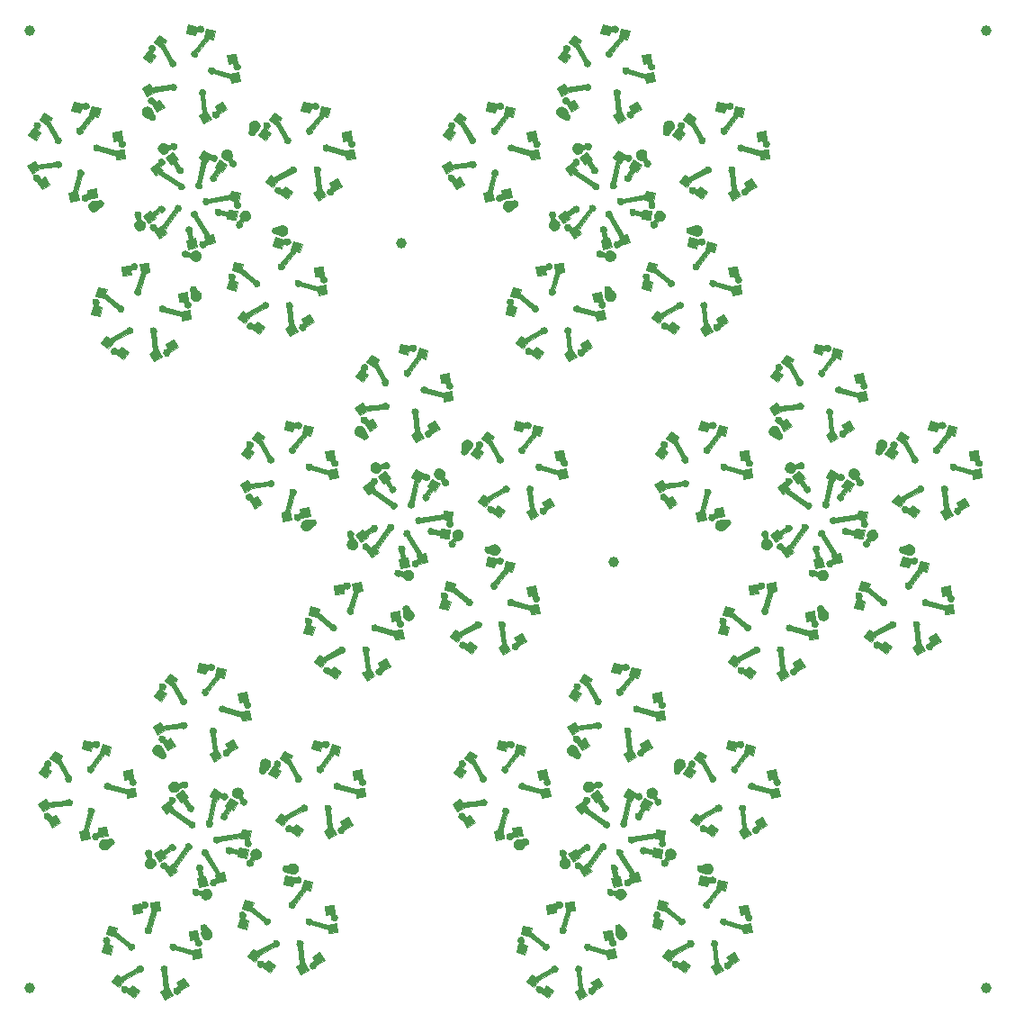
<source format=gbl>
G04 #@! TF.FileFunction,Copper,L2,Bot,Signal*
%FSLAX46Y46*%
G04 Gerber Fmt 4.6, Leading zero omitted, Abs format (unit mm)*
G04 Created by KiCad (PCBNEW 4.0.5+dfsg1-4) date Mon Jul 17 17:59:51 2017*
%MOMM*%
%LPD*%
G01*
G04 APERTURE LIST*
%ADD10C,0.100000*%
%ADD11C,0.002540*%
%ADD12C,1.000000*%
%ADD13C,0.600000*%
%ADD14C,0.250000*%
G04 APERTURE END LIST*
D10*
D11*
G36*
X19939260Y-4451100D02*
X19738600Y-5276600D01*
X20566640Y-5477260D01*
X20655540Y-5111500D01*
X20881600Y-5081020D01*
X20940020Y-5119120D01*
X21006060Y-5144520D01*
X21102580Y-5152140D01*
X21191480Y-5129280D01*
X21270220Y-5081020D01*
X21331180Y-5012440D01*
X21369280Y-4923540D01*
X21374360Y-4827020D01*
X21354040Y-4738120D01*
X21305780Y-4659380D01*
X21234660Y-4598420D01*
X21145760Y-4560320D01*
X21054320Y-4552700D01*
X20967960Y-4573020D01*
X20891760Y-4618740D01*
X20828260Y-4684780D01*
X20754600Y-4694940D01*
X20764760Y-4649220D01*
X19939260Y-4451100D01*
X19939260Y-4451100D01*
G37*
X19939260Y-4451100D02*
X19738600Y-5276600D01*
X20566640Y-5477260D01*
X20655540Y-5111500D01*
X20881600Y-5081020D01*
X20940020Y-5119120D01*
X21006060Y-5144520D01*
X21102580Y-5152140D01*
X21191480Y-5129280D01*
X21270220Y-5081020D01*
X21331180Y-5012440D01*
X21369280Y-4923540D01*
X21374360Y-4827020D01*
X21354040Y-4738120D01*
X21305780Y-4659380D01*
X21234660Y-4598420D01*
X21145760Y-4560320D01*
X21054320Y-4552700D01*
X20967960Y-4573020D01*
X20891760Y-4618740D01*
X20828260Y-4684780D01*
X20754600Y-4694940D01*
X20764760Y-4649220D01*
X19939260Y-4451100D01*
G36*
X21641060Y-4860040D02*
X21440400Y-5685540D01*
X21450560Y-5688080D01*
X20492980Y-6902200D01*
X20421860Y-6917440D01*
X20355820Y-6945380D01*
X20282160Y-7008880D01*
X20233900Y-7087620D01*
X20213580Y-7176520D01*
X20218660Y-7270500D01*
X20256760Y-7359400D01*
X20317720Y-7433060D01*
X20396460Y-7478780D01*
X20487900Y-7501640D01*
X20579340Y-7494020D01*
X20668240Y-7458460D01*
X20736820Y-7400040D01*
X20785080Y-7326380D01*
X20807940Y-7240020D01*
X20807940Y-7151120D01*
X21877280Y-5792220D01*
X22268440Y-5886200D01*
X22466560Y-5058160D01*
X21641060Y-4860040D01*
X21641060Y-4860040D01*
G37*
X21641060Y-4860040D02*
X21440400Y-5685540D01*
X21450560Y-5688080D01*
X20492980Y-6902200D01*
X20421860Y-6917440D01*
X20355820Y-6945380D01*
X20282160Y-7008880D01*
X20233900Y-7087620D01*
X20213580Y-7176520D01*
X20218660Y-7270500D01*
X20256760Y-7359400D01*
X20317720Y-7433060D01*
X20396460Y-7478780D01*
X20487900Y-7501640D01*
X20579340Y-7494020D01*
X20668240Y-7458460D01*
X20736820Y-7400040D01*
X20785080Y-7326380D01*
X20807940Y-7240020D01*
X20807940Y-7151120D01*
X21877280Y-5792220D01*
X22268440Y-5886200D01*
X22466560Y-5058160D01*
X21641060Y-4860040D01*
G36*
X17211300Y-5462020D02*
X16713460Y-6152900D01*
X17404340Y-6650740D01*
X17409420Y-6643120D01*
X18171420Y-7989320D01*
X18156180Y-8060440D01*
X18158720Y-8134100D01*
X18189200Y-8223000D01*
X18245080Y-8299200D01*
X18318740Y-8352540D01*
X18407640Y-8380480D01*
X18504160Y-8380480D01*
X18595600Y-8350000D01*
X18669260Y-8294120D01*
X18722600Y-8220460D01*
X18753080Y-8131560D01*
X18753080Y-8035040D01*
X18725140Y-7951220D01*
X18674340Y-7877560D01*
X18603220Y-7824220D01*
X18519400Y-7791200D01*
X17665960Y-6284980D01*
X17899640Y-5959860D01*
X17211300Y-5462020D01*
X17211300Y-5462020D01*
G37*
X17211300Y-5462020D02*
X16713460Y-6152900D01*
X17404340Y-6650740D01*
X17409420Y-6643120D01*
X18171420Y-7989320D01*
X18156180Y-8060440D01*
X18158720Y-8134100D01*
X18189200Y-8223000D01*
X18245080Y-8299200D01*
X18318740Y-8352540D01*
X18407640Y-8380480D01*
X18504160Y-8380480D01*
X18595600Y-8350000D01*
X18669260Y-8294120D01*
X18722600Y-8220460D01*
X18753080Y-8131560D01*
X18753080Y-8035040D01*
X18725140Y-7951220D01*
X18674340Y-7877560D01*
X18603220Y-7824220D01*
X18519400Y-7791200D01*
X17665960Y-6284980D01*
X17899640Y-5959860D01*
X17211300Y-5462020D01*
G36*
X16500100Y-6373880D02*
X16403580Y-6386580D01*
X16319760Y-6429760D01*
X16251180Y-6498340D01*
X16210540Y-6579620D01*
X16195300Y-6668520D01*
X16205460Y-6754880D01*
X16243560Y-6838700D01*
X16225780Y-6912360D01*
X16187680Y-6884420D01*
X15692380Y-7575300D01*
X16380720Y-8070600D01*
X16878560Y-7379720D01*
X16573760Y-7161280D01*
X16632180Y-6940300D01*
X16690600Y-6899660D01*
X16736320Y-6848860D01*
X16779500Y-6762500D01*
X16794740Y-6671060D01*
X16779500Y-6579620D01*
X16736320Y-6498340D01*
X16670280Y-6429760D01*
X16589000Y-6389120D01*
X16500100Y-6373880D01*
X16500100Y-6373880D01*
X16500100Y-6373880D01*
G37*
X16500100Y-6373880D02*
X16403580Y-6386580D01*
X16319760Y-6429760D01*
X16251180Y-6498340D01*
X16210540Y-6579620D01*
X16195300Y-6668520D01*
X16205460Y-6754880D01*
X16243560Y-6838700D01*
X16225780Y-6912360D01*
X16187680Y-6884420D01*
X15692380Y-7575300D01*
X16380720Y-8070600D01*
X16878560Y-7379720D01*
X16573760Y-7161280D01*
X16632180Y-6940300D01*
X16690600Y-6899660D01*
X16736320Y-6848860D01*
X16779500Y-6762500D01*
X16794740Y-6671060D01*
X16779500Y-6579620D01*
X16736320Y-6498340D01*
X16670280Y-6429760D01*
X16589000Y-6389120D01*
X16500100Y-6373880D01*
X16500100Y-6373880D01*
G36*
X24435060Y-7201920D02*
X23596860Y-7328920D01*
X23723860Y-8169660D01*
X24094700Y-8113780D01*
X24209000Y-8314440D01*
X24193760Y-8383020D01*
X24196300Y-8451600D01*
X24226780Y-8543040D01*
X24280120Y-8619240D01*
X24353780Y-8672580D01*
X24442680Y-8703060D01*
X24539200Y-8703060D01*
X24630640Y-8675120D01*
X24704300Y-8619240D01*
X24760180Y-8545580D01*
X24788120Y-8459220D01*
X24790660Y-8362700D01*
X24762720Y-8276340D01*
X24711920Y-8202680D01*
X24640800Y-8146800D01*
X24554440Y-8113780D01*
X24518880Y-8050280D01*
X24564600Y-8042660D01*
X24435060Y-7201920D01*
X24435060Y-7201920D01*
G37*
X24435060Y-7201920D02*
X23596860Y-7328920D01*
X23723860Y-8169660D01*
X24094700Y-8113780D01*
X24209000Y-8314440D01*
X24193760Y-8383020D01*
X24196300Y-8451600D01*
X24226780Y-8543040D01*
X24280120Y-8619240D01*
X24353780Y-8672580D01*
X24442680Y-8703060D01*
X24539200Y-8703060D01*
X24630640Y-8675120D01*
X24704300Y-8619240D01*
X24760180Y-8545580D01*
X24788120Y-8459220D01*
X24790660Y-8362700D01*
X24762720Y-8276340D01*
X24711920Y-8202680D01*
X24640800Y-8146800D01*
X24554440Y-8113780D01*
X24518880Y-8050280D01*
X24564600Y-8042660D01*
X24435060Y-7201920D01*
G36*
X22113500Y-8471920D02*
X22016980Y-8484620D01*
X21930620Y-8525260D01*
X21862040Y-8593840D01*
X21818860Y-8677660D01*
X21803620Y-8769100D01*
X21818860Y-8860540D01*
X21859500Y-8944360D01*
X21925540Y-9012940D01*
X22006820Y-9053580D01*
X22093180Y-9071360D01*
X22182080Y-9061200D01*
X22263360Y-9025640D01*
X23927060Y-9503160D01*
X23988020Y-9901940D01*
X24826220Y-9772400D01*
X24699220Y-8931660D01*
X23858480Y-9061200D01*
X23861020Y-9068820D01*
X22375120Y-8639560D01*
X22334480Y-8578600D01*
X22281140Y-8530340D01*
X22202400Y-8487160D01*
X22113500Y-8471920D01*
X22113500Y-8471920D01*
X22113500Y-8471920D01*
G37*
X22113500Y-8471920D02*
X22016980Y-8484620D01*
X21930620Y-8525260D01*
X21862040Y-8593840D01*
X21818860Y-8677660D01*
X21803620Y-8769100D01*
X21818860Y-8860540D01*
X21859500Y-8944360D01*
X21925540Y-9012940D01*
X22006820Y-9053580D01*
X22093180Y-9071360D01*
X22182080Y-9061200D01*
X22263360Y-9025640D01*
X23927060Y-9503160D01*
X23988020Y-9901940D01*
X24826220Y-9772400D01*
X24699220Y-8931660D01*
X23858480Y-9061200D01*
X23861020Y-9068820D01*
X22375120Y-8639560D01*
X22334480Y-8578600D01*
X22281140Y-8530340D01*
X22202400Y-8487160D01*
X22113500Y-8471920D01*
X22113500Y-8471920D01*
G36*
X18504160Y-10018780D02*
X18405100Y-10031480D01*
X18318740Y-10077200D01*
X18250160Y-10145780D01*
X16530580Y-10369300D01*
X16319760Y-10031480D01*
X15598400Y-10483600D01*
X16050520Y-11202420D01*
X16769340Y-10750300D01*
X16766800Y-10742680D01*
X18298420Y-10544560D01*
X18359380Y-10585200D01*
X18430500Y-10610600D01*
X18524480Y-10618220D01*
X18615920Y-10592820D01*
X18692120Y-10544560D01*
X18753080Y-10473440D01*
X18788640Y-10384540D01*
X18793720Y-10288020D01*
X18770860Y-10199120D01*
X18722600Y-10122920D01*
X18651480Y-10061960D01*
X18562580Y-10026400D01*
X18504160Y-10018780D01*
X18504160Y-10018780D01*
X18504160Y-10018780D01*
G37*
X18504160Y-10018780D02*
X18405100Y-10031480D01*
X18318740Y-10077200D01*
X18250160Y-10145780D01*
X16530580Y-10369300D01*
X16319760Y-10031480D01*
X15598400Y-10483600D01*
X16050520Y-11202420D01*
X16769340Y-10750300D01*
X16766800Y-10742680D01*
X18298420Y-10544560D01*
X18359380Y-10585200D01*
X18430500Y-10610600D01*
X18524480Y-10618220D01*
X18615920Y-10592820D01*
X18692120Y-10544560D01*
X18753080Y-10473440D01*
X18788640Y-10384540D01*
X18793720Y-10288020D01*
X18770860Y-10199120D01*
X18722600Y-10122920D01*
X18651480Y-10061960D01*
X18562580Y-10026400D01*
X18504160Y-10018780D01*
X18504160Y-10018780D01*
G36*
X21237200Y-10542020D02*
X21143220Y-10562340D01*
X21061940Y-10608060D01*
X20998440Y-10679180D01*
X20960340Y-10768080D01*
X20952720Y-10856980D01*
X20970500Y-10943340D01*
X21011140Y-11019540D01*
X21077180Y-11083040D01*
X21262600Y-12805160D01*
X20917160Y-13010900D01*
X21354040Y-13739880D01*
X22083020Y-13303000D01*
X21646140Y-12574020D01*
X21641060Y-12579100D01*
X21473420Y-11042400D01*
X21516600Y-10981440D01*
X21544540Y-10912860D01*
X21552160Y-10816340D01*
X21529300Y-10727440D01*
X21483580Y-10648700D01*
X21412460Y-10587740D01*
X21326100Y-10549640D01*
X21237200Y-10539480D01*
X21237200Y-10542020D01*
X21237200Y-10542020D01*
G37*
X21237200Y-10542020D02*
X21143220Y-10562340D01*
X21061940Y-10608060D01*
X20998440Y-10679180D01*
X20960340Y-10768080D01*
X20952720Y-10856980D01*
X20970500Y-10943340D01*
X21011140Y-11019540D01*
X21077180Y-11083040D01*
X21262600Y-12805160D01*
X20917160Y-13010900D01*
X21354040Y-13739880D01*
X22083020Y-13303000D01*
X21646140Y-12574020D01*
X21641060Y-12579100D01*
X21473420Y-11042400D01*
X21516600Y-10981440D01*
X21544540Y-10912860D01*
X21552160Y-10816340D01*
X21529300Y-10727440D01*
X21483580Y-10648700D01*
X21412460Y-10587740D01*
X21326100Y-10549640D01*
X21237200Y-10539480D01*
X21237200Y-10542020D01*
G36*
X16487400Y-11304020D02*
X16401040Y-11306560D01*
X16345160Y-11321800D01*
X16289280Y-11349740D01*
X16218160Y-11410700D01*
X16169900Y-11491980D01*
X16149580Y-11580880D01*
X16157200Y-11672320D01*
X16195300Y-11761220D01*
X16253720Y-11829800D01*
X16329920Y-11878060D01*
X16416280Y-11900920D01*
X16507720Y-11895840D01*
X16568680Y-11941560D01*
X16528040Y-11964420D01*
X16980160Y-12685780D01*
X17701520Y-12233660D01*
X17249400Y-11514840D01*
X16931900Y-11712960D01*
X16746480Y-11575800D01*
X16733780Y-11507220D01*
X16703300Y-11443720D01*
X16644880Y-11375140D01*
X16571220Y-11329420D01*
X16487400Y-11304020D01*
X16487400Y-11304020D01*
X16487400Y-11304020D01*
G37*
X16487400Y-11304020D02*
X16401040Y-11306560D01*
X16345160Y-11321800D01*
X16289280Y-11349740D01*
X16218160Y-11410700D01*
X16169900Y-11491980D01*
X16149580Y-11580880D01*
X16157200Y-11672320D01*
X16195300Y-11761220D01*
X16253720Y-11829800D01*
X16329920Y-11878060D01*
X16416280Y-11900920D01*
X16507720Y-11895840D01*
X16568680Y-11941560D01*
X16528040Y-11964420D01*
X16980160Y-12685780D01*
X17701520Y-12233660D01*
X17249400Y-11514840D01*
X16931900Y-11712960D01*
X16746480Y-11575800D01*
X16733780Y-11507220D01*
X16703300Y-11443720D01*
X16644880Y-11375140D01*
X16571220Y-11329420D01*
X16487400Y-11304020D01*
X16487400Y-11304020D01*
G36*
X23149820Y-11677400D02*
X22420840Y-12111740D01*
X22611340Y-12434320D01*
X22471640Y-12614660D01*
X22403060Y-12627360D01*
X22337020Y-12655300D01*
X22263360Y-12718800D01*
X22215100Y-12797540D01*
X22192240Y-12886440D01*
X22197320Y-12977880D01*
X22235420Y-13069320D01*
X22296380Y-13142980D01*
X22375120Y-13191240D01*
X22464020Y-13214100D01*
X22555460Y-13206480D01*
X22644360Y-13170920D01*
X22715480Y-13112500D01*
X22763740Y-13038840D01*
X22789140Y-12952480D01*
X22786600Y-12861040D01*
X22832320Y-12802620D01*
X22855180Y-12843260D01*
X23586700Y-12406380D01*
X23149820Y-11677400D01*
X23149820Y-11677400D01*
G37*
X23149820Y-11677400D02*
X22420840Y-12111740D01*
X22611340Y-12434320D01*
X22471640Y-12614660D01*
X22403060Y-12627360D01*
X22337020Y-12655300D01*
X22263360Y-12718800D01*
X22215100Y-12797540D01*
X22192240Y-12886440D01*
X22197320Y-12977880D01*
X22235420Y-13069320D01*
X22296380Y-13142980D01*
X22375120Y-13191240D01*
X22464020Y-13214100D01*
X22555460Y-13206480D01*
X22644360Y-13170920D01*
X22715480Y-13112500D01*
X22763740Y-13038840D01*
X22789140Y-12952480D01*
X22786600Y-12861040D01*
X22832320Y-12802620D01*
X22855180Y-12843260D01*
X23586700Y-12406380D01*
X23149820Y-11677400D01*
G36*
X9139180Y-11702800D02*
X8941060Y-12530840D01*
X9766560Y-12728960D01*
X9852920Y-12365740D01*
X10081520Y-12335260D01*
X10139940Y-12373360D01*
X10205980Y-12398760D01*
X10302500Y-12406380D01*
X10391400Y-12383520D01*
X10470140Y-12335260D01*
X10531100Y-12266680D01*
X10569200Y-12177780D01*
X10576820Y-12081260D01*
X10553960Y-11992360D01*
X10505700Y-11913620D01*
X10434580Y-11852660D01*
X10345680Y-11814560D01*
X10256780Y-11806940D01*
X10167880Y-11827260D01*
X10091680Y-11870440D01*
X10028180Y-11939020D01*
X9954520Y-11949180D01*
X9964680Y-11903460D01*
X9139180Y-11702800D01*
X9139180Y-11702800D01*
G37*
X9139180Y-11702800D02*
X8941060Y-12530840D01*
X9766560Y-12728960D01*
X9852920Y-12365740D01*
X10081520Y-12335260D01*
X10139940Y-12373360D01*
X10205980Y-12398760D01*
X10302500Y-12406380D01*
X10391400Y-12383520D01*
X10470140Y-12335260D01*
X10531100Y-12266680D01*
X10569200Y-12177780D01*
X10576820Y-12081260D01*
X10553960Y-11992360D01*
X10505700Y-11913620D01*
X10434580Y-11852660D01*
X10345680Y-11814560D01*
X10256780Y-11806940D01*
X10167880Y-11827260D01*
X10091680Y-11870440D01*
X10028180Y-11939020D01*
X9954520Y-11949180D01*
X9964680Y-11903460D01*
X9139180Y-11702800D01*
G36*
X30736800Y-11707880D02*
X30538680Y-12533380D01*
X31364180Y-12731500D01*
X31453080Y-12365740D01*
X31679140Y-12337800D01*
X31737560Y-12375900D01*
X31803600Y-12401300D01*
X31900120Y-12408920D01*
X31991560Y-12386060D01*
X32067760Y-12337800D01*
X32128720Y-12269220D01*
X32166820Y-12180320D01*
X32174440Y-12083800D01*
X32151580Y-11992360D01*
X32103320Y-11916160D01*
X32032200Y-11855200D01*
X31945840Y-11817100D01*
X31854400Y-11809480D01*
X31765500Y-11829800D01*
X31689300Y-11872980D01*
X31625800Y-11941560D01*
X31552140Y-11951720D01*
X31564840Y-11906000D01*
X30736800Y-11707880D01*
X30736800Y-11707880D01*
G37*
X30736800Y-11707880D02*
X30538680Y-12533380D01*
X31364180Y-12731500D01*
X31453080Y-12365740D01*
X31679140Y-12337800D01*
X31737560Y-12375900D01*
X31803600Y-12401300D01*
X31900120Y-12408920D01*
X31991560Y-12386060D01*
X32067760Y-12337800D01*
X32128720Y-12269220D01*
X32166820Y-12180320D01*
X32174440Y-12083800D01*
X32151580Y-11992360D01*
X32103320Y-11916160D01*
X32032200Y-11855200D01*
X31945840Y-11817100D01*
X31854400Y-11809480D01*
X31765500Y-11829800D01*
X31689300Y-11872980D01*
X31625800Y-11941560D01*
X31552140Y-11951720D01*
X31564840Y-11906000D01*
X30736800Y-11707880D01*
G36*
X10840980Y-12114280D02*
X10640320Y-12939780D01*
X10647940Y-12942320D01*
X9690360Y-14156440D01*
X9619240Y-14169140D01*
X9553200Y-14199620D01*
X9479540Y-14263120D01*
X9431280Y-14341860D01*
X9410960Y-14430760D01*
X9416040Y-14522200D01*
X9454140Y-14611100D01*
X9515100Y-14684760D01*
X9593840Y-14733020D01*
X9685280Y-14755880D01*
X9776720Y-14748260D01*
X9865620Y-14712700D01*
X9934200Y-14654280D01*
X9982460Y-14580620D01*
X10007860Y-14494260D01*
X10005320Y-14405360D01*
X11077200Y-13046460D01*
X11468360Y-13140440D01*
X11666480Y-12312400D01*
X10840980Y-12114280D01*
X10840980Y-12114280D01*
G37*
X10840980Y-12114280D02*
X10640320Y-12939780D01*
X10647940Y-12942320D01*
X9690360Y-14156440D01*
X9619240Y-14169140D01*
X9553200Y-14199620D01*
X9479540Y-14263120D01*
X9431280Y-14341860D01*
X9410960Y-14430760D01*
X9416040Y-14522200D01*
X9454140Y-14611100D01*
X9515100Y-14684760D01*
X9593840Y-14733020D01*
X9685280Y-14755880D01*
X9776720Y-14748260D01*
X9865620Y-14712700D01*
X9934200Y-14654280D01*
X9982460Y-14580620D01*
X10007860Y-14494260D01*
X10005320Y-14405360D01*
X11077200Y-13046460D01*
X11468360Y-13140440D01*
X11666480Y-12312400D01*
X10840980Y-12114280D01*
G36*
X32438600Y-12116820D02*
X32240480Y-12942320D01*
X32248100Y-12944860D01*
X31290520Y-14158980D01*
X31219400Y-14171680D01*
X31153360Y-14202160D01*
X31079700Y-14265660D01*
X31033980Y-14344400D01*
X31011120Y-14433300D01*
X31018740Y-14527280D01*
X31054300Y-14616180D01*
X31117800Y-14687300D01*
X31196540Y-14735560D01*
X31285440Y-14758420D01*
X31376880Y-14750800D01*
X31465780Y-14715240D01*
X31536900Y-14656820D01*
X31582620Y-14583160D01*
X31608020Y-14496800D01*
X31605480Y-14407900D01*
X32677360Y-13046460D01*
X33065980Y-13140440D01*
X33266640Y-12314940D01*
X32438600Y-12116820D01*
X32438600Y-12116820D01*
G37*
X32438600Y-12116820D02*
X32240480Y-12942320D01*
X32248100Y-12944860D01*
X31290520Y-14158980D01*
X31219400Y-14171680D01*
X31153360Y-14202160D01*
X31079700Y-14265660D01*
X31033980Y-14344400D01*
X31011120Y-14433300D01*
X31018740Y-14527280D01*
X31054300Y-14616180D01*
X31117800Y-14687300D01*
X31196540Y-14735560D01*
X31285440Y-14758420D01*
X31376880Y-14750800D01*
X31465780Y-14715240D01*
X31536900Y-14656820D01*
X31582620Y-14583160D01*
X31608020Y-14496800D01*
X31605480Y-14407900D01*
X32677360Y-13046460D01*
X33065980Y-13140440D01*
X33266640Y-12314940D01*
X32438600Y-12116820D01*
G36*
X16075920Y-12172700D02*
X15979400Y-12180320D01*
X15882880Y-12205720D01*
X15791440Y-12248900D01*
X15702540Y-12322560D01*
X15633960Y-12408920D01*
X15585700Y-12507980D01*
X15562840Y-12614660D01*
X15560300Y-12726420D01*
X15585700Y-12835640D01*
X15633960Y-12939780D01*
X15694920Y-13015980D01*
X15766040Y-13076940D01*
X15847320Y-13125200D01*
X15933680Y-13158220D01*
X15969240Y-13173460D01*
X16058140Y-13211560D01*
X16164820Y-13262360D01*
X16263880Y-13315700D01*
X16319760Y-13353800D01*
X16380720Y-13399520D01*
X16454380Y-13424920D01*
X16533120Y-13432540D01*
X16629640Y-13414760D01*
X16708380Y-13369040D01*
X16771880Y-13300460D01*
X16812520Y-13216640D01*
X16822680Y-13122660D01*
X16809980Y-13049000D01*
X16782040Y-12982960D01*
X16738860Y-12924540D01*
X16695680Y-12868660D01*
X16655040Y-12789920D01*
X16614400Y-12698480D01*
X16573760Y-12599420D01*
X16530580Y-12500360D01*
X16482320Y-12408920D01*
X16418820Y-12327640D01*
X16345160Y-12264140D01*
X16261340Y-12215880D01*
X16169900Y-12185400D01*
X16075920Y-12172700D01*
X16075920Y-12172700D01*
X16075920Y-12172700D01*
G37*
X16075920Y-12172700D02*
X15979400Y-12180320D01*
X15882880Y-12205720D01*
X15791440Y-12248900D01*
X15702540Y-12322560D01*
X15633960Y-12408920D01*
X15585700Y-12507980D01*
X15562840Y-12614660D01*
X15560300Y-12726420D01*
X15585700Y-12835640D01*
X15633960Y-12939780D01*
X15694920Y-13015980D01*
X15766040Y-13076940D01*
X15847320Y-13125200D01*
X15933680Y-13158220D01*
X15969240Y-13173460D01*
X16058140Y-13211560D01*
X16164820Y-13262360D01*
X16263880Y-13315700D01*
X16319760Y-13353800D01*
X16380720Y-13399520D01*
X16454380Y-13424920D01*
X16533120Y-13432540D01*
X16629640Y-13414760D01*
X16708380Y-13369040D01*
X16771880Y-13300460D01*
X16812520Y-13216640D01*
X16822680Y-13122660D01*
X16809980Y-13049000D01*
X16782040Y-12982960D01*
X16738860Y-12924540D01*
X16695680Y-12868660D01*
X16655040Y-12789920D01*
X16614400Y-12698480D01*
X16573760Y-12599420D01*
X16530580Y-12500360D01*
X16482320Y-12408920D01*
X16418820Y-12327640D01*
X16345160Y-12264140D01*
X16261340Y-12215880D01*
X16169900Y-12185400D01*
X16075920Y-12172700D01*
X16075920Y-12172700D01*
G36*
X6408680Y-12716260D02*
X5913380Y-13404600D01*
X6604260Y-13902440D01*
X6606800Y-13894820D01*
X7371340Y-15241020D01*
X7356100Y-15312140D01*
X7358640Y-15383260D01*
X7389120Y-15474700D01*
X7445000Y-15550900D01*
X7518660Y-15604240D01*
X7607560Y-15632180D01*
X7704080Y-15632180D01*
X7792980Y-15601700D01*
X7869180Y-15545820D01*
X7922520Y-15472160D01*
X7950460Y-15383260D01*
X7950460Y-15289280D01*
X7922520Y-15202920D01*
X7871720Y-15129260D01*
X7803140Y-15075920D01*
X7719320Y-15042900D01*
X6865880Y-13536680D01*
X7099560Y-13211560D01*
X6408680Y-12716260D01*
X6408680Y-12716260D01*
G37*
X6408680Y-12716260D02*
X5913380Y-13404600D01*
X6604260Y-13902440D01*
X6606800Y-13894820D01*
X7371340Y-15241020D01*
X7356100Y-15312140D01*
X7358640Y-15383260D01*
X7389120Y-15474700D01*
X7445000Y-15550900D01*
X7518660Y-15604240D01*
X7607560Y-15632180D01*
X7704080Y-15632180D01*
X7792980Y-15601700D01*
X7869180Y-15545820D01*
X7922520Y-15472160D01*
X7950460Y-15383260D01*
X7950460Y-15289280D01*
X7922520Y-15202920D01*
X7871720Y-15129260D01*
X7803140Y-15075920D01*
X7719320Y-15042900D01*
X6865880Y-13536680D01*
X7099560Y-13211560D01*
X6408680Y-12716260D01*
G36*
X28011380Y-12721340D02*
X27513540Y-13412220D01*
X28204420Y-13907520D01*
X28209500Y-13899900D01*
X28974040Y-15243560D01*
X28958800Y-15314680D01*
X28961340Y-15388340D01*
X28991820Y-15479780D01*
X29047700Y-15553440D01*
X29121360Y-15606780D01*
X29210260Y-15637260D01*
X29306780Y-15637260D01*
X29398220Y-15606780D01*
X29471880Y-15550900D01*
X29525220Y-15474700D01*
X29553160Y-15388340D01*
X29553160Y-15291820D01*
X29525220Y-15205460D01*
X29476960Y-15134340D01*
X29405840Y-15081000D01*
X29322020Y-15047980D01*
X28466040Y-13541760D01*
X28699720Y-13216640D01*
X28011380Y-12721340D01*
X28011380Y-12721340D01*
G37*
X28011380Y-12721340D02*
X27513540Y-13412220D01*
X28204420Y-13907520D01*
X28209500Y-13899900D01*
X28974040Y-15243560D01*
X28958800Y-15314680D01*
X28961340Y-15388340D01*
X28991820Y-15479780D01*
X29047700Y-15553440D01*
X29121360Y-15606780D01*
X29210260Y-15637260D01*
X29306780Y-15637260D01*
X29398220Y-15606780D01*
X29471880Y-15550900D01*
X29525220Y-15474700D01*
X29553160Y-15388340D01*
X29553160Y-15291820D01*
X29525220Y-15205460D01*
X29476960Y-15134340D01*
X29405840Y-15081000D01*
X29322020Y-15047980D01*
X28466040Y-13541760D01*
X28699720Y-13216640D01*
X28011380Y-12721340D01*
G36*
X26169880Y-13475720D02*
X26073360Y-13480800D01*
X25981920Y-13506200D01*
X25895560Y-13546840D01*
X25816820Y-13607800D01*
X25748240Y-13684000D01*
X25699980Y-13767820D01*
X25669500Y-13856720D01*
X25656800Y-13948160D01*
X25659340Y-14042140D01*
X25659340Y-14082780D01*
X25656800Y-14176760D01*
X25649180Y-14296140D01*
X25639020Y-14405360D01*
X25623780Y-14473940D01*
X25606000Y-14547600D01*
X25608540Y-14626340D01*
X25631400Y-14702540D01*
X25684740Y-14783820D01*
X25758400Y-14839700D01*
X25844760Y-14872720D01*
X25936200Y-14877800D01*
X26030180Y-14852400D01*
X26093680Y-14814300D01*
X26144480Y-14760960D01*
X26180040Y-14700000D01*
X26215600Y-14636500D01*
X26271480Y-14570460D01*
X26342600Y-14499340D01*
X26418800Y-14425680D01*
X26492460Y-14346940D01*
X26561040Y-14265660D01*
X26616920Y-14166600D01*
X26649940Y-14057380D01*
X26655020Y-13948160D01*
X26637240Y-13838940D01*
X26596600Y-13737340D01*
X26533100Y-13645900D01*
X26446740Y-13567160D01*
X26360380Y-13518900D01*
X26266400Y-13485880D01*
X26169880Y-13475720D01*
X26169880Y-13475720D01*
X26169880Y-13475720D01*
G37*
X26169880Y-13475720D02*
X26073360Y-13480800D01*
X25981920Y-13506200D01*
X25895560Y-13546840D01*
X25816820Y-13607800D01*
X25748240Y-13684000D01*
X25699980Y-13767820D01*
X25669500Y-13856720D01*
X25656800Y-13948160D01*
X25659340Y-14042140D01*
X25659340Y-14082780D01*
X25656800Y-14176760D01*
X25649180Y-14296140D01*
X25639020Y-14405360D01*
X25623780Y-14473940D01*
X25606000Y-14547600D01*
X25608540Y-14626340D01*
X25631400Y-14702540D01*
X25684740Y-14783820D01*
X25758400Y-14839700D01*
X25844760Y-14872720D01*
X25936200Y-14877800D01*
X26030180Y-14852400D01*
X26093680Y-14814300D01*
X26144480Y-14760960D01*
X26180040Y-14700000D01*
X26215600Y-14636500D01*
X26271480Y-14570460D01*
X26342600Y-14499340D01*
X26418800Y-14425680D01*
X26492460Y-14346940D01*
X26561040Y-14265660D01*
X26616920Y-14166600D01*
X26649940Y-14057380D01*
X26655020Y-13948160D01*
X26637240Y-13838940D01*
X26596600Y-13737340D01*
X26533100Y-13645900D01*
X26446740Y-13567160D01*
X26360380Y-13518900D01*
X26266400Y-13485880D01*
X26169880Y-13475720D01*
X26169880Y-13475720D01*
G36*
X5700020Y-13625580D02*
X5603500Y-13638280D01*
X5517140Y-13681460D01*
X5448560Y-13750040D01*
X5407920Y-13831320D01*
X5392680Y-13920220D01*
X5405380Y-14006580D01*
X5443480Y-14090400D01*
X5425700Y-14164060D01*
X5387600Y-14136120D01*
X4889760Y-14827000D01*
X5580640Y-15322300D01*
X6075940Y-14631420D01*
X5771140Y-14412980D01*
X5829560Y-14192000D01*
X5887980Y-14151360D01*
X5936240Y-14100560D01*
X5979420Y-14014200D01*
X5992120Y-13922760D01*
X5979420Y-13831320D01*
X5936240Y-13750040D01*
X5867660Y-13681460D01*
X5788920Y-13640820D01*
X5700020Y-13625580D01*
X5700020Y-13625580D01*
X5700020Y-13625580D01*
G37*
X5700020Y-13625580D02*
X5603500Y-13638280D01*
X5517140Y-13681460D01*
X5448560Y-13750040D01*
X5407920Y-13831320D01*
X5392680Y-13920220D01*
X5405380Y-14006580D01*
X5443480Y-14090400D01*
X5425700Y-14164060D01*
X5387600Y-14136120D01*
X4889760Y-14827000D01*
X5580640Y-15322300D01*
X6075940Y-14631420D01*
X5771140Y-14412980D01*
X5829560Y-14192000D01*
X5887980Y-14151360D01*
X5936240Y-14100560D01*
X5979420Y-14014200D01*
X5992120Y-13922760D01*
X5979420Y-13831320D01*
X5936240Y-13750040D01*
X5867660Y-13681460D01*
X5788920Y-13640820D01*
X5700020Y-13625580D01*
X5700020Y-13625580D01*
G36*
X27246840Y-13635740D02*
X27173180Y-13658600D01*
X27107140Y-13696700D01*
X27051260Y-13755120D01*
X27010620Y-13838940D01*
X26995380Y-13925300D01*
X27008080Y-14014200D01*
X27046180Y-14098020D01*
X27028400Y-14169140D01*
X26990300Y-14141200D01*
X26492460Y-14832080D01*
X27183340Y-15327380D01*
X27681180Y-14639040D01*
X27373840Y-14418060D01*
X27432260Y-14197080D01*
X27490680Y-14158980D01*
X27538940Y-14105640D01*
X27582120Y-14019280D01*
X27594820Y-13927840D01*
X27579580Y-13838940D01*
X27538940Y-13755120D01*
X27470360Y-13686540D01*
X27399240Y-13650980D01*
X27323040Y-13633200D01*
X27246840Y-13635740D01*
X27246840Y-13635740D01*
X27246840Y-13635740D01*
G37*
X27246840Y-13635740D02*
X27173180Y-13658600D01*
X27107140Y-13696700D01*
X27051260Y-13755120D01*
X27010620Y-13838940D01*
X26995380Y-13925300D01*
X27008080Y-14014200D01*
X27046180Y-14098020D01*
X27028400Y-14169140D01*
X26990300Y-14141200D01*
X26492460Y-14832080D01*
X27183340Y-15327380D01*
X27681180Y-14639040D01*
X27373840Y-14418060D01*
X27432260Y-14197080D01*
X27490680Y-14158980D01*
X27538940Y-14105640D01*
X27582120Y-14019280D01*
X27594820Y-13927840D01*
X27579580Y-13838940D01*
X27538940Y-13755120D01*
X27470360Y-13686540D01*
X27399240Y-13650980D01*
X27323040Y-13633200D01*
X27246840Y-13635740D01*
X27246840Y-13635740D01*
G36*
X35235140Y-14458700D02*
X34394400Y-14585700D01*
X34523940Y-15426440D01*
X34894780Y-15370560D01*
X35009080Y-15568680D01*
X34993840Y-15637260D01*
X34996380Y-15708380D01*
X35026860Y-15799820D01*
X35080200Y-15873480D01*
X35153860Y-15929360D01*
X35242760Y-15959840D01*
X35339280Y-15959840D01*
X35430720Y-15929360D01*
X35504380Y-15876020D01*
X35557720Y-15799820D01*
X35588200Y-15713460D01*
X35588200Y-15616940D01*
X35562800Y-15530580D01*
X35509460Y-15456920D01*
X35440880Y-15401040D01*
X35354520Y-15370560D01*
X35318960Y-15304520D01*
X35364680Y-15296900D01*
X35235140Y-14458700D01*
X35235140Y-14458700D01*
G37*
X35235140Y-14458700D02*
X34394400Y-14585700D01*
X34523940Y-15426440D01*
X34894780Y-15370560D01*
X35009080Y-15568680D01*
X34993840Y-15637260D01*
X34996380Y-15708380D01*
X35026860Y-15799820D01*
X35080200Y-15873480D01*
X35153860Y-15929360D01*
X35242760Y-15959840D01*
X35339280Y-15959840D01*
X35430720Y-15929360D01*
X35504380Y-15876020D01*
X35557720Y-15799820D01*
X35588200Y-15713460D01*
X35588200Y-15616940D01*
X35562800Y-15530580D01*
X35509460Y-15456920D01*
X35440880Y-15401040D01*
X35354520Y-15370560D01*
X35318960Y-15304520D01*
X35364680Y-15296900D01*
X35235140Y-14458700D01*
G36*
X13634980Y-14458700D02*
X12794240Y-14585700D01*
X12921240Y-15426440D01*
X13292080Y-15370560D01*
X13406380Y-15568680D01*
X13393680Y-15637260D01*
X13393680Y-15708380D01*
X13424160Y-15799820D01*
X13477500Y-15876020D01*
X13553700Y-15929360D01*
X13640060Y-15959840D01*
X13736580Y-15959840D01*
X13828020Y-15929360D01*
X13901680Y-15876020D01*
X13957560Y-15802360D01*
X13985500Y-15713460D01*
X13988040Y-15619480D01*
X13960100Y-15530580D01*
X13909300Y-15459460D01*
X13838180Y-15403580D01*
X13754360Y-15370560D01*
X13716260Y-15307060D01*
X13761980Y-15299440D01*
X13634980Y-14458700D01*
X13634980Y-14458700D01*
G37*
X13634980Y-14458700D02*
X12794240Y-14585700D01*
X12921240Y-15426440D01*
X13292080Y-15370560D01*
X13406380Y-15568680D01*
X13393680Y-15637260D01*
X13393680Y-15708380D01*
X13424160Y-15799820D01*
X13477500Y-15876020D01*
X13553700Y-15929360D01*
X13640060Y-15959840D01*
X13736580Y-15959840D01*
X13828020Y-15929360D01*
X13901680Y-15876020D01*
X13957560Y-15802360D01*
X13985500Y-15713460D01*
X13988040Y-15619480D01*
X13960100Y-15530580D01*
X13909300Y-15459460D01*
X13838180Y-15403580D01*
X13754360Y-15370560D01*
X13716260Y-15307060D01*
X13761980Y-15299440D01*
X13634980Y-14458700D01*
G36*
X18562580Y-15601700D02*
X18463520Y-15614400D01*
X18374620Y-15660120D01*
X18328900Y-15703300D01*
X18293340Y-15751560D01*
X17988540Y-15815060D01*
X17983460Y-15804900D01*
X17902180Y-15721080D01*
X17810740Y-15660120D01*
X17706600Y-15622020D01*
X17597380Y-15606780D01*
X17488160Y-15614400D01*
X17381480Y-15647420D01*
X17282420Y-15705840D01*
X17198600Y-15784580D01*
X17137640Y-15878560D01*
X17097000Y-15982700D01*
X17081760Y-16089380D01*
X17091920Y-16201140D01*
X17124940Y-16307820D01*
X17183360Y-16406880D01*
X17262100Y-16490700D01*
X17356080Y-16551660D01*
X17457680Y-16589760D01*
X17566900Y-16605000D01*
X17676120Y-16597380D01*
X17782800Y-16564360D01*
X17881860Y-16505940D01*
X17950440Y-16444980D01*
X18003780Y-16373860D01*
X18044420Y-16292580D01*
X18072360Y-16206220D01*
X18377160Y-16142720D01*
X18460980Y-16185900D01*
X18554960Y-16201140D01*
X18648940Y-16185900D01*
X18735300Y-16140180D01*
X18801340Y-16071600D01*
X18841980Y-15987780D01*
X18854680Y-15896340D01*
X18839440Y-15804900D01*
X18793720Y-15721080D01*
X18730220Y-15657580D01*
X18651480Y-15616940D01*
X18562580Y-15601700D01*
X18562580Y-15601700D01*
X18562580Y-15601700D01*
G37*
X18562580Y-15601700D02*
X18463520Y-15614400D01*
X18374620Y-15660120D01*
X18328900Y-15703300D01*
X18293340Y-15751560D01*
X17988540Y-15815060D01*
X17983460Y-15804900D01*
X17902180Y-15721080D01*
X17810740Y-15660120D01*
X17706600Y-15622020D01*
X17597380Y-15606780D01*
X17488160Y-15614400D01*
X17381480Y-15647420D01*
X17282420Y-15705840D01*
X17198600Y-15784580D01*
X17137640Y-15878560D01*
X17097000Y-15982700D01*
X17081760Y-16089380D01*
X17091920Y-16201140D01*
X17124940Y-16307820D01*
X17183360Y-16406880D01*
X17262100Y-16490700D01*
X17356080Y-16551660D01*
X17457680Y-16589760D01*
X17566900Y-16605000D01*
X17676120Y-16597380D01*
X17782800Y-16564360D01*
X17881860Y-16505940D01*
X17950440Y-16444980D01*
X18003780Y-16373860D01*
X18044420Y-16292580D01*
X18072360Y-16206220D01*
X18377160Y-16142720D01*
X18460980Y-16185900D01*
X18554960Y-16201140D01*
X18648940Y-16185900D01*
X18735300Y-16140180D01*
X18801340Y-16071600D01*
X18841980Y-15987780D01*
X18854680Y-15896340D01*
X18839440Y-15804900D01*
X18793720Y-15721080D01*
X18730220Y-15657580D01*
X18651480Y-15616940D01*
X18562580Y-15601700D01*
X18562580Y-15601700D01*
G36*
X11313420Y-15726160D02*
X11216900Y-15738860D01*
X11130540Y-15782040D01*
X11061960Y-15848080D01*
X11016240Y-15934440D01*
X11001000Y-16025880D01*
X11016240Y-16117320D01*
X11056880Y-16201140D01*
X11125460Y-16269720D01*
X11204200Y-16310360D01*
X11290560Y-16325600D01*
X11376920Y-16317980D01*
X11460740Y-16282420D01*
X13124440Y-16762480D01*
X13185400Y-17156180D01*
X14026140Y-17029180D01*
X13896600Y-16188440D01*
X13058400Y-16317980D01*
X13058400Y-16325600D01*
X11572500Y-15896340D01*
X11531860Y-15835380D01*
X11481060Y-15784580D01*
X11399780Y-15743940D01*
X11313420Y-15726160D01*
X11313420Y-15726160D01*
X11313420Y-15726160D01*
G37*
X11313420Y-15726160D02*
X11216900Y-15738860D01*
X11130540Y-15782040D01*
X11061960Y-15848080D01*
X11016240Y-15934440D01*
X11001000Y-16025880D01*
X11016240Y-16117320D01*
X11056880Y-16201140D01*
X11125460Y-16269720D01*
X11204200Y-16310360D01*
X11290560Y-16325600D01*
X11376920Y-16317980D01*
X11460740Y-16282420D01*
X13124440Y-16762480D01*
X13185400Y-17156180D01*
X14026140Y-17029180D01*
X13896600Y-16188440D01*
X13058400Y-16317980D01*
X13058400Y-16325600D01*
X11572500Y-15896340D01*
X11531860Y-15835380D01*
X11481060Y-15784580D01*
X11399780Y-15743940D01*
X11313420Y-15726160D01*
X11313420Y-15726160D01*
G36*
X32913580Y-15728700D02*
X32817060Y-15741400D01*
X32730700Y-15782040D01*
X32662120Y-15850620D01*
X32618940Y-15934440D01*
X32603700Y-16028420D01*
X32618940Y-16117320D01*
X32659580Y-16201140D01*
X32725620Y-16269720D01*
X32806900Y-16312900D01*
X32893260Y-16328140D01*
X32982160Y-16317980D01*
X33063440Y-16282420D01*
X34727140Y-16759940D01*
X34788100Y-17156180D01*
X35628840Y-17029180D01*
X35499300Y-16188440D01*
X34658560Y-16315440D01*
X34661100Y-16323060D01*
X33175200Y-15896340D01*
X33134560Y-15835380D01*
X33081220Y-15787120D01*
X33002480Y-15743940D01*
X32913580Y-15728700D01*
X32913580Y-15728700D01*
X32913580Y-15728700D01*
G37*
X32913580Y-15728700D02*
X32817060Y-15741400D01*
X32730700Y-15782040D01*
X32662120Y-15850620D01*
X32618940Y-15934440D01*
X32603700Y-16028420D01*
X32618940Y-16117320D01*
X32659580Y-16201140D01*
X32725620Y-16269720D01*
X32806900Y-16312900D01*
X32893260Y-16328140D01*
X32982160Y-16317980D01*
X33063440Y-16282420D01*
X34727140Y-16759940D01*
X34788100Y-17156180D01*
X35628840Y-17029180D01*
X35499300Y-16188440D01*
X34658560Y-16315440D01*
X34661100Y-16323060D01*
X33175200Y-15896340D01*
X33134560Y-15835380D01*
X33081220Y-15787120D01*
X33002480Y-15743940D01*
X32913580Y-15728700D01*
X32913580Y-15728700D01*
G36*
X23574000Y-16183360D02*
X23482560Y-16188440D01*
X23396200Y-16208760D01*
X23314920Y-16244320D01*
X23241260Y-16292580D01*
X23177760Y-16353540D01*
X23124420Y-16427200D01*
X23076160Y-16531340D01*
X23055840Y-16640560D01*
X23058380Y-16752320D01*
X23086320Y-16856460D01*
X23134580Y-16955520D01*
X23205700Y-17041880D01*
X23297140Y-17113000D01*
X23378420Y-17151100D01*
X23464780Y-17173960D01*
X23556220Y-17181580D01*
X23645120Y-17173960D01*
X23820380Y-17433040D01*
X23812760Y-17527020D01*
X23833080Y-17621000D01*
X23883880Y-17699740D01*
X23957540Y-17763240D01*
X24046440Y-17798800D01*
X24140420Y-17803880D01*
X24229320Y-17781020D01*
X24308060Y-17732760D01*
X24369020Y-17659100D01*
X24404580Y-17570200D01*
X24409660Y-17476220D01*
X24386800Y-17387320D01*
X24338540Y-17308580D01*
X24264880Y-17247620D01*
X24211540Y-17222220D01*
X24150580Y-17206980D01*
X23975320Y-16950440D01*
X23982940Y-16940280D01*
X24031200Y-16833600D01*
X24051520Y-16724380D01*
X24048980Y-16615160D01*
X24023580Y-16508480D01*
X23972780Y-16409420D01*
X23901660Y-16323060D01*
X23810220Y-16254480D01*
X23736560Y-16216380D01*
X23655280Y-16193520D01*
X23574000Y-16183360D01*
X23574000Y-16183360D01*
X23574000Y-16183360D01*
G37*
X23574000Y-16183360D02*
X23482560Y-16188440D01*
X23396200Y-16208760D01*
X23314920Y-16244320D01*
X23241260Y-16292580D01*
X23177760Y-16353540D01*
X23124420Y-16427200D01*
X23076160Y-16531340D01*
X23055840Y-16640560D01*
X23058380Y-16752320D01*
X23086320Y-16856460D01*
X23134580Y-16955520D01*
X23205700Y-17041880D01*
X23297140Y-17113000D01*
X23378420Y-17151100D01*
X23464780Y-17173960D01*
X23556220Y-17181580D01*
X23645120Y-17173960D01*
X23820380Y-17433040D01*
X23812760Y-17527020D01*
X23833080Y-17621000D01*
X23883880Y-17699740D01*
X23957540Y-17763240D01*
X24046440Y-17798800D01*
X24140420Y-17803880D01*
X24229320Y-17781020D01*
X24308060Y-17732760D01*
X24369020Y-17659100D01*
X24404580Y-17570200D01*
X24409660Y-17476220D01*
X24386800Y-17387320D01*
X24338540Y-17308580D01*
X24264880Y-17247620D01*
X24211540Y-17222220D01*
X24150580Y-17206980D01*
X23975320Y-16950440D01*
X23982940Y-16940280D01*
X24031200Y-16833600D01*
X24051520Y-16724380D01*
X24048980Y-16615160D01*
X24023580Y-16508480D01*
X23972780Y-16409420D01*
X23901660Y-16323060D01*
X23810220Y-16254480D01*
X23736560Y-16216380D01*
X23655280Y-16193520D01*
X23574000Y-16183360D01*
X23574000Y-16183360D01*
G36*
X21354040Y-16269720D02*
X20917160Y-17001240D01*
X21221960Y-17181580D01*
X20746980Y-19315180D01*
X20683480Y-19360900D01*
X20635220Y-19421860D01*
X20599660Y-19510760D01*
X20594580Y-19604740D01*
X20617440Y-19693640D01*
X20665700Y-19772380D01*
X20739360Y-19833340D01*
X20828260Y-19868900D01*
X20919700Y-19873980D01*
X21011140Y-19853660D01*
X21089880Y-19802860D01*
X21150840Y-19729200D01*
X21183860Y-19647920D01*
X21194020Y-19564100D01*
X21176240Y-19477740D01*
X21135600Y-19401540D01*
X21585180Y-17397480D01*
X21648680Y-17435580D01*
X21841720Y-17113000D01*
X22065240Y-17153640D01*
X22110960Y-17206980D01*
X22166840Y-17252700D01*
X22255740Y-17288260D01*
X22347180Y-17293340D01*
X22436080Y-17270480D01*
X22514820Y-17222220D01*
X22578320Y-17146020D01*
X22613880Y-17057120D01*
X22618960Y-16965680D01*
X22596100Y-16876780D01*
X22547840Y-16798040D01*
X22474180Y-16737080D01*
X22390360Y-16701520D01*
X22301460Y-16693900D01*
X22212560Y-16714220D01*
X22133820Y-16757400D01*
X22060160Y-16747240D01*
X22083020Y-16706600D01*
X21354040Y-16269720D01*
X21354040Y-16269720D01*
G37*
X21354040Y-16269720D02*
X20917160Y-17001240D01*
X21221960Y-17181580D01*
X20746980Y-19315180D01*
X20683480Y-19360900D01*
X20635220Y-19421860D01*
X20599660Y-19510760D01*
X20594580Y-19604740D01*
X20617440Y-19693640D01*
X20665700Y-19772380D01*
X20739360Y-19833340D01*
X20828260Y-19868900D01*
X20919700Y-19873980D01*
X21011140Y-19853660D01*
X21089880Y-19802860D01*
X21150840Y-19729200D01*
X21183860Y-19647920D01*
X21194020Y-19564100D01*
X21176240Y-19477740D01*
X21135600Y-19401540D01*
X21585180Y-17397480D01*
X21648680Y-17435580D01*
X21841720Y-17113000D01*
X22065240Y-17153640D01*
X22110960Y-17206980D01*
X22166840Y-17252700D01*
X22255740Y-17288260D01*
X22347180Y-17293340D01*
X22436080Y-17270480D01*
X22514820Y-17222220D01*
X22578320Y-17146020D01*
X22613880Y-17057120D01*
X22618960Y-16965680D01*
X22596100Y-16876780D01*
X22547840Y-16798040D01*
X22474180Y-16737080D01*
X22390360Y-16701520D01*
X22301460Y-16693900D01*
X22212560Y-16714220D01*
X22133820Y-16757400D01*
X22060160Y-16747240D01*
X22083020Y-16706600D01*
X21354040Y-16269720D01*
G36*
X18445740Y-16424660D02*
X17767560Y-16935200D01*
X18278100Y-17613380D01*
X18445740Y-17488920D01*
X18844520Y-18060420D01*
X18836900Y-18146780D01*
X18854680Y-18230600D01*
X18897860Y-18309340D01*
X18966440Y-18375380D01*
X19050260Y-18416020D01*
X19141700Y-18428720D01*
X19233140Y-18413480D01*
X19316960Y-18367760D01*
X19383000Y-18299180D01*
X19423640Y-18215360D01*
X19436340Y-18123920D01*
X19421100Y-18032480D01*
X19377920Y-17948660D01*
X19319500Y-17890240D01*
X19250920Y-17852140D01*
X19174720Y-17831820D01*
X18765780Y-17247620D01*
X18958820Y-17102840D01*
X18445740Y-16424660D01*
X18445740Y-16424660D01*
G37*
X18445740Y-16424660D02*
X17767560Y-16935200D01*
X18278100Y-17613380D01*
X18445740Y-17488920D01*
X18844520Y-18060420D01*
X18836900Y-18146780D01*
X18854680Y-18230600D01*
X18897860Y-18309340D01*
X18966440Y-18375380D01*
X19050260Y-18416020D01*
X19141700Y-18428720D01*
X19233140Y-18413480D01*
X19316960Y-18367760D01*
X19383000Y-18299180D01*
X19423640Y-18215360D01*
X19436340Y-18123920D01*
X19421100Y-18032480D01*
X19377920Y-17948660D01*
X19319500Y-17890240D01*
X19250920Y-17852140D01*
X19174720Y-17831820D01*
X18765780Y-17247620D01*
X18958820Y-17102840D01*
X18445740Y-16424660D01*
G36*
X17411960Y-17064740D02*
X17312900Y-17079980D01*
X17224000Y-17125700D01*
X17160500Y-17191740D01*
X17119860Y-17270480D01*
X17104620Y-17359380D01*
X17114780Y-17448280D01*
X17076680Y-17511780D01*
X17048740Y-17476220D01*
X16368020Y-17986760D01*
X16878560Y-18664940D01*
X17163040Y-18451580D01*
X18956280Y-19698720D01*
X18976600Y-19774920D01*
X19014700Y-19843500D01*
X19083280Y-19909540D01*
X19167100Y-19950180D01*
X19258540Y-19962880D01*
X19349980Y-19947640D01*
X19433800Y-19901920D01*
X19499840Y-19833340D01*
X19540480Y-19749520D01*
X19553180Y-19658080D01*
X19537940Y-19566640D01*
X19494760Y-19482820D01*
X19431260Y-19421860D01*
X19355060Y-19381220D01*
X19271240Y-19363440D01*
X19182340Y-19371060D01*
X17498320Y-18200120D01*
X17559280Y-18154400D01*
X17333220Y-17854680D01*
X17455140Y-17661640D01*
X17521180Y-17641320D01*
X17582140Y-17605760D01*
X17650720Y-17537180D01*
X17691360Y-17453360D01*
X17704060Y-17361920D01*
X17688820Y-17270480D01*
X17643100Y-17184120D01*
X17579600Y-17123160D01*
X17498320Y-17082520D01*
X17411960Y-17064740D01*
X17411960Y-17064740D01*
X17411960Y-17064740D01*
G37*
X17411960Y-17064740D02*
X17312900Y-17079980D01*
X17224000Y-17125700D01*
X17160500Y-17191740D01*
X17119860Y-17270480D01*
X17104620Y-17359380D01*
X17114780Y-17448280D01*
X17076680Y-17511780D01*
X17048740Y-17476220D01*
X16368020Y-17986760D01*
X16878560Y-18664940D01*
X17163040Y-18451580D01*
X18956280Y-19698720D01*
X18976600Y-19774920D01*
X19014700Y-19843500D01*
X19083280Y-19909540D01*
X19167100Y-19950180D01*
X19258540Y-19962880D01*
X19349980Y-19947640D01*
X19433800Y-19901920D01*
X19499840Y-19833340D01*
X19540480Y-19749520D01*
X19553180Y-19658080D01*
X19537940Y-19566640D01*
X19494760Y-19482820D01*
X19431260Y-19421860D01*
X19355060Y-19381220D01*
X19271240Y-19363440D01*
X19182340Y-19371060D01*
X17498320Y-18200120D01*
X17559280Y-18154400D01*
X17333220Y-17854680D01*
X17455140Y-17661640D01*
X17521180Y-17641320D01*
X17582140Y-17605760D01*
X17650720Y-17537180D01*
X17691360Y-17453360D01*
X17704060Y-17361920D01*
X17688820Y-17270480D01*
X17643100Y-17184120D01*
X17579600Y-17123160D01*
X17498320Y-17082520D01*
X17411960Y-17064740D01*
X17411960Y-17064740D01*
G36*
X22857720Y-17168880D02*
X22420840Y-17897860D01*
X22601180Y-18007080D01*
X22222720Y-18591280D01*
X22138900Y-18619220D01*
X22067780Y-18667480D01*
X22011900Y-18733520D01*
X21976340Y-18822420D01*
X21971260Y-18916400D01*
X21994120Y-19005300D01*
X22042380Y-19084040D01*
X22116040Y-19145000D01*
X22204940Y-19180560D01*
X22298920Y-19185640D01*
X22387820Y-19165320D01*
X22466560Y-19114520D01*
X22527520Y-19040860D01*
X22558000Y-18967200D01*
X22570700Y-18888460D01*
X22558000Y-18809720D01*
X22944080Y-18212820D01*
X23149820Y-18334740D01*
X23586700Y-17605760D01*
X22857720Y-17168880D01*
X22857720Y-17168880D01*
G37*
X22857720Y-17168880D02*
X22420840Y-17897860D01*
X22601180Y-18007080D01*
X22222720Y-18591280D01*
X22138900Y-18619220D01*
X22067780Y-18667480D01*
X22011900Y-18733520D01*
X21976340Y-18822420D01*
X21971260Y-18916400D01*
X21994120Y-19005300D01*
X22042380Y-19084040D01*
X22116040Y-19145000D01*
X22204940Y-19180560D01*
X22298920Y-19185640D01*
X22387820Y-19165320D01*
X22466560Y-19114520D01*
X22527520Y-19040860D01*
X22558000Y-18967200D01*
X22570700Y-18888460D01*
X22558000Y-18809720D01*
X22944080Y-18212820D01*
X23149820Y-18334740D01*
X23586700Y-17605760D01*
X22857720Y-17168880D01*
G36*
X7701540Y-17273020D02*
X7602480Y-17288260D01*
X7516120Y-17331440D01*
X7447540Y-17402560D01*
X5730500Y-17623540D01*
X5517140Y-17283180D01*
X4795780Y-17735300D01*
X5247900Y-18456660D01*
X5969260Y-18004540D01*
X5964180Y-17996920D01*
X7498340Y-17801340D01*
X7556760Y-17841980D01*
X7625340Y-17864840D01*
X7721860Y-17872460D01*
X7813300Y-17849600D01*
X7889500Y-17801340D01*
X7950460Y-17730220D01*
X7986020Y-17641320D01*
X7993640Y-17544800D01*
X7968240Y-17455900D01*
X7919980Y-17377160D01*
X7848860Y-17316200D01*
X7759960Y-17280640D01*
X7701540Y-17273020D01*
X7701540Y-17273020D01*
X7701540Y-17273020D01*
G37*
X7701540Y-17273020D02*
X7602480Y-17288260D01*
X7516120Y-17331440D01*
X7447540Y-17402560D01*
X5730500Y-17623540D01*
X5517140Y-17283180D01*
X4795780Y-17735300D01*
X5247900Y-18456660D01*
X5969260Y-18004540D01*
X5964180Y-17996920D01*
X7498340Y-17801340D01*
X7556760Y-17841980D01*
X7625340Y-17864840D01*
X7721860Y-17872460D01*
X7813300Y-17849600D01*
X7889500Y-17801340D01*
X7950460Y-17730220D01*
X7986020Y-17641320D01*
X7993640Y-17544800D01*
X7968240Y-17455900D01*
X7919980Y-17377160D01*
X7848860Y-17316200D01*
X7759960Y-17280640D01*
X7701540Y-17273020D01*
X7701540Y-17273020D01*
G36*
X29824940Y-17788640D02*
X29774140Y-17793720D01*
X29687780Y-17819120D01*
X29614120Y-17867380D01*
X29558240Y-17935960D01*
X29525220Y-18017240D01*
X28001220Y-18842740D01*
X27681180Y-18601440D01*
X27170640Y-19279620D01*
X27848820Y-19790160D01*
X28359360Y-19111980D01*
X28354280Y-19106900D01*
X29715720Y-18370300D01*
X29786840Y-18388080D01*
X29857960Y-18385540D01*
X29951940Y-18357600D01*
X30025600Y-18304260D01*
X30081480Y-18230600D01*
X30111960Y-18144240D01*
X30114500Y-18047720D01*
X30081480Y-17946120D01*
X30017980Y-17864840D01*
X29929080Y-17811500D01*
X29824940Y-17788640D01*
X29824940Y-17788640D01*
X29824940Y-17788640D01*
G37*
X29824940Y-17788640D02*
X29774140Y-17793720D01*
X29687780Y-17819120D01*
X29614120Y-17867380D01*
X29558240Y-17935960D01*
X29525220Y-18017240D01*
X28001220Y-18842740D01*
X27681180Y-18601440D01*
X27170640Y-19279620D01*
X27848820Y-19790160D01*
X28359360Y-19111980D01*
X28354280Y-19106900D01*
X29715720Y-18370300D01*
X29786840Y-18388080D01*
X29857960Y-18385540D01*
X29951940Y-18357600D01*
X30025600Y-18304260D01*
X30081480Y-18230600D01*
X30111960Y-18144240D01*
X30114500Y-18047720D01*
X30081480Y-17946120D01*
X30017980Y-17864840D01*
X29929080Y-17811500D01*
X29824940Y-17788640D01*
X29824940Y-17788640D01*
G36*
X32037280Y-17796260D02*
X31943300Y-17816580D01*
X31862020Y-17862300D01*
X31801060Y-17933420D01*
X31762960Y-18022320D01*
X31755340Y-18111220D01*
X31773120Y-18197580D01*
X31813760Y-18276320D01*
X31879800Y-18339820D01*
X32065220Y-20059400D01*
X31719780Y-20265140D01*
X32156660Y-20996660D01*
X32885640Y-20559780D01*
X32448760Y-19830800D01*
X32443680Y-19833340D01*
X32276040Y-18296640D01*
X32319220Y-18235680D01*
X32344620Y-18169640D01*
X32352240Y-18073120D01*
X32331920Y-17984220D01*
X32286200Y-17902940D01*
X32215080Y-17841980D01*
X32126180Y-17803880D01*
X32037280Y-17796260D01*
X32037280Y-17796260D01*
X32037280Y-17796260D01*
G37*
X32037280Y-17796260D02*
X31943300Y-17816580D01*
X31862020Y-17862300D01*
X31801060Y-17933420D01*
X31762960Y-18022320D01*
X31755340Y-18111220D01*
X31773120Y-18197580D01*
X31813760Y-18276320D01*
X31879800Y-18339820D01*
X32065220Y-20059400D01*
X31719780Y-20265140D01*
X32156660Y-20996660D01*
X32885640Y-20559780D01*
X32448760Y-19830800D01*
X32443680Y-19833340D01*
X32276040Y-18296640D01*
X32319220Y-18235680D01*
X32344620Y-18169640D01*
X32352240Y-18073120D01*
X32331920Y-17984220D01*
X32286200Y-17902940D01*
X32215080Y-17841980D01*
X32126180Y-17803880D01*
X32037280Y-17796260D01*
X32037280Y-17796260D01*
G36*
X9781800Y-18080740D02*
X9685280Y-18095980D01*
X9598920Y-18139160D01*
X9530340Y-18207740D01*
X9492240Y-18289020D01*
X9477000Y-18375380D01*
X9487160Y-18461740D01*
X9525260Y-18543020D01*
X9080760Y-20219420D01*
X8687060Y-20288000D01*
X8834380Y-21126200D01*
X9670040Y-20978880D01*
X9525260Y-20140680D01*
X9515100Y-20143220D01*
X9911340Y-18649700D01*
X9972300Y-18609060D01*
X10023100Y-18553180D01*
X10063740Y-18466820D01*
X10076440Y-18375380D01*
X10061200Y-18286480D01*
X10018020Y-18202660D01*
X9949440Y-18136620D01*
X9868160Y-18095980D01*
X9781800Y-18080740D01*
X9781800Y-18080740D01*
X9781800Y-18080740D01*
G37*
X9781800Y-18080740D02*
X9685280Y-18095980D01*
X9598920Y-18139160D01*
X9530340Y-18207740D01*
X9492240Y-18289020D01*
X9477000Y-18375380D01*
X9487160Y-18461740D01*
X9525260Y-18543020D01*
X9080760Y-20219420D01*
X8687060Y-20288000D01*
X8834380Y-21126200D01*
X9670040Y-20978880D01*
X9525260Y-20140680D01*
X9515100Y-20143220D01*
X9911340Y-18649700D01*
X9972300Y-18609060D01*
X10023100Y-18553180D01*
X10063740Y-18466820D01*
X10076440Y-18375380D01*
X10061200Y-18286480D01*
X10018020Y-18202660D01*
X9949440Y-18136620D01*
X9868160Y-18095980D01*
X9781800Y-18080740D01*
X9781800Y-18080740D01*
G36*
X5649220Y-18555720D02*
X5565400Y-18565880D01*
X5486660Y-18601440D01*
X5413000Y-18664940D01*
X5367280Y-18743680D01*
X5346960Y-18835120D01*
X5354580Y-18926560D01*
X5390140Y-19015460D01*
X5451100Y-19084040D01*
X5527300Y-19129760D01*
X5613660Y-19152620D01*
X5705100Y-19150080D01*
X5763520Y-19193260D01*
X5725420Y-19218660D01*
X6175000Y-19940020D01*
X6896360Y-19487900D01*
X6446780Y-18766540D01*
X6126740Y-18967200D01*
X5943860Y-18830040D01*
X5928620Y-18761460D01*
X5900680Y-18695420D01*
X5834640Y-18621760D01*
X5748280Y-18573500D01*
X5649220Y-18555720D01*
X5649220Y-18555720D01*
X5649220Y-18555720D01*
G37*
X5649220Y-18555720D02*
X5565400Y-18565880D01*
X5486660Y-18601440D01*
X5413000Y-18664940D01*
X5367280Y-18743680D01*
X5346960Y-18835120D01*
X5354580Y-18926560D01*
X5390140Y-19015460D01*
X5451100Y-19084040D01*
X5527300Y-19129760D01*
X5613660Y-19152620D01*
X5705100Y-19150080D01*
X5763520Y-19193260D01*
X5725420Y-19218660D01*
X6175000Y-19940020D01*
X6896360Y-19487900D01*
X6446780Y-18766540D01*
X6126740Y-18967200D01*
X5943860Y-18830040D01*
X5928620Y-18761460D01*
X5900680Y-18695420D01*
X5834640Y-18621760D01*
X5748280Y-18573500D01*
X5649220Y-18555720D01*
X5649220Y-18555720D01*
G36*
X33952440Y-18931640D02*
X33223460Y-19368520D01*
X33413960Y-19691100D01*
X33274260Y-19871440D01*
X33203140Y-19884140D01*
X33139640Y-19912080D01*
X33065980Y-19973040D01*
X33017720Y-20051780D01*
X32994860Y-20143220D01*
X32999940Y-20234660D01*
X33035500Y-20323560D01*
X33099000Y-20397220D01*
X33177740Y-20445480D01*
X33266640Y-20468340D01*
X33358080Y-20463260D01*
X33446980Y-20427700D01*
X33518100Y-20369280D01*
X33566360Y-20293080D01*
X33591760Y-20209260D01*
X33589220Y-20117820D01*
X33634940Y-20059400D01*
X33657800Y-20097500D01*
X34386780Y-19660620D01*
X33952440Y-18931640D01*
X33952440Y-18931640D01*
G37*
X33952440Y-18931640D02*
X33223460Y-19368520D01*
X33413960Y-19691100D01*
X33274260Y-19871440D01*
X33203140Y-19884140D01*
X33139640Y-19912080D01*
X33065980Y-19973040D01*
X33017720Y-20051780D01*
X32994860Y-20143220D01*
X32999940Y-20234660D01*
X33035500Y-20323560D01*
X33099000Y-20397220D01*
X33177740Y-20445480D01*
X33266640Y-20468340D01*
X33358080Y-20463260D01*
X33446980Y-20427700D01*
X33518100Y-20369280D01*
X33566360Y-20293080D01*
X33591760Y-20209260D01*
X33589220Y-20117820D01*
X33634940Y-20059400D01*
X33657800Y-20097500D01*
X34386780Y-19660620D01*
X33952440Y-18931640D01*
G36*
X29080720Y-19653000D02*
X28854660Y-19952720D01*
X28633680Y-19889220D01*
X28595580Y-19830800D01*
X28544780Y-19780000D01*
X28460960Y-19736820D01*
X28369520Y-19721580D01*
X28278080Y-19734280D01*
X28194260Y-19774920D01*
X28125680Y-19840960D01*
X28079960Y-19924780D01*
X28064720Y-20016220D01*
X28077420Y-20107660D01*
X28118060Y-20191480D01*
X28184100Y-20260060D01*
X28184100Y-20260060D01*
X28265380Y-20303240D01*
X28354280Y-20321020D01*
X28443180Y-20310860D01*
X28527000Y-20275300D01*
X28598120Y-20293080D01*
X28570180Y-20331180D01*
X29248360Y-20841720D01*
X29758900Y-20161000D01*
X29080720Y-19653000D01*
X29080720Y-19653000D01*
G37*
X29080720Y-19653000D02*
X28854660Y-19952720D01*
X28633680Y-19889220D01*
X28595580Y-19830800D01*
X28544780Y-19780000D01*
X28460960Y-19736820D01*
X28369520Y-19721580D01*
X28278080Y-19734280D01*
X28194260Y-19774920D01*
X28125680Y-19840960D01*
X28079960Y-19924780D01*
X28064720Y-20016220D01*
X28077420Y-20107660D01*
X28118060Y-20191480D01*
X28184100Y-20260060D01*
X28184100Y-20260060D01*
X28265380Y-20303240D01*
X28354280Y-20321020D01*
X28443180Y-20310860D01*
X28527000Y-20275300D01*
X28598120Y-20293080D01*
X28570180Y-20331180D01*
X29248360Y-20841720D01*
X29758900Y-20161000D01*
X29080720Y-19653000D01*
G36*
X11249920Y-19840960D02*
X10411720Y-19988280D01*
X10475220Y-20356580D01*
X10279640Y-20473420D01*
X10211060Y-20460720D01*
X10139940Y-20465800D01*
X10048500Y-20496280D01*
X9974840Y-20552160D01*
X9921500Y-20628360D01*
X9893560Y-20717260D01*
X9896100Y-20813780D01*
X9926580Y-20902680D01*
X9982460Y-20976340D01*
X10058660Y-21029680D01*
X10147560Y-21057620D01*
X10241540Y-21057620D01*
X10241540Y-21057620D01*
X10330440Y-21027140D01*
X10401560Y-20973800D01*
X10454900Y-20902680D01*
X10485380Y-20816320D01*
X10548880Y-20778220D01*
X10556500Y-20823940D01*
X11394700Y-20679160D01*
X11249920Y-19840960D01*
X11249920Y-19840960D01*
G37*
X11249920Y-19840960D02*
X10411720Y-19988280D01*
X10475220Y-20356580D01*
X10279640Y-20473420D01*
X10211060Y-20460720D01*
X10139940Y-20465800D01*
X10048500Y-20496280D01*
X9974840Y-20552160D01*
X9921500Y-20628360D01*
X9893560Y-20717260D01*
X9896100Y-20813780D01*
X9926580Y-20902680D01*
X9982460Y-20976340D01*
X10058660Y-21029680D01*
X10147560Y-21057620D01*
X10241540Y-21057620D01*
X10241540Y-21057620D01*
X10330440Y-21027140D01*
X10401560Y-20973800D01*
X10454900Y-20902680D01*
X10485380Y-20816320D01*
X10548880Y-20778220D01*
X10556500Y-20823940D01*
X11394700Y-20679160D01*
X11249920Y-19840960D01*
G36*
X23988020Y-20110200D02*
X23934680Y-20460720D01*
X21780760Y-20826480D01*
X21712180Y-20785840D01*
X21638520Y-20762980D01*
X21542000Y-20762980D01*
X21453100Y-20793460D01*
X21379440Y-20849340D01*
X21326100Y-20923000D01*
X21295620Y-21014440D01*
X21298160Y-21110960D01*
X21326100Y-21199860D01*
X21381980Y-21273520D01*
X21455640Y-21326860D01*
X21547080Y-21357340D01*
X21635980Y-21357340D01*
X21719800Y-21331940D01*
X21790920Y-21286220D01*
X21846800Y-21220180D01*
X23871180Y-20877280D01*
X23858480Y-20950940D01*
X24229320Y-21006820D01*
X24280120Y-21230340D01*
X24244560Y-21291300D01*
X24226780Y-21359880D01*
X24226780Y-21456400D01*
X24257260Y-21542760D01*
X24310600Y-21616420D01*
X24386800Y-21672300D01*
X24478240Y-21700240D01*
X24574760Y-21700240D01*
X24661120Y-21669760D01*
X24734780Y-21616420D01*
X24790660Y-21542760D01*
X24818600Y-21451320D01*
X24818600Y-21359880D01*
X24793200Y-21273520D01*
X24742400Y-21199860D01*
X24671280Y-21143980D01*
X24653500Y-21070320D01*
X24699220Y-21077940D01*
X24826220Y-20237200D01*
X23988020Y-20110200D01*
X23988020Y-20110200D01*
G37*
X23988020Y-20110200D02*
X23934680Y-20460720D01*
X21780760Y-20826480D01*
X21712180Y-20785840D01*
X21638520Y-20762980D01*
X21542000Y-20762980D01*
X21453100Y-20793460D01*
X21379440Y-20849340D01*
X21326100Y-20923000D01*
X21295620Y-21014440D01*
X21298160Y-21110960D01*
X21326100Y-21199860D01*
X21381980Y-21273520D01*
X21455640Y-21326860D01*
X21547080Y-21357340D01*
X21635980Y-21357340D01*
X21719800Y-21331940D01*
X21790920Y-21286220D01*
X21846800Y-21220180D01*
X23871180Y-20877280D01*
X23858480Y-20950940D01*
X24229320Y-21006820D01*
X24280120Y-21230340D01*
X24244560Y-21291300D01*
X24226780Y-21359880D01*
X24226780Y-21456400D01*
X24257260Y-21542760D01*
X24310600Y-21616420D01*
X24386800Y-21672300D01*
X24478240Y-21700240D01*
X24574760Y-21700240D01*
X24661120Y-21669760D01*
X24734780Y-21616420D01*
X24790660Y-21542760D01*
X24818600Y-21451320D01*
X24818600Y-21359880D01*
X24793200Y-21273520D01*
X24742400Y-21199860D01*
X24671280Y-21143980D01*
X24653500Y-21070320D01*
X24699220Y-21077940D01*
X24826220Y-20237200D01*
X23988020Y-20110200D01*
G36*
X11630920Y-20971260D02*
X11577580Y-20976340D01*
X11524240Y-20991580D01*
X11455660Y-21011900D01*
X11369300Y-21019520D01*
X11270240Y-21022060D01*
X11163560Y-21022060D01*
X11054340Y-21024600D01*
X10950200Y-21034760D01*
X10838440Y-21067780D01*
X10741920Y-21123660D01*
X10660640Y-21197320D01*
X10597140Y-21286220D01*
X10553960Y-21387820D01*
X10536180Y-21497040D01*
X10541260Y-21613880D01*
X10574280Y-21723100D01*
X10630160Y-21822160D01*
X10703820Y-21903440D01*
X10795260Y-21966940D01*
X10896860Y-22007580D01*
X11006080Y-22027900D01*
X11120380Y-22020280D01*
X11214360Y-21994880D01*
X11298180Y-21951700D01*
X11374380Y-21895820D01*
X11435340Y-21824700D01*
X11463280Y-21799300D01*
X11534400Y-21733260D01*
X11623300Y-21651980D01*
X11707120Y-21580860D01*
X11763000Y-21542760D01*
X11829040Y-21502120D01*
X11882380Y-21446240D01*
X11917940Y-21375120D01*
X11938260Y-21281140D01*
X11925560Y-21187160D01*
X11887460Y-21105880D01*
X11823960Y-21037300D01*
X11740140Y-20989040D01*
X11686800Y-20976340D01*
X11630920Y-20971260D01*
X11630920Y-20971260D01*
X11630920Y-20971260D01*
G37*
X11630920Y-20971260D02*
X11577580Y-20976340D01*
X11524240Y-20991580D01*
X11455660Y-21011900D01*
X11369300Y-21019520D01*
X11270240Y-21022060D01*
X11163560Y-21022060D01*
X11054340Y-21024600D01*
X10950200Y-21034760D01*
X10838440Y-21067780D01*
X10741920Y-21123660D01*
X10660640Y-21197320D01*
X10597140Y-21286220D01*
X10553960Y-21387820D01*
X10536180Y-21497040D01*
X10541260Y-21613880D01*
X10574280Y-21723100D01*
X10630160Y-21822160D01*
X10703820Y-21903440D01*
X10795260Y-21966940D01*
X10896860Y-22007580D01*
X11006080Y-22027900D01*
X11120380Y-22020280D01*
X11214360Y-21994880D01*
X11298180Y-21951700D01*
X11374380Y-21895820D01*
X11435340Y-21824700D01*
X11463280Y-21799300D01*
X11534400Y-21733260D01*
X11623300Y-21651980D01*
X11707120Y-21580860D01*
X11763000Y-21542760D01*
X11829040Y-21502120D01*
X11882380Y-21446240D01*
X11917940Y-21375120D01*
X11938260Y-21281140D01*
X11925560Y-21187160D01*
X11887460Y-21105880D01*
X11823960Y-21037300D01*
X11740140Y-20989040D01*
X11686800Y-20976340D01*
X11630920Y-20971260D01*
X11630920Y-20971260D01*
G36*
X18928340Y-21400520D02*
X18844520Y-21415760D01*
X18768320Y-21456400D01*
X18704820Y-21517360D01*
X18664180Y-21593560D01*
X18646400Y-21677380D01*
X18651480Y-21763740D01*
X17447520Y-23424900D01*
X17404340Y-23363940D01*
X17099540Y-23584920D01*
X16906500Y-23460460D01*
X16888720Y-23391880D01*
X16853160Y-23328380D01*
X16787120Y-23262340D01*
X16703300Y-23219160D01*
X16611860Y-23206460D01*
X16520420Y-23219160D01*
X16436600Y-23262340D01*
X16368020Y-23330920D01*
X16327380Y-23412200D01*
X16312140Y-23503640D01*
X16324840Y-23595080D01*
X16368020Y-23681440D01*
X16431520Y-23744940D01*
X16510260Y-23788120D01*
X16599160Y-23805900D01*
X16688060Y-23795740D01*
X16751560Y-23836380D01*
X16713460Y-23861780D01*
X17211300Y-24552660D01*
X17899640Y-24054820D01*
X17693900Y-23767800D01*
X18974060Y-21997420D01*
X19050260Y-21979640D01*
X19121380Y-21944080D01*
X19187420Y-21875500D01*
X19230600Y-21791680D01*
X19245840Y-21702780D01*
X19230600Y-21611340D01*
X19187420Y-21524980D01*
X19116300Y-21453860D01*
X19027400Y-21410680D01*
X18928340Y-21400520D01*
X18928340Y-21400520D01*
X18928340Y-21400520D01*
G37*
X18928340Y-21400520D02*
X18844520Y-21415760D01*
X18768320Y-21456400D01*
X18704820Y-21517360D01*
X18664180Y-21593560D01*
X18646400Y-21677380D01*
X18651480Y-21763740D01*
X17447520Y-23424900D01*
X17404340Y-23363940D01*
X17099540Y-23584920D01*
X16906500Y-23460460D01*
X16888720Y-23391880D01*
X16853160Y-23328380D01*
X16787120Y-23262340D01*
X16703300Y-23219160D01*
X16611860Y-23206460D01*
X16520420Y-23219160D01*
X16436600Y-23262340D01*
X16368020Y-23330920D01*
X16327380Y-23412200D01*
X16312140Y-23503640D01*
X16324840Y-23595080D01*
X16368020Y-23681440D01*
X16431520Y-23744940D01*
X16510260Y-23788120D01*
X16599160Y-23805900D01*
X16688060Y-23795740D01*
X16751560Y-23836380D01*
X16713460Y-23861780D01*
X17211300Y-24552660D01*
X17899640Y-24054820D01*
X17693900Y-23767800D01*
X18974060Y-21997420D01*
X19050260Y-21979640D01*
X19121380Y-21944080D01*
X19187420Y-21875500D01*
X19230600Y-21791680D01*
X19245840Y-21702780D01*
X19230600Y-21611340D01*
X19187420Y-21524980D01*
X19116300Y-21453860D01*
X19027400Y-21410680D01*
X18928340Y-21400520D01*
X18928340Y-21400520D01*
G36*
X17391640Y-21486880D02*
X17307820Y-21504660D01*
X17231620Y-21542760D01*
X17173200Y-21598640D01*
X17132560Y-21667220D01*
X17112240Y-21743420D01*
X16520420Y-22139660D01*
X16380720Y-21946620D01*
X15689840Y-22441920D01*
X16187680Y-23132800D01*
X16876020Y-22634960D01*
X16754100Y-22464780D01*
X17333220Y-22076160D01*
X17422120Y-22086320D01*
X17505940Y-22071080D01*
X17582140Y-22030440D01*
X17650720Y-21961860D01*
X17693900Y-21880580D01*
X17706600Y-21789140D01*
X17693900Y-21697700D01*
X17650720Y-21611340D01*
X17579600Y-21540220D01*
X17490700Y-21497040D01*
X17391640Y-21486880D01*
X17391640Y-21486880D01*
X17391640Y-21486880D01*
G37*
X17391640Y-21486880D02*
X17307820Y-21504660D01*
X17231620Y-21542760D01*
X17173200Y-21598640D01*
X17132560Y-21667220D01*
X17112240Y-21743420D01*
X16520420Y-22139660D01*
X16380720Y-21946620D01*
X15689840Y-22441920D01*
X16187680Y-23132800D01*
X16876020Y-22634960D01*
X16754100Y-22464780D01*
X17333220Y-22076160D01*
X17422120Y-22086320D01*
X17505940Y-22071080D01*
X17582140Y-22030440D01*
X17650720Y-21961860D01*
X17693900Y-21880580D01*
X17706600Y-21789140D01*
X17693900Y-21697700D01*
X17650720Y-21611340D01*
X17579600Y-21540220D01*
X17490700Y-21497040D01*
X17391640Y-21486880D01*
X17391640Y-21486880D01*
G36*
X22735800Y-21773900D02*
X22634200Y-21796760D01*
X22550380Y-21852640D01*
X22486880Y-21931380D01*
X22453860Y-22030440D01*
X22453860Y-22124420D01*
X22484340Y-22213320D01*
X22540220Y-22286980D01*
X22613880Y-22342860D01*
X22705320Y-22370800D01*
X22786600Y-22373340D01*
X22862800Y-22353020D01*
X22933920Y-22312380D01*
X23632420Y-22444460D01*
X23596860Y-22680680D01*
X24437600Y-22807680D01*
X24564600Y-21966940D01*
X23723860Y-21839940D01*
X23693380Y-22048220D01*
X23007580Y-21918680D01*
X22951700Y-21852640D01*
X22880580Y-21804380D01*
X22796760Y-21778980D01*
X22735800Y-21773900D01*
X22735800Y-21773900D01*
X22735800Y-21773900D01*
G37*
X22735800Y-21773900D02*
X22634200Y-21796760D01*
X22550380Y-21852640D01*
X22486880Y-21931380D01*
X22453860Y-22030440D01*
X22453860Y-22124420D01*
X22484340Y-22213320D01*
X22540220Y-22286980D01*
X22613880Y-22342860D01*
X22705320Y-22370800D01*
X22786600Y-22373340D01*
X22862800Y-22353020D01*
X22933920Y-22312380D01*
X23632420Y-22444460D01*
X23596860Y-22680680D01*
X24437600Y-22807680D01*
X24564600Y-21966940D01*
X23723860Y-21839940D01*
X23693380Y-22048220D01*
X23007580Y-21918680D01*
X22951700Y-21852640D01*
X22880580Y-21804380D01*
X22796760Y-21778980D01*
X22735800Y-21773900D01*
X22735800Y-21773900D01*
G36*
X25252940Y-21931380D02*
X25153880Y-21944080D01*
X25062440Y-21977100D01*
X24978620Y-22027900D01*
X24907500Y-22091400D01*
X24849080Y-22170140D01*
X24808440Y-22256500D01*
X24783040Y-22355560D01*
X24777960Y-22444460D01*
X24788120Y-22533360D01*
X24816060Y-22619720D01*
X24856700Y-22701000D01*
X24686520Y-22960080D01*
X24592540Y-22988020D01*
X24516340Y-23043900D01*
X24460460Y-23120100D01*
X24429980Y-23211540D01*
X24432520Y-23308060D01*
X24460460Y-23394420D01*
X24516340Y-23470620D01*
X24590000Y-23523960D01*
X24681440Y-23554440D01*
X24777960Y-23551900D01*
X24866860Y-23521420D01*
X24940520Y-23468080D01*
X24993860Y-23394420D01*
X25024340Y-23300440D01*
X25026880Y-23242020D01*
X25016720Y-23181060D01*
X25189440Y-22921980D01*
X25202140Y-22924520D01*
X25316440Y-22929600D01*
X25428200Y-22906740D01*
X25527260Y-22863560D01*
X25616160Y-22797520D01*
X25687280Y-22716240D01*
X25740620Y-22617180D01*
X25771100Y-22505420D01*
X25776180Y-22391120D01*
X25753320Y-22281900D01*
X25710140Y-22180300D01*
X25644100Y-22091400D01*
X25562820Y-22020280D01*
X25463760Y-21966940D01*
X25352000Y-21936460D01*
X25252940Y-21931380D01*
X25252940Y-21931380D01*
X25252940Y-21931380D01*
G37*
X25252940Y-21931380D02*
X25153880Y-21944080D01*
X25062440Y-21977100D01*
X24978620Y-22027900D01*
X24907500Y-22091400D01*
X24849080Y-22170140D01*
X24808440Y-22256500D01*
X24783040Y-22355560D01*
X24777960Y-22444460D01*
X24788120Y-22533360D01*
X24816060Y-22619720D01*
X24856700Y-22701000D01*
X24686520Y-22960080D01*
X24592540Y-22988020D01*
X24516340Y-23043900D01*
X24460460Y-23120100D01*
X24429980Y-23211540D01*
X24432520Y-23308060D01*
X24460460Y-23394420D01*
X24516340Y-23470620D01*
X24590000Y-23523960D01*
X24681440Y-23554440D01*
X24777960Y-23551900D01*
X24866860Y-23521420D01*
X24940520Y-23468080D01*
X24993860Y-23394420D01*
X25024340Y-23300440D01*
X25026880Y-23242020D01*
X25016720Y-23181060D01*
X25189440Y-22921980D01*
X25202140Y-22924520D01*
X25316440Y-22929600D01*
X25428200Y-22906740D01*
X25527260Y-22863560D01*
X25616160Y-22797520D01*
X25687280Y-22716240D01*
X25740620Y-22617180D01*
X25771100Y-22505420D01*
X25776180Y-22391120D01*
X25753320Y-22281900D01*
X25710140Y-22180300D01*
X25644100Y-22091400D01*
X25562820Y-22020280D01*
X25463760Y-21966940D01*
X25352000Y-21936460D01*
X25252940Y-21931380D01*
X25252940Y-21931380D01*
G36*
X20495520Y-21969480D02*
X20414240Y-21977100D01*
X20325340Y-22015200D01*
X20254220Y-22076160D01*
X20205960Y-22154900D01*
X20185640Y-22243800D01*
X20193260Y-22340320D01*
X20223740Y-22421600D01*
X20279620Y-22487640D01*
X20348200Y-22538440D01*
X20432020Y-22563840D01*
X21514060Y-24308820D01*
X21442940Y-24326600D01*
X21531840Y-24689820D01*
X21343880Y-24821900D01*
X21272760Y-24811740D01*
X21201640Y-24821900D01*
X21112740Y-24857460D01*
X21044160Y-24918420D01*
X20995900Y-24997160D01*
X20973040Y-25086060D01*
X20980660Y-25182580D01*
X21018760Y-25271480D01*
X21079720Y-25340060D01*
X21158460Y-25388320D01*
X21247360Y-25411180D01*
X21343880Y-25403560D01*
X21427700Y-25368000D01*
X21496280Y-25312120D01*
X21544540Y-25235920D01*
X21569940Y-25149560D01*
X21630900Y-25106380D01*
X21641060Y-25152100D01*
X22469100Y-24951440D01*
X22268440Y-24125940D01*
X21923000Y-24209760D01*
X20769840Y-22353020D01*
X20782540Y-22276820D01*
X20774920Y-22198080D01*
X20736820Y-22109180D01*
X20673320Y-22038060D01*
X20589500Y-21989800D01*
X20495520Y-21969480D01*
X20495520Y-21969480D01*
X20495520Y-21969480D01*
G37*
X20495520Y-21969480D02*
X20414240Y-21977100D01*
X20325340Y-22015200D01*
X20254220Y-22076160D01*
X20205960Y-22154900D01*
X20185640Y-22243800D01*
X20193260Y-22340320D01*
X20223740Y-22421600D01*
X20279620Y-22487640D01*
X20348200Y-22538440D01*
X20432020Y-22563840D01*
X21514060Y-24308820D01*
X21442940Y-24326600D01*
X21531840Y-24689820D01*
X21343880Y-24821900D01*
X21272760Y-24811740D01*
X21201640Y-24821900D01*
X21112740Y-24857460D01*
X21044160Y-24918420D01*
X20995900Y-24997160D01*
X20973040Y-25086060D01*
X20980660Y-25182580D01*
X21018760Y-25271480D01*
X21079720Y-25340060D01*
X21158460Y-25388320D01*
X21247360Y-25411180D01*
X21343880Y-25403560D01*
X21427700Y-25368000D01*
X21496280Y-25312120D01*
X21544540Y-25235920D01*
X21569940Y-25149560D01*
X21630900Y-25106380D01*
X21641060Y-25152100D01*
X22469100Y-24951440D01*
X22268440Y-24125940D01*
X21923000Y-24209760D01*
X20769840Y-22353020D01*
X20782540Y-22276820D01*
X20774920Y-22198080D01*
X20736820Y-22109180D01*
X20673320Y-22038060D01*
X20589500Y-21989800D01*
X20495520Y-21969480D01*
X20495520Y-21969480D01*
G36*
X15153900Y-22025360D02*
X15070080Y-22043140D01*
X14993880Y-22083780D01*
X14925300Y-22149820D01*
X14884660Y-22233640D01*
X14869420Y-22325080D01*
X14882120Y-22416520D01*
X14925300Y-22500340D01*
X14965940Y-22546060D01*
X15014200Y-22584160D01*
X15072620Y-22888960D01*
X15062460Y-22896580D01*
X14976100Y-22975320D01*
X14915140Y-23066760D01*
X14871960Y-23168360D01*
X14856720Y-23277580D01*
X14861800Y-23386800D01*
X14892280Y-23493480D01*
X14948160Y-23595080D01*
X15026900Y-23678900D01*
X15118340Y-23742400D01*
X15222480Y-23783040D01*
X15329160Y-23800820D01*
X15438380Y-23795740D01*
X15547600Y-23762720D01*
X15646660Y-23706840D01*
X15733020Y-23630640D01*
X15796520Y-23536660D01*
X15837160Y-23435060D01*
X15854940Y-23328380D01*
X15847320Y-23216620D01*
X15816840Y-23109940D01*
X15760960Y-23008340D01*
X15700000Y-22942300D01*
X15631420Y-22886420D01*
X15552680Y-22843240D01*
X15466320Y-22815300D01*
X15407900Y-22507960D01*
X15453620Y-22424140D01*
X15468860Y-22330160D01*
X15456160Y-22236180D01*
X15412980Y-22149820D01*
X15341860Y-22081240D01*
X15252960Y-22038060D01*
X15153900Y-22027900D01*
X15153900Y-22025360D01*
X15153900Y-22025360D01*
G37*
X15153900Y-22025360D02*
X15070080Y-22043140D01*
X14993880Y-22083780D01*
X14925300Y-22149820D01*
X14884660Y-22233640D01*
X14869420Y-22325080D01*
X14882120Y-22416520D01*
X14925300Y-22500340D01*
X14965940Y-22546060D01*
X15014200Y-22584160D01*
X15072620Y-22888960D01*
X15062460Y-22896580D01*
X14976100Y-22975320D01*
X14915140Y-23066760D01*
X14871960Y-23168360D01*
X14856720Y-23277580D01*
X14861800Y-23386800D01*
X14892280Y-23493480D01*
X14948160Y-23595080D01*
X15026900Y-23678900D01*
X15118340Y-23742400D01*
X15222480Y-23783040D01*
X15329160Y-23800820D01*
X15438380Y-23795740D01*
X15547600Y-23762720D01*
X15646660Y-23706840D01*
X15733020Y-23630640D01*
X15796520Y-23536660D01*
X15837160Y-23435060D01*
X15854940Y-23328380D01*
X15847320Y-23216620D01*
X15816840Y-23109940D01*
X15760960Y-23008340D01*
X15700000Y-22942300D01*
X15631420Y-22886420D01*
X15552680Y-22843240D01*
X15466320Y-22815300D01*
X15407900Y-22507960D01*
X15453620Y-22424140D01*
X15468860Y-22330160D01*
X15456160Y-22236180D01*
X15412980Y-22149820D01*
X15341860Y-22081240D01*
X15252960Y-22038060D01*
X15153900Y-22027900D01*
X15153900Y-22025360D01*
G36*
X28788620Y-23313140D02*
X28694640Y-23318220D01*
X28603200Y-23341080D01*
X28519380Y-23381720D01*
X28481280Y-23394420D01*
X28392380Y-23427440D01*
X28278080Y-23468080D01*
X28173940Y-23498560D01*
X28105360Y-23511260D01*
X28029160Y-23523960D01*
X27958040Y-23554440D01*
X27897080Y-23605240D01*
X27841200Y-23683980D01*
X27815800Y-23772880D01*
X27818340Y-23864320D01*
X27848820Y-23953220D01*
X27907240Y-24029420D01*
X27968200Y-24072600D01*
X28036780Y-24100540D01*
X28107900Y-24110700D01*
X28179020Y-24120860D01*
X28260300Y-24146260D01*
X28354280Y-24184360D01*
X28450800Y-24227540D01*
X28552400Y-24268180D01*
X28651460Y-24301200D01*
X28765760Y-24313900D01*
X28877520Y-24301200D01*
X28981660Y-24265640D01*
X29075640Y-24209760D01*
X29154380Y-24131020D01*
X29215340Y-24037040D01*
X29255980Y-23930360D01*
X29268680Y-23816060D01*
X29255980Y-23704300D01*
X29220420Y-23600160D01*
X29164540Y-23506180D01*
X29085800Y-23427440D01*
X28994360Y-23366480D01*
X28885140Y-23328380D01*
X28788620Y-23313140D01*
X28788620Y-23313140D01*
X28788620Y-23313140D01*
G37*
X28788620Y-23313140D02*
X28694640Y-23318220D01*
X28603200Y-23341080D01*
X28519380Y-23381720D01*
X28481280Y-23394420D01*
X28392380Y-23427440D01*
X28278080Y-23468080D01*
X28173940Y-23498560D01*
X28105360Y-23511260D01*
X28029160Y-23523960D01*
X27958040Y-23554440D01*
X27897080Y-23605240D01*
X27841200Y-23683980D01*
X27815800Y-23772880D01*
X27818340Y-23864320D01*
X27848820Y-23953220D01*
X27907240Y-24029420D01*
X27968200Y-24072600D01*
X28036780Y-24100540D01*
X28107900Y-24110700D01*
X28179020Y-24120860D01*
X28260300Y-24146260D01*
X28354280Y-24184360D01*
X28450800Y-24227540D01*
X28552400Y-24268180D01*
X28651460Y-24301200D01*
X28765760Y-24313900D01*
X28877520Y-24301200D01*
X28981660Y-24265640D01*
X29075640Y-24209760D01*
X29154380Y-24131020D01*
X29215340Y-24037040D01*
X29255980Y-23930360D01*
X29268680Y-23816060D01*
X29255980Y-23704300D01*
X29220420Y-23600160D01*
X29164540Y-23506180D01*
X29085800Y-23427440D01*
X28994360Y-23366480D01*
X28885140Y-23328380D01*
X28788620Y-23313140D01*
X28788620Y-23313140D01*
G36*
X19992600Y-23424900D02*
X19911320Y-23432520D01*
X19822420Y-23470620D01*
X19753840Y-23531580D01*
X19705580Y-23610320D01*
X19682720Y-23699220D01*
X19690340Y-23795740D01*
X19720820Y-23869400D01*
X19769080Y-23932900D01*
X19832580Y-23983700D01*
X19974820Y-24679660D01*
X19741140Y-24735540D01*
X19941800Y-25563580D01*
X20767300Y-25362920D01*
X20566640Y-24537420D01*
X20363440Y-24585680D01*
X20223740Y-23902420D01*
X20264380Y-23826220D01*
X20282160Y-23742400D01*
X20274540Y-23653500D01*
X20236440Y-23564600D01*
X20172940Y-23493480D01*
X20089120Y-23445220D01*
X19992600Y-23424900D01*
X19992600Y-23424900D01*
X19992600Y-23424900D01*
G37*
X19992600Y-23424900D02*
X19911320Y-23432520D01*
X19822420Y-23470620D01*
X19753840Y-23531580D01*
X19705580Y-23610320D01*
X19682720Y-23699220D01*
X19690340Y-23795740D01*
X19720820Y-23869400D01*
X19769080Y-23932900D01*
X19832580Y-23983700D01*
X19974820Y-24679660D01*
X19741140Y-24735540D01*
X19941800Y-25563580D01*
X20767300Y-25362920D01*
X20566640Y-24537420D01*
X20363440Y-24585680D01*
X20223740Y-23902420D01*
X20264380Y-23826220D01*
X20282160Y-23742400D01*
X20274540Y-23653500D01*
X20236440Y-23564600D01*
X20172940Y-23493480D01*
X20089120Y-23445220D01*
X19992600Y-23424900D01*
X19992600Y-23424900D01*
G36*
X28102820Y-24451060D02*
X27904700Y-25279100D01*
X28730200Y-25474680D01*
X28819100Y-25111460D01*
X29045160Y-25080980D01*
X29103580Y-25119080D01*
X29169620Y-25144480D01*
X29266140Y-25152100D01*
X29355040Y-25129240D01*
X29433780Y-25080980D01*
X29494740Y-25009860D01*
X29530300Y-24920960D01*
X29537920Y-24826980D01*
X29517600Y-24735540D01*
X29469340Y-24659340D01*
X29398220Y-24598380D01*
X29309320Y-24560280D01*
X29217880Y-24552660D01*
X29131520Y-24572980D01*
X29052780Y-24616160D01*
X28991820Y-24684740D01*
X28918160Y-24694900D01*
X28928320Y-24649180D01*
X28102820Y-24451060D01*
X28102820Y-24451060D01*
G37*
X28102820Y-24451060D02*
X27904700Y-25279100D01*
X28730200Y-25474680D01*
X28819100Y-25111460D01*
X29045160Y-25080980D01*
X29103580Y-25119080D01*
X29169620Y-25144480D01*
X29266140Y-25152100D01*
X29355040Y-25129240D01*
X29433780Y-25080980D01*
X29494740Y-25009860D01*
X29530300Y-24920960D01*
X29537920Y-24826980D01*
X29517600Y-24735540D01*
X29469340Y-24659340D01*
X29398220Y-24598380D01*
X29309320Y-24560280D01*
X29217880Y-24552660D01*
X29131520Y-24572980D01*
X29052780Y-24616160D01*
X28991820Y-24684740D01*
X28918160Y-24694900D01*
X28928320Y-24649180D01*
X28102820Y-24451060D01*
G36*
X29804620Y-24857460D02*
X29606500Y-25685500D01*
X29616660Y-25688040D01*
X28659080Y-26904700D01*
X28587960Y-26917400D01*
X28519380Y-26947880D01*
X28448260Y-27008840D01*
X28400000Y-27090120D01*
X28377140Y-27179020D01*
X28384760Y-27270460D01*
X28420320Y-27359360D01*
X28483820Y-27433020D01*
X28562560Y-27481280D01*
X28651460Y-27501600D01*
X28745440Y-27493980D01*
X28834340Y-27458420D01*
X28902920Y-27400000D01*
X28951180Y-27326340D01*
X28974040Y-27242520D01*
X28971500Y-27153620D01*
X30043380Y-25789640D01*
X30432000Y-25883620D01*
X30630120Y-25058120D01*
X29804620Y-24857460D01*
X29804620Y-24857460D01*
G37*
X29804620Y-24857460D02*
X29606500Y-25685500D01*
X29616660Y-25688040D01*
X28659080Y-26904700D01*
X28587960Y-26917400D01*
X28519380Y-26947880D01*
X28448260Y-27008840D01*
X28400000Y-27090120D01*
X28377140Y-27179020D01*
X28384760Y-27270460D01*
X28420320Y-27359360D01*
X28483820Y-27433020D01*
X28562560Y-27481280D01*
X28651460Y-27501600D01*
X28745440Y-27493980D01*
X28834340Y-27458420D01*
X28902920Y-27400000D01*
X28951180Y-27326340D01*
X28974040Y-27242520D01*
X28971500Y-27153620D01*
X30043380Y-25789640D01*
X30432000Y-25883620D01*
X30630120Y-25058120D01*
X29804620Y-24857460D01*
G36*
X20625060Y-25698200D02*
X20559020Y-25700740D01*
X20492980Y-25710900D01*
X20406620Y-25741380D01*
X20327880Y-25784560D01*
X20259300Y-25842980D01*
X20200880Y-25911560D01*
X19893540Y-25850600D01*
X19832580Y-25776940D01*
X19753840Y-25726140D01*
X19662400Y-25703280D01*
X19565880Y-25710900D01*
X19476980Y-25746460D01*
X19405860Y-25807420D01*
X19357600Y-25886160D01*
X19337280Y-25977600D01*
X19344900Y-26071580D01*
X19380460Y-26160480D01*
X19441420Y-26231600D01*
X19520160Y-26279860D01*
X19611600Y-26300180D01*
X19705580Y-26292560D01*
X19764000Y-26272240D01*
X19814800Y-26241760D01*
X20119600Y-26302720D01*
X20122140Y-26315420D01*
X20162780Y-26424640D01*
X20223740Y-26516080D01*
X20302480Y-26592280D01*
X20396460Y-26650700D01*
X20500600Y-26686260D01*
X20612360Y-26698960D01*
X20726660Y-26683720D01*
X20835880Y-26643080D01*
X20927320Y-26582120D01*
X21003520Y-26503380D01*
X21061940Y-26409400D01*
X21097500Y-26305260D01*
X21110200Y-26196040D01*
X21094960Y-26079200D01*
X21056860Y-25977600D01*
X20998440Y-25886160D01*
X20924780Y-25809960D01*
X20835880Y-25751540D01*
X20734280Y-25713440D01*
X20625060Y-25698200D01*
X20625060Y-25698200D01*
X20625060Y-25698200D01*
G37*
X20625060Y-25698200D02*
X20559020Y-25700740D01*
X20492980Y-25710900D01*
X20406620Y-25741380D01*
X20327880Y-25784560D01*
X20259300Y-25842980D01*
X20200880Y-25911560D01*
X19893540Y-25850600D01*
X19832580Y-25776940D01*
X19753840Y-25726140D01*
X19662400Y-25703280D01*
X19565880Y-25710900D01*
X19476980Y-25746460D01*
X19405860Y-25807420D01*
X19357600Y-25886160D01*
X19337280Y-25977600D01*
X19344900Y-26071580D01*
X19380460Y-26160480D01*
X19441420Y-26231600D01*
X19520160Y-26279860D01*
X19611600Y-26300180D01*
X19705580Y-26292560D01*
X19764000Y-26272240D01*
X19814800Y-26241760D01*
X20119600Y-26302720D01*
X20122140Y-26315420D01*
X20162780Y-26424640D01*
X20223740Y-26516080D01*
X20302480Y-26592280D01*
X20396460Y-26650700D01*
X20500600Y-26686260D01*
X20612360Y-26698960D01*
X20726660Y-26683720D01*
X20835880Y-26643080D01*
X20927320Y-26582120D01*
X21003520Y-26503380D01*
X21061940Y-26409400D01*
X21097500Y-26305260D01*
X21110200Y-26196040D01*
X21094960Y-26079200D01*
X21056860Y-25977600D01*
X20998440Y-25886160D01*
X20924780Y-25809960D01*
X20835880Y-25751540D01*
X20734280Y-25713440D01*
X20625060Y-25698200D01*
X20625060Y-25698200D01*
G36*
X24242020Y-26759920D02*
X24026120Y-27582880D01*
X24846540Y-27798780D01*
X24849080Y-27788620D01*
X26045420Y-28771600D01*
X26055580Y-28845260D01*
X26086060Y-28911300D01*
X26147020Y-28984960D01*
X26225760Y-29035760D01*
X26314660Y-29058620D01*
X26406100Y-29053540D01*
X26495000Y-29017980D01*
X26568660Y-28957020D01*
X26619460Y-28880820D01*
X26642320Y-28791920D01*
X26637240Y-28697940D01*
X26604220Y-28609040D01*
X26545800Y-28537920D01*
X26474680Y-28489660D01*
X26388320Y-28464260D01*
X26299420Y-28464260D01*
X24960840Y-27364440D01*
X25062440Y-26975820D01*
X24242020Y-26759920D01*
X24242020Y-26759920D01*
G37*
X24242020Y-26759920D02*
X24026120Y-27582880D01*
X24846540Y-27798780D01*
X24849080Y-27788620D01*
X26045420Y-28771600D01*
X26055580Y-28845260D01*
X26086060Y-28911300D01*
X26147020Y-28984960D01*
X26225760Y-29035760D01*
X26314660Y-29058620D01*
X26406100Y-29053540D01*
X26495000Y-29017980D01*
X26568660Y-28957020D01*
X26619460Y-28880820D01*
X26642320Y-28791920D01*
X26637240Y-28697940D01*
X26604220Y-28609040D01*
X26545800Y-28537920D01*
X26474680Y-28489660D01*
X26388320Y-28464260D01*
X26299420Y-28464260D01*
X24960840Y-27364440D01*
X25062440Y-26975820D01*
X24242020Y-26759920D01*
G36*
X16208000Y-26876760D02*
X15364720Y-26988520D01*
X15476480Y-27829260D01*
X15486640Y-27829260D01*
X15029440Y-29307540D01*
X14965940Y-29345640D01*
X14915140Y-29396440D01*
X14869420Y-29482800D01*
X14851640Y-29571700D01*
X14864340Y-29663140D01*
X14904980Y-29746960D01*
X14971020Y-29818080D01*
X15054840Y-29863800D01*
X15146280Y-29879040D01*
X15237720Y-29868880D01*
X15321540Y-29828240D01*
X15390120Y-29762200D01*
X15433300Y-29683460D01*
X15453620Y-29597100D01*
X15443460Y-29510740D01*
X15410440Y-29426920D01*
X15923520Y-27770840D01*
X16319760Y-27720040D01*
X16208000Y-26876760D01*
X16208000Y-26876760D01*
G37*
X16208000Y-26876760D02*
X15364720Y-26988520D01*
X15476480Y-27829260D01*
X15486640Y-27829260D01*
X15029440Y-29307540D01*
X14965940Y-29345640D01*
X14915140Y-29396440D01*
X14869420Y-29482800D01*
X14851640Y-29571700D01*
X14864340Y-29663140D01*
X14904980Y-29746960D01*
X14971020Y-29818080D01*
X15054840Y-29863800D01*
X15146280Y-29879040D01*
X15237720Y-29868880D01*
X15321540Y-29828240D01*
X15390120Y-29762200D01*
X15433300Y-29683460D01*
X15453620Y-29597100D01*
X15443460Y-29510740D01*
X15410440Y-29426920D01*
X15923520Y-27770840D01*
X16319760Y-27720040D01*
X16208000Y-26876760D01*
G36*
X14849100Y-26884380D02*
X14798300Y-26886920D01*
X14709400Y-26912320D01*
X14635740Y-26960580D01*
X14579860Y-27031700D01*
X14544300Y-27115520D01*
X14480800Y-27151080D01*
X14473180Y-27105360D01*
X13629900Y-27217120D01*
X13741660Y-28060400D01*
X14584940Y-27948640D01*
X14536680Y-27575260D01*
X14737340Y-27466040D01*
X14805920Y-27481280D01*
X14877040Y-27481280D01*
X14968480Y-27453340D01*
X15044680Y-27400000D01*
X15100560Y-27326340D01*
X15131040Y-27239980D01*
X15133580Y-27143460D01*
X15100560Y-27044400D01*
X15039600Y-26960580D01*
X14950700Y-26907240D01*
X14849100Y-26884380D01*
X14849100Y-26884380D01*
X14849100Y-26884380D01*
G37*
X14849100Y-26884380D02*
X14798300Y-26886920D01*
X14709400Y-26912320D01*
X14635740Y-26960580D01*
X14579860Y-27031700D01*
X14544300Y-27115520D01*
X14480800Y-27151080D01*
X14473180Y-27105360D01*
X13629900Y-27217120D01*
X13741660Y-28060400D01*
X14584940Y-27948640D01*
X14536680Y-27575260D01*
X14737340Y-27466040D01*
X14805920Y-27481280D01*
X14877040Y-27481280D01*
X14968480Y-27453340D01*
X15044680Y-27400000D01*
X15100560Y-27326340D01*
X15131040Y-27239980D01*
X15133580Y-27143460D01*
X15100560Y-27044400D01*
X15039600Y-26960580D01*
X14950700Y-26907240D01*
X14849100Y-26884380D01*
X14849100Y-26884380D01*
G36*
X32601160Y-27196800D02*
X31760420Y-27326340D01*
X31889960Y-28167080D01*
X32260800Y-28108660D01*
X32375100Y-28309320D01*
X32359860Y-28377900D01*
X32362400Y-28446480D01*
X32390340Y-28540460D01*
X32446220Y-28614120D01*
X32519880Y-28670000D01*
X32608780Y-28697940D01*
X32705300Y-28697940D01*
X32796740Y-28670000D01*
X32870400Y-28614120D01*
X32923740Y-28540460D01*
X32954220Y-28454100D01*
X32954220Y-28357580D01*
X32928820Y-28271220D01*
X32875480Y-28197560D01*
X32806900Y-28141680D01*
X32720540Y-28108660D01*
X32684980Y-28045160D01*
X32730700Y-28037540D01*
X32601160Y-27196800D01*
X32601160Y-27196800D01*
G37*
X32601160Y-27196800D02*
X31760420Y-27326340D01*
X31889960Y-28167080D01*
X32260800Y-28108660D01*
X32375100Y-28309320D01*
X32359860Y-28377900D01*
X32362400Y-28446480D01*
X32390340Y-28540460D01*
X32446220Y-28614120D01*
X32519880Y-28670000D01*
X32608780Y-28697940D01*
X32705300Y-28697940D01*
X32796740Y-28670000D01*
X32870400Y-28614120D01*
X32923740Y-28540460D01*
X32954220Y-28454100D01*
X32954220Y-28357580D01*
X32928820Y-28271220D01*
X32875480Y-28197560D01*
X32806900Y-28141680D01*
X32720540Y-28108660D01*
X32684980Y-28045160D01*
X32730700Y-28037540D01*
X32601160Y-27196800D01*
G36*
X23993100Y-27847040D02*
X23899120Y-27864820D01*
X23817840Y-27913080D01*
X23754340Y-27981660D01*
X23716240Y-28070560D01*
X23716240Y-28070560D01*
X23708620Y-28159460D01*
X23723860Y-28248360D01*
X23767040Y-28327100D01*
X23833080Y-28390600D01*
X23840700Y-28464260D01*
X23797520Y-28451560D01*
X23581620Y-29274520D01*
X24402040Y-29490420D01*
X24617940Y-28667460D01*
X24257260Y-28573480D01*
X24231860Y-28344880D01*
X24269960Y-28286460D01*
X24297900Y-28220420D01*
X24305520Y-28126440D01*
X24285200Y-28035000D01*
X24239480Y-27956260D01*
X24170900Y-27895300D01*
X24082000Y-27854660D01*
X23993100Y-27844500D01*
X23993100Y-27847040D01*
X23993100Y-27847040D01*
G37*
X23993100Y-27847040D02*
X23899120Y-27864820D01*
X23817840Y-27913080D01*
X23754340Y-27981660D01*
X23716240Y-28070560D01*
X23716240Y-28070560D01*
X23708620Y-28159460D01*
X23723860Y-28248360D01*
X23767040Y-28327100D01*
X23833080Y-28390600D01*
X23840700Y-28464260D01*
X23797520Y-28451560D01*
X23581620Y-29274520D01*
X24402040Y-29490420D01*
X24617940Y-28667460D01*
X24257260Y-28573480D01*
X24231860Y-28344880D01*
X24269960Y-28286460D01*
X24297900Y-28220420D01*
X24305520Y-28126440D01*
X24285200Y-28035000D01*
X24239480Y-27956260D01*
X24170900Y-27895300D01*
X24082000Y-27854660D01*
X23993100Y-27844500D01*
X23993100Y-27847040D01*
G36*
X30279600Y-28469340D02*
X30183080Y-28479500D01*
X30096720Y-28522680D01*
X30028140Y-28591260D01*
X29984960Y-28675080D01*
X29969720Y-28766520D01*
X29984960Y-28857960D01*
X30025600Y-28941780D01*
X30091640Y-29010360D01*
X30172920Y-29051000D01*
X30259280Y-29068780D01*
X30348180Y-29058620D01*
X30429460Y-29023060D01*
X32093160Y-29498040D01*
X32154120Y-29896820D01*
X32994860Y-29767280D01*
X32865320Y-28926540D01*
X32024580Y-29056080D01*
X32027120Y-29063700D01*
X30538680Y-28636980D01*
X30500580Y-28576020D01*
X30447240Y-28525220D01*
X30368500Y-28484580D01*
X30279600Y-28469340D01*
X30279600Y-28469340D01*
X30279600Y-28469340D01*
G37*
X30279600Y-28469340D02*
X30183080Y-28479500D01*
X30096720Y-28522680D01*
X30028140Y-28591260D01*
X29984960Y-28675080D01*
X29969720Y-28766520D01*
X29984960Y-28857960D01*
X30025600Y-28941780D01*
X30091640Y-29010360D01*
X30172920Y-29051000D01*
X30259280Y-29068780D01*
X30348180Y-29058620D01*
X30429460Y-29023060D01*
X32093160Y-29498040D01*
X32154120Y-29896820D01*
X32994860Y-29767280D01*
X32865320Y-28926540D01*
X32024580Y-29056080D01*
X32027120Y-29063700D01*
X30538680Y-28636980D01*
X30500580Y-28576020D01*
X30447240Y-28525220D01*
X30368500Y-28484580D01*
X30279600Y-28469340D01*
X30279600Y-28469340D01*
G36*
X20393920Y-29045920D02*
X20310100Y-29061160D01*
X20231360Y-29099260D01*
X20167860Y-29160220D01*
X20124680Y-29236420D01*
X20104360Y-29310080D01*
X20104360Y-29383740D01*
X20122140Y-29452320D01*
X20139920Y-29523440D01*
X20147540Y-29609800D01*
X20147540Y-29708860D01*
X20145000Y-29815540D01*
X20145000Y-29924760D01*
X20152620Y-30028900D01*
X20183100Y-30140660D01*
X20236440Y-30239720D01*
X20310100Y-30321000D01*
X20399000Y-30387040D01*
X20498060Y-30430220D01*
X20609820Y-30453080D01*
X20724120Y-30448000D01*
X20835880Y-30417520D01*
X20934940Y-30364180D01*
X21016220Y-30290520D01*
X21082260Y-30204160D01*
X21125440Y-30102560D01*
X21145760Y-29993340D01*
X21140680Y-29876500D01*
X21117820Y-29782520D01*
X21077180Y-29698700D01*
X21021300Y-29622500D01*
X20952720Y-29559000D01*
X20927320Y-29531060D01*
X20861280Y-29459940D01*
X20782540Y-29368500D01*
X20713960Y-29284680D01*
X20678400Y-29226260D01*
X20637760Y-29160220D01*
X20581880Y-29104340D01*
X20510760Y-29066240D01*
X20452340Y-29051000D01*
X20393920Y-29045920D01*
X20393920Y-29045920D01*
X20393920Y-29045920D01*
G37*
X20393920Y-29045920D02*
X20310100Y-29061160D01*
X20231360Y-29099260D01*
X20167860Y-29160220D01*
X20124680Y-29236420D01*
X20104360Y-29310080D01*
X20104360Y-29383740D01*
X20122140Y-29452320D01*
X20139920Y-29523440D01*
X20147540Y-29609800D01*
X20147540Y-29708860D01*
X20145000Y-29815540D01*
X20145000Y-29924760D01*
X20152620Y-30028900D01*
X20183100Y-30140660D01*
X20236440Y-30239720D01*
X20310100Y-30321000D01*
X20399000Y-30387040D01*
X20498060Y-30430220D01*
X20609820Y-30453080D01*
X20724120Y-30448000D01*
X20835880Y-30417520D01*
X20934940Y-30364180D01*
X21016220Y-30290520D01*
X21082260Y-30204160D01*
X21125440Y-30102560D01*
X21145760Y-29993340D01*
X21140680Y-29876500D01*
X21117820Y-29782520D01*
X21077180Y-29698700D01*
X21021300Y-29622500D01*
X20952720Y-29559000D01*
X20927320Y-29531060D01*
X20861280Y-29459940D01*
X20782540Y-29368500D01*
X20713960Y-29284680D01*
X20678400Y-29226260D01*
X20637760Y-29160220D01*
X20581880Y-29104340D01*
X20510760Y-29066240D01*
X20452340Y-29051000D01*
X20393920Y-29045920D01*
X20393920Y-29045920D01*
G36*
X11448040Y-29142440D02*
X11232140Y-29962860D01*
X12055100Y-30178760D01*
X12055100Y-30171140D01*
X13251440Y-31154120D01*
X13264140Y-31225240D01*
X13292080Y-31291280D01*
X13353040Y-31364940D01*
X13431780Y-31415740D01*
X13520680Y-31438600D01*
X13612120Y-31433520D01*
X13703560Y-31400500D01*
X13777220Y-31339540D01*
X13825480Y-31260800D01*
X13850880Y-31171900D01*
X13845800Y-31077920D01*
X13810240Y-30989020D01*
X13754360Y-30917900D01*
X13680700Y-30869640D01*
X13594340Y-30844240D01*
X13505440Y-30844240D01*
X12169400Y-29744420D01*
X12271000Y-29355800D01*
X11448040Y-29142440D01*
X11448040Y-29142440D01*
G37*
X11448040Y-29142440D02*
X11232140Y-29962860D01*
X12055100Y-30178760D01*
X12055100Y-30171140D01*
X13251440Y-31154120D01*
X13264140Y-31225240D01*
X13292080Y-31291280D01*
X13353040Y-31364940D01*
X13431780Y-31415740D01*
X13520680Y-31438600D01*
X13612120Y-31433520D01*
X13703560Y-31400500D01*
X13777220Y-31339540D01*
X13825480Y-31260800D01*
X13850880Y-31171900D01*
X13845800Y-31077920D01*
X13810240Y-30989020D01*
X13754360Y-30917900D01*
X13680700Y-30869640D01*
X13594340Y-30844240D01*
X13505440Y-30844240D01*
X12169400Y-29744420D01*
X12271000Y-29355800D01*
X11448040Y-29142440D01*
G36*
X19807180Y-29576780D02*
X18966440Y-29706320D01*
X19095980Y-30547060D01*
X19466820Y-30491180D01*
X19581120Y-30689300D01*
X19565880Y-30757880D01*
X19568420Y-30829000D01*
X19598900Y-30920440D01*
X19652240Y-30994100D01*
X19725900Y-31047440D01*
X19814800Y-31077920D01*
X19911320Y-31077920D01*
X20002760Y-31049980D01*
X20076420Y-30994100D01*
X20129760Y-30920440D01*
X20160240Y-30831540D01*
X20160240Y-30737560D01*
X20132300Y-30648660D01*
X20081500Y-30577540D01*
X20012920Y-30521660D01*
X19926560Y-30488640D01*
X19888460Y-30425140D01*
X19934180Y-30417520D01*
X19807180Y-29576780D01*
X19807180Y-29576780D01*
G37*
X19807180Y-29576780D02*
X18966440Y-29706320D01*
X19095980Y-30547060D01*
X19466820Y-30491180D01*
X19581120Y-30689300D01*
X19565880Y-30757880D01*
X19568420Y-30829000D01*
X19598900Y-30920440D01*
X19652240Y-30994100D01*
X19725900Y-31047440D01*
X19814800Y-31077920D01*
X19911320Y-31077920D01*
X20002760Y-31049980D01*
X20076420Y-30994100D01*
X20129760Y-30920440D01*
X20160240Y-30831540D01*
X20160240Y-30737560D01*
X20132300Y-30648660D01*
X20081500Y-30577540D01*
X20012920Y-30521660D01*
X19926560Y-30488640D01*
X19888460Y-30425140D01*
X19934180Y-30417520D01*
X19807180Y-29576780D01*
G36*
X11199120Y-30227020D02*
X11105140Y-30247340D01*
X11023860Y-30293060D01*
X10962900Y-30364180D01*
X10922260Y-30450540D01*
X10914640Y-30541980D01*
X10932420Y-30630880D01*
X10973060Y-30707080D01*
X11039100Y-30773120D01*
X11046720Y-30846780D01*
X11003540Y-30834080D01*
X10787640Y-31657040D01*
X11610600Y-31872940D01*
X11826500Y-31049980D01*
X11463280Y-30956000D01*
X11437880Y-30727400D01*
X11478520Y-30668980D01*
X11503920Y-30602940D01*
X11514080Y-30508960D01*
X11493760Y-30417520D01*
X11445500Y-30338780D01*
X11376920Y-30275280D01*
X11290560Y-30237180D01*
X11199120Y-30227020D01*
X11199120Y-30227020D01*
X11199120Y-30227020D01*
G37*
X11199120Y-30227020D02*
X11105140Y-30247340D01*
X11023860Y-30293060D01*
X10962900Y-30364180D01*
X10922260Y-30450540D01*
X10914640Y-30541980D01*
X10932420Y-30630880D01*
X10973060Y-30707080D01*
X11039100Y-30773120D01*
X11046720Y-30846780D01*
X11003540Y-30834080D01*
X10787640Y-31657040D01*
X11610600Y-31872940D01*
X11826500Y-31049980D01*
X11463280Y-30956000D01*
X11437880Y-30727400D01*
X11478520Y-30668980D01*
X11503920Y-30602940D01*
X11514080Y-30508960D01*
X11493760Y-30417520D01*
X11445500Y-30338780D01*
X11376920Y-30275280D01*
X11290560Y-30237180D01*
X11199120Y-30227020D01*
X11199120Y-30227020D01*
G36*
X27193500Y-30531820D02*
X27142700Y-30536900D01*
X27056340Y-30562300D01*
X26982680Y-30610560D01*
X26926800Y-30679140D01*
X26891240Y-30762960D01*
X25369780Y-31585920D01*
X25049740Y-31344620D01*
X24539200Y-32022800D01*
X25217380Y-32533340D01*
X25727920Y-31855160D01*
X25722840Y-31850080D01*
X27084280Y-31116020D01*
X27152860Y-31131260D01*
X27226520Y-31131260D01*
X27317960Y-31100780D01*
X27394160Y-31047440D01*
X27447500Y-30973780D01*
X27480520Y-30887420D01*
X27480520Y-30790900D01*
X27447500Y-30689300D01*
X27384000Y-30610560D01*
X27297640Y-30554680D01*
X27193500Y-30534360D01*
X27193500Y-30531820D01*
X27193500Y-30531820D01*
G37*
X27193500Y-30531820D02*
X27142700Y-30536900D01*
X27056340Y-30562300D01*
X26982680Y-30610560D01*
X26926800Y-30679140D01*
X26891240Y-30762960D01*
X25369780Y-31585920D01*
X25049740Y-31344620D01*
X24539200Y-32022800D01*
X25217380Y-32533340D01*
X25727920Y-31855160D01*
X25722840Y-31850080D01*
X27084280Y-31116020D01*
X27152860Y-31131260D01*
X27226520Y-31131260D01*
X27317960Y-31100780D01*
X27394160Y-31047440D01*
X27447500Y-30973780D01*
X27480520Y-30887420D01*
X27480520Y-30790900D01*
X27447500Y-30689300D01*
X27384000Y-30610560D01*
X27297640Y-30554680D01*
X27193500Y-30534360D01*
X27193500Y-30531820D01*
G36*
X29403300Y-30536900D02*
X29309320Y-30557220D01*
X29228040Y-30605480D01*
X29167080Y-30676600D01*
X29128980Y-30765500D01*
X29121360Y-30854400D01*
X29139140Y-30940760D01*
X29179780Y-31019500D01*
X29245820Y-31083000D01*
X29431240Y-32802580D01*
X29088340Y-33008320D01*
X29525220Y-33737300D01*
X30254200Y-33300420D01*
X29817320Y-32571440D01*
X29809700Y-32576520D01*
X29642060Y-31037280D01*
X29685240Y-30978860D01*
X29710640Y-30910280D01*
X29718260Y-30813760D01*
X29697940Y-30724860D01*
X29649680Y-30646120D01*
X29581100Y-30585160D01*
X29492200Y-30547060D01*
X29433780Y-30536900D01*
X29403300Y-30536900D01*
X29403300Y-30536900D01*
X29403300Y-30536900D01*
G37*
X29403300Y-30536900D02*
X29309320Y-30557220D01*
X29228040Y-30605480D01*
X29167080Y-30676600D01*
X29128980Y-30765500D01*
X29121360Y-30854400D01*
X29139140Y-30940760D01*
X29179780Y-31019500D01*
X29245820Y-31083000D01*
X29431240Y-32802580D01*
X29088340Y-33008320D01*
X29525220Y-33737300D01*
X30254200Y-33300420D01*
X29817320Y-32571440D01*
X29809700Y-32576520D01*
X29642060Y-31037280D01*
X29685240Y-30978860D01*
X29710640Y-30910280D01*
X29718260Y-30813760D01*
X29697940Y-30724860D01*
X29649680Y-30646120D01*
X29581100Y-30585160D01*
X29492200Y-30547060D01*
X29433780Y-30536900D01*
X29403300Y-30536900D01*
X29403300Y-30536900D01*
G36*
X17485620Y-30849320D02*
X17389100Y-30862020D01*
X17302740Y-30905200D01*
X17234160Y-30973780D01*
X17190980Y-31057600D01*
X17175740Y-31149040D01*
X17190980Y-31240480D01*
X17231620Y-31324300D01*
X17300200Y-31392880D01*
X17378940Y-31433520D01*
X17465300Y-31448760D01*
X17551660Y-31441140D01*
X17635480Y-31405580D01*
X19301720Y-31880560D01*
X19362680Y-32276800D01*
X20200880Y-32147260D01*
X20071340Y-31306520D01*
X19230600Y-31436060D01*
X19233140Y-31446220D01*
X17747240Y-31019500D01*
X17706600Y-30958540D01*
X17653260Y-30907740D01*
X17574520Y-30867100D01*
X17485620Y-30849320D01*
X17485620Y-30849320D01*
X17485620Y-30849320D01*
G37*
X17485620Y-30849320D02*
X17389100Y-30862020D01*
X17302740Y-30905200D01*
X17234160Y-30973780D01*
X17190980Y-31057600D01*
X17175740Y-31149040D01*
X17190980Y-31240480D01*
X17231620Y-31324300D01*
X17300200Y-31392880D01*
X17378940Y-31433520D01*
X17465300Y-31448760D01*
X17551660Y-31441140D01*
X17635480Y-31405580D01*
X19301720Y-31880560D01*
X19362680Y-32276800D01*
X20200880Y-32147260D01*
X20071340Y-31306520D01*
X19230600Y-31436060D01*
X19233140Y-31446220D01*
X17747240Y-31019500D01*
X17706600Y-30958540D01*
X17653260Y-30907740D01*
X17574520Y-30867100D01*
X17485620Y-30849320D01*
X17485620Y-30849320D01*
G36*
X31318460Y-31672280D02*
X30589480Y-32109160D01*
X30782520Y-32431740D01*
X30640280Y-32612080D01*
X30571700Y-32624780D01*
X30508200Y-32652720D01*
X30434540Y-32716220D01*
X30383740Y-32794960D01*
X30363420Y-32883860D01*
X30368500Y-32975300D01*
X30404060Y-33064200D01*
X30465020Y-33137860D01*
X30546300Y-33186120D01*
X30635200Y-33208980D01*
X30726640Y-33203900D01*
X30815540Y-33168340D01*
X30886660Y-33109920D01*
X30934920Y-33033720D01*
X30957780Y-32949900D01*
X30955240Y-32858460D01*
X31000960Y-32800040D01*
X31026360Y-32838140D01*
X31755340Y-32401260D01*
X31318460Y-31672280D01*
X31318460Y-31672280D01*
G37*
X31318460Y-31672280D02*
X30589480Y-32109160D01*
X30782520Y-32431740D01*
X30640280Y-32612080D01*
X30571700Y-32624780D01*
X30508200Y-32652720D01*
X30434540Y-32716220D01*
X30383740Y-32794960D01*
X30363420Y-32883860D01*
X30368500Y-32975300D01*
X30404060Y-33064200D01*
X30465020Y-33137860D01*
X30546300Y-33186120D01*
X30635200Y-33208980D01*
X30726640Y-33203900D01*
X30815540Y-33168340D01*
X30886660Y-33109920D01*
X30934920Y-33033720D01*
X30957780Y-32949900D01*
X30955240Y-32858460D01*
X31000960Y-32800040D01*
X31026360Y-32838140D01*
X31755340Y-32401260D01*
X31318460Y-31672280D01*
G36*
X26446740Y-32396180D02*
X26223220Y-32695900D01*
X26002240Y-32632400D01*
X25964140Y-32573980D01*
X25913340Y-32525720D01*
X25826980Y-32480000D01*
X25735540Y-32464760D01*
X25646640Y-32477460D01*
X25562820Y-32518100D01*
X25494240Y-32584140D01*
X25448520Y-32670500D01*
X25433280Y-32761940D01*
X25445980Y-32850840D01*
X25486620Y-32934660D01*
X25552660Y-33005780D01*
X25633940Y-33046420D01*
X25720300Y-33064200D01*
X25809200Y-33054040D01*
X25893020Y-33018480D01*
X25964140Y-33038800D01*
X25936200Y-33074360D01*
X26616920Y-33584900D01*
X27127460Y-32906720D01*
X26446740Y-32396180D01*
X26446740Y-32396180D01*
G37*
X26446740Y-32396180D02*
X26223220Y-32695900D01*
X26002240Y-32632400D01*
X25964140Y-32573980D01*
X25913340Y-32525720D01*
X25826980Y-32480000D01*
X25735540Y-32464760D01*
X25646640Y-32477460D01*
X25562820Y-32518100D01*
X25494240Y-32584140D01*
X25448520Y-32670500D01*
X25433280Y-32761940D01*
X25445980Y-32850840D01*
X25486620Y-32934660D01*
X25552660Y-33005780D01*
X25633940Y-33046420D01*
X25720300Y-33064200D01*
X25809200Y-33054040D01*
X25893020Y-33018480D01*
X25964140Y-33038800D01*
X25936200Y-33074360D01*
X26616920Y-33584900D01*
X27127460Y-32906720D01*
X26446740Y-32396180D01*
G36*
X14399520Y-32911800D02*
X14348720Y-32916880D01*
X14262360Y-32942280D01*
X14188700Y-32990540D01*
X14132820Y-33059120D01*
X14099800Y-33142940D01*
X12578340Y-33968440D01*
X12255760Y-33727140D01*
X11747760Y-34405320D01*
X12425940Y-34915860D01*
X12936480Y-34235140D01*
X12928860Y-34230060D01*
X14290300Y-33496000D01*
X14361420Y-33511240D01*
X14435080Y-33508700D01*
X14526520Y-33480760D01*
X14600180Y-33427420D01*
X14656060Y-33353760D01*
X14686540Y-33267400D01*
X14689080Y-33170880D01*
X14656060Y-33069280D01*
X14590020Y-32988000D01*
X14503660Y-32934660D01*
X14399520Y-32911800D01*
X14399520Y-32911800D01*
X14399520Y-32911800D01*
G37*
X14399520Y-32911800D02*
X14348720Y-32916880D01*
X14262360Y-32942280D01*
X14188700Y-32990540D01*
X14132820Y-33059120D01*
X14099800Y-33142940D01*
X12578340Y-33968440D01*
X12255760Y-33727140D01*
X11747760Y-34405320D01*
X12425940Y-34915860D01*
X12936480Y-34235140D01*
X12928860Y-34230060D01*
X14290300Y-33496000D01*
X14361420Y-33511240D01*
X14435080Y-33508700D01*
X14526520Y-33480760D01*
X14600180Y-33427420D01*
X14656060Y-33353760D01*
X14686540Y-33267400D01*
X14689080Y-33170880D01*
X14656060Y-33069280D01*
X14590020Y-32988000D01*
X14503660Y-32934660D01*
X14399520Y-32911800D01*
X14399520Y-32911800D01*
G36*
X16611860Y-32916880D02*
X16517880Y-32937200D01*
X16436600Y-32985460D01*
X16375640Y-33056580D01*
X16337540Y-33145480D01*
X16329920Y-33234380D01*
X16347700Y-33320740D01*
X16388340Y-33399480D01*
X16454380Y-33460440D01*
X16642340Y-35182560D01*
X16296900Y-35388300D01*
X16733780Y-36117280D01*
X17462760Y-35680400D01*
X17025880Y-34951420D01*
X17018260Y-34956500D01*
X16853160Y-33417260D01*
X16893800Y-33358840D01*
X16919200Y-33290260D01*
X16926820Y-33193740D01*
X16906500Y-33104840D01*
X16860780Y-33026100D01*
X16789660Y-32965140D01*
X16700760Y-32927040D01*
X16611860Y-32916880D01*
X16611860Y-32916880D01*
X16611860Y-32916880D01*
G37*
X16611860Y-32916880D02*
X16517880Y-32937200D01*
X16436600Y-32985460D01*
X16375640Y-33056580D01*
X16337540Y-33145480D01*
X16329920Y-33234380D01*
X16347700Y-33320740D01*
X16388340Y-33399480D01*
X16454380Y-33460440D01*
X16642340Y-35182560D01*
X16296900Y-35388300D01*
X16733780Y-36117280D01*
X17462760Y-35680400D01*
X17025880Y-34951420D01*
X17018260Y-34956500D01*
X16853160Y-33417260D01*
X16893800Y-33358840D01*
X16919200Y-33290260D01*
X16926820Y-33193740D01*
X16906500Y-33104840D01*
X16860780Y-33026100D01*
X16789660Y-32965140D01*
X16700760Y-32927040D01*
X16611860Y-32916880D01*
X16611860Y-32916880D01*
G36*
X18527020Y-34052260D02*
X17798040Y-34489140D01*
X17991080Y-34811720D01*
X17848840Y-34992060D01*
X17780260Y-35004760D01*
X17716760Y-35032700D01*
X17643100Y-35096200D01*
X17594840Y-35174940D01*
X17571980Y-35263840D01*
X17577060Y-35355280D01*
X17612620Y-35444180D01*
X17676120Y-35517840D01*
X17754860Y-35566100D01*
X17843760Y-35588960D01*
X17935200Y-35583880D01*
X18024100Y-35548320D01*
X18095220Y-35489900D01*
X18143480Y-35413700D01*
X18168880Y-35329880D01*
X18166340Y-35238440D01*
X18212060Y-35177480D01*
X18234920Y-35218120D01*
X18963900Y-34781240D01*
X18527020Y-34052260D01*
X18527020Y-34052260D01*
G37*
X18527020Y-34052260D02*
X17798040Y-34489140D01*
X17991080Y-34811720D01*
X17848840Y-34992060D01*
X17780260Y-35004760D01*
X17716760Y-35032700D01*
X17643100Y-35096200D01*
X17594840Y-35174940D01*
X17571980Y-35263840D01*
X17577060Y-35355280D01*
X17612620Y-35444180D01*
X17676120Y-35517840D01*
X17754860Y-35566100D01*
X17843760Y-35588960D01*
X17935200Y-35583880D01*
X18024100Y-35548320D01*
X18095220Y-35489900D01*
X18143480Y-35413700D01*
X18168880Y-35329880D01*
X18166340Y-35238440D01*
X18212060Y-35177480D01*
X18234920Y-35218120D01*
X18963900Y-34781240D01*
X18527020Y-34052260D01*
G36*
X13657840Y-34776160D02*
X13431780Y-35075880D01*
X13210800Y-35014920D01*
X13172700Y-34953960D01*
X13121900Y-34905700D01*
X13038080Y-34862520D01*
X12946640Y-34844740D01*
X12855200Y-34859980D01*
X12771380Y-34898080D01*
X12700260Y-34966660D01*
X12657080Y-35050480D01*
X12641840Y-35141920D01*
X12654540Y-35233360D01*
X12695180Y-35317180D01*
X12761220Y-35385760D01*
X12842500Y-35428940D01*
X12931400Y-35446720D01*
X13017760Y-35436560D01*
X13101580Y-35398460D01*
X13175240Y-35418780D01*
X13147300Y-35456880D01*
X13828020Y-35967420D01*
X14336020Y-35286700D01*
X13657840Y-34776160D01*
X13657840Y-34776160D01*
G37*
X13657840Y-34776160D02*
X13431780Y-35075880D01*
X13210800Y-35014920D01*
X13172700Y-34953960D01*
X13121900Y-34905700D01*
X13038080Y-34862520D01*
X12946640Y-34844740D01*
X12855200Y-34859980D01*
X12771380Y-34898080D01*
X12700260Y-34966660D01*
X12657080Y-35050480D01*
X12641840Y-35141920D01*
X12654540Y-35233360D01*
X12695180Y-35317180D01*
X12761220Y-35385760D01*
X12842500Y-35428940D01*
X12931400Y-35446720D01*
X13017760Y-35436560D01*
X13101580Y-35398460D01*
X13175240Y-35418780D01*
X13147300Y-35456880D01*
X13828020Y-35967420D01*
X14336020Y-35286700D01*
X13657840Y-34776160D01*
G36*
X58939260Y-4451100D02*
X58738600Y-5276600D01*
X59566640Y-5477260D01*
X59655540Y-5111500D01*
X59881600Y-5081020D01*
X59940020Y-5119120D01*
X60006060Y-5144520D01*
X60102580Y-5152140D01*
X60191480Y-5129280D01*
X60270220Y-5081020D01*
X60331180Y-5012440D01*
X60369280Y-4923540D01*
X60374360Y-4827020D01*
X60354040Y-4738120D01*
X60305780Y-4659380D01*
X60234660Y-4598420D01*
X60145760Y-4560320D01*
X60054320Y-4552700D01*
X59967960Y-4573020D01*
X59891760Y-4618740D01*
X59828260Y-4684780D01*
X59754600Y-4694940D01*
X59764760Y-4649220D01*
X58939260Y-4451100D01*
X58939260Y-4451100D01*
G37*
X58939260Y-4451100D02*
X58738600Y-5276600D01*
X59566640Y-5477260D01*
X59655540Y-5111500D01*
X59881600Y-5081020D01*
X59940020Y-5119120D01*
X60006060Y-5144520D01*
X60102580Y-5152140D01*
X60191480Y-5129280D01*
X60270220Y-5081020D01*
X60331180Y-5012440D01*
X60369280Y-4923540D01*
X60374360Y-4827020D01*
X60354040Y-4738120D01*
X60305780Y-4659380D01*
X60234660Y-4598420D01*
X60145760Y-4560320D01*
X60054320Y-4552700D01*
X59967960Y-4573020D01*
X59891760Y-4618740D01*
X59828260Y-4684780D01*
X59754600Y-4694940D01*
X59764760Y-4649220D01*
X58939260Y-4451100D01*
G36*
X60641060Y-4860040D02*
X60440400Y-5685540D01*
X60450560Y-5688080D01*
X59492980Y-6902200D01*
X59421860Y-6917440D01*
X59355820Y-6945380D01*
X59282160Y-7008880D01*
X59233900Y-7087620D01*
X59213580Y-7176520D01*
X59218660Y-7270500D01*
X59256760Y-7359400D01*
X59317720Y-7433060D01*
X59396460Y-7478780D01*
X59487900Y-7501640D01*
X59579340Y-7494020D01*
X59668240Y-7458460D01*
X59736820Y-7400040D01*
X59785080Y-7326380D01*
X59807940Y-7240020D01*
X59807940Y-7151120D01*
X60877280Y-5792220D01*
X61268440Y-5886200D01*
X61466560Y-5058160D01*
X60641060Y-4860040D01*
X60641060Y-4860040D01*
G37*
X60641060Y-4860040D02*
X60440400Y-5685540D01*
X60450560Y-5688080D01*
X59492980Y-6902200D01*
X59421860Y-6917440D01*
X59355820Y-6945380D01*
X59282160Y-7008880D01*
X59233900Y-7087620D01*
X59213580Y-7176520D01*
X59218660Y-7270500D01*
X59256760Y-7359400D01*
X59317720Y-7433060D01*
X59396460Y-7478780D01*
X59487900Y-7501640D01*
X59579340Y-7494020D01*
X59668240Y-7458460D01*
X59736820Y-7400040D01*
X59785080Y-7326380D01*
X59807940Y-7240020D01*
X59807940Y-7151120D01*
X60877280Y-5792220D01*
X61268440Y-5886200D01*
X61466560Y-5058160D01*
X60641060Y-4860040D01*
G36*
X56211300Y-5462020D02*
X55713460Y-6152900D01*
X56404340Y-6650740D01*
X56409420Y-6643120D01*
X57171420Y-7989320D01*
X57156180Y-8060440D01*
X57158720Y-8134100D01*
X57189200Y-8223000D01*
X57245080Y-8299200D01*
X57318740Y-8352540D01*
X57407640Y-8380480D01*
X57504160Y-8380480D01*
X57595600Y-8350000D01*
X57669260Y-8294120D01*
X57722600Y-8220460D01*
X57753080Y-8131560D01*
X57753080Y-8035040D01*
X57725140Y-7951220D01*
X57674340Y-7877560D01*
X57603220Y-7824220D01*
X57519400Y-7791200D01*
X56665960Y-6284980D01*
X56899640Y-5959860D01*
X56211300Y-5462020D01*
X56211300Y-5462020D01*
G37*
X56211300Y-5462020D02*
X55713460Y-6152900D01*
X56404340Y-6650740D01*
X56409420Y-6643120D01*
X57171420Y-7989320D01*
X57156180Y-8060440D01*
X57158720Y-8134100D01*
X57189200Y-8223000D01*
X57245080Y-8299200D01*
X57318740Y-8352540D01*
X57407640Y-8380480D01*
X57504160Y-8380480D01*
X57595600Y-8350000D01*
X57669260Y-8294120D01*
X57722600Y-8220460D01*
X57753080Y-8131560D01*
X57753080Y-8035040D01*
X57725140Y-7951220D01*
X57674340Y-7877560D01*
X57603220Y-7824220D01*
X57519400Y-7791200D01*
X56665960Y-6284980D01*
X56899640Y-5959860D01*
X56211300Y-5462020D01*
G36*
X55500100Y-6373880D02*
X55403580Y-6386580D01*
X55319760Y-6429760D01*
X55251180Y-6498340D01*
X55210540Y-6579620D01*
X55195300Y-6668520D01*
X55205460Y-6754880D01*
X55243560Y-6838700D01*
X55225780Y-6912360D01*
X55187680Y-6884420D01*
X54692380Y-7575300D01*
X55380720Y-8070600D01*
X55878560Y-7379720D01*
X55573760Y-7161280D01*
X55632180Y-6940300D01*
X55690600Y-6899660D01*
X55736320Y-6848860D01*
X55779500Y-6762500D01*
X55794740Y-6671060D01*
X55779500Y-6579620D01*
X55736320Y-6498340D01*
X55670280Y-6429760D01*
X55589000Y-6389120D01*
X55500100Y-6373880D01*
X55500100Y-6373880D01*
X55500100Y-6373880D01*
G37*
X55500100Y-6373880D02*
X55403580Y-6386580D01*
X55319760Y-6429760D01*
X55251180Y-6498340D01*
X55210540Y-6579620D01*
X55195300Y-6668520D01*
X55205460Y-6754880D01*
X55243560Y-6838700D01*
X55225780Y-6912360D01*
X55187680Y-6884420D01*
X54692380Y-7575300D01*
X55380720Y-8070600D01*
X55878560Y-7379720D01*
X55573760Y-7161280D01*
X55632180Y-6940300D01*
X55690600Y-6899660D01*
X55736320Y-6848860D01*
X55779500Y-6762500D01*
X55794740Y-6671060D01*
X55779500Y-6579620D01*
X55736320Y-6498340D01*
X55670280Y-6429760D01*
X55589000Y-6389120D01*
X55500100Y-6373880D01*
X55500100Y-6373880D01*
G36*
X63435060Y-7201920D02*
X62596860Y-7328920D01*
X62723860Y-8169660D01*
X63094700Y-8113780D01*
X63209000Y-8314440D01*
X63193760Y-8383020D01*
X63196300Y-8451600D01*
X63226780Y-8543040D01*
X63280120Y-8619240D01*
X63353780Y-8672580D01*
X63442680Y-8703060D01*
X63539200Y-8703060D01*
X63630640Y-8675120D01*
X63704300Y-8619240D01*
X63760180Y-8545580D01*
X63788120Y-8459220D01*
X63790660Y-8362700D01*
X63762720Y-8276340D01*
X63711920Y-8202680D01*
X63640800Y-8146800D01*
X63554440Y-8113780D01*
X63518880Y-8050280D01*
X63564600Y-8042660D01*
X63435060Y-7201920D01*
X63435060Y-7201920D01*
G37*
X63435060Y-7201920D02*
X62596860Y-7328920D01*
X62723860Y-8169660D01*
X63094700Y-8113780D01*
X63209000Y-8314440D01*
X63193760Y-8383020D01*
X63196300Y-8451600D01*
X63226780Y-8543040D01*
X63280120Y-8619240D01*
X63353780Y-8672580D01*
X63442680Y-8703060D01*
X63539200Y-8703060D01*
X63630640Y-8675120D01*
X63704300Y-8619240D01*
X63760180Y-8545580D01*
X63788120Y-8459220D01*
X63790660Y-8362700D01*
X63762720Y-8276340D01*
X63711920Y-8202680D01*
X63640800Y-8146800D01*
X63554440Y-8113780D01*
X63518880Y-8050280D01*
X63564600Y-8042660D01*
X63435060Y-7201920D01*
G36*
X61113500Y-8471920D02*
X61016980Y-8484620D01*
X60930620Y-8525260D01*
X60862040Y-8593840D01*
X60818860Y-8677660D01*
X60803620Y-8769100D01*
X60818860Y-8860540D01*
X60859500Y-8944360D01*
X60925540Y-9012940D01*
X61006820Y-9053580D01*
X61093180Y-9071360D01*
X61182080Y-9061200D01*
X61263360Y-9025640D01*
X62927060Y-9503160D01*
X62988020Y-9901940D01*
X63826220Y-9772400D01*
X63699220Y-8931660D01*
X62858480Y-9061200D01*
X62861020Y-9068820D01*
X61375120Y-8639560D01*
X61334480Y-8578600D01*
X61281140Y-8530340D01*
X61202400Y-8487160D01*
X61113500Y-8471920D01*
X61113500Y-8471920D01*
X61113500Y-8471920D01*
G37*
X61113500Y-8471920D02*
X61016980Y-8484620D01*
X60930620Y-8525260D01*
X60862040Y-8593840D01*
X60818860Y-8677660D01*
X60803620Y-8769100D01*
X60818860Y-8860540D01*
X60859500Y-8944360D01*
X60925540Y-9012940D01*
X61006820Y-9053580D01*
X61093180Y-9071360D01*
X61182080Y-9061200D01*
X61263360Y-9025640D01*
X62927060Y-9503160D01*
X62988020Y-9901940D01*
X63826220Y-9772400D01*
X63699220Y-8931660D01*
X62858480Y-9061200D01*
X62861020Y-9068820D01*
X61375120Y-8639560D01*
X61334480Y-8578600D01*
X61281140Y-8530340D01*
X61202400Y-8487160D01*
X61113500Y-8471920D01*
X61113500Y-8471920D01*
G36*
X57504160Y-10018780D02*
X57405100Y-10031480D01*
X57318740Y-10077200D01*
X57250160Y-10145780D01*
X55530580Y-10369300D01*
X55319760Y-10031480D01*
X54598400Y-10483600D01*
X55050520Y-11202420D01*
X55769340Y-10750300D01*
X55766800Y-10742680D01*
X57298420Y-10544560D01*
X57359380Y-10585200D01*
X57430500Y-10610600D01*
X57524480Y-10618220D01*
X57615920Y-10592820D01*
X57692120Y-10544560D01*
X57753080Y-10473440D01*
X57788640Y-10384540D01*
X57793720Y-10288020D01*
X57770860Y-10199120D01*
X57722600Y-10122920D01*
X57651480Y-10061960D01*
X57562580Y-10026400D01*
X57504160Y-10018780D01*
X57504160Y-10018780D01*
X57504160Y-10018780D01*
G37*
X57504160Y-10018780D02*
X57405100Y-10031480D01*
X57318740Y-10077200D01*
X57250160Y-10145780D01*
X55530580Y-10369300D01*
X55319760Y-10031480D01*
X54598400Y-10483600D01*
X55050520Y-11202420D01*
X55769340Y-10750300D01*
X55766800Y-10742680D01*
X57298420Y-10544560D01*
X57359380Y-10585200D01*
X57430500Y-10610600D01*
X57524480Y-10618220D01*
X57615920Y-10592820D01*
X57692120Y-10544560D01*
X57753080Y-10473440D01*
X57788640Y-10384540D01*
X57793720Y-10288020D01*
X57770860Y-10199120D01*
X57722600Y-10122920D01*
X57651480Y-10061960D01*
X57562580Y-10026400D01*
X57504160Y-10018780D01*
X57504160Y-10018780D01*
G36*
X60237200Y-10542020D02*
X60143220Y-10562340D01*
X60061940Y-10608060D01*
X59998440Y-10679180D01*
X59960340Y-10768080D01*
X59952720Y-10856980D01*
X59970500Y-10943340D01*
X60011140Y-11019540D01*
X60077180Y-11083040D01*
X60262600Y-12805160D01*
X59917160Y-13010900D01*
X60354040Y-13739880D01*
X61083020Y-13303000D01*
X60646140Y-12574020D01*
X60641060Y-12579100D01*
X60473420Y-11042400D01*
X60516600Y-10981440D01*
X60544540Y-10912860D01*
X60552160Y-10816340D01*
X60529300Y-10727440D01*
X60483580Y-10648700D01*
X60412460Y-10587740D01*
X60326100Y-10549640D01*
X60237200Y-10539480D01*
X60237200Y-10542020D01*
X60237200Y-10542020D01*
G37*
X60237200Y-10542020D02*
X60143220Y-10562340D01*
X60061940Y-10608060D01*
X59998440Y-10679180D01*
X59960340Y-10768080D01*
X59952720Y-10856980D01*
X59970500Y-10943340D01*
X60011140Y-11019540D01*
X60077180Y-11083040D01*
X60262600Y-12805160D01*
X59917160Y-13010900D01*
X60354040Y-13739880D01*
X61083020Y-13303000D01*
X60646140Y-12574020D01*
X60641060Y-12579100D01*
X60473420Y-11042400D01*
X60516600Y-10981440D01*
X60544540Y-10912860D01*
X60552160Y-10816340D01*
X60529300Y-10727440D01*
X60483580Y-10648700D01*
X60412460Y-10587740D01*
X60326100Y-10549640D01*
X60237200Y-10539480D01*
X60237200Y-10542020D01*
G36*
X55487400Y-11304020D02*
X55401040Y-11306560D01*
X55345160Y-11321800D01*
X55289280Y-11349740D01*
X55218160Y-11410700D01*
X55169900Y-11491980D01*
X55149580Y-11580880D01*
X55157200Y-11672320D01*
X55195300Y-11761220D01*
X55253720Y-11829800D01*
X55329920Y-11878060D01*
X55416280Y-11900920D01*
X55507720Y-11895840D01*
X55568680Y-11941560D01*
X55528040Y-11964420D01*
X55980160Y-12685780D01*
X56701520Y-12233660D01*
X56249400Y-11514840D01*
X55931900Y-11712960D01*
X55746480Y-11575800D01*
X55733780Y-11507220D01*
X55703300Y-11443720D01*
X55644880Y-11375140D01*
X55571220Y-11329420D01*
X55487400Y-11304020D01*
X55487400Y-11304020D01*
X55487400Y-11304020D01*
G37*
X55487400Y-11304020D02*
X55401040Y-11306560D01*
X55345160Y-11321800D01*
X55289280Y-11349740D01*
X55218160Y-11410700D01*
X55169900Y-11491980D01*
X55149580Y-11580880D01*
X55157200Y-11672320D01*
X55195300Y-11761220D01*
X55253720Y-11829800D01*
X55329920Y-11878060D01*
X55416280Y-11900920D01*
X55507720Y-11895840D01*
X55568680Y-11941560D01*
X55528040Y-11964420D01*
X55980160Y-12685780D01*
X56701520Y-12233660D01*
X56249400Y-11514840D01*
X55931900Y-11712960D01*
X55746480Y-11575800D01*
X55733780Y-11507220D01*
X55703300Y-11443720D01*
X55644880Y-11375140D01*
X55571220Y-11329420D01*
X55487400Y-11304020D01*
X55487400Y-11304020D01*
G36*
X62149820Y-11677400D02*
X61420840Y-12111740D01*
X61611340Y-12434320D01*
X61471640Y-12614660D01*
X61403060Y-12627360D01*
X61337020Y-12655300D01*
X61263360Y-12718800D01*
X61215100Y-12797540D01*
X61192240Y-12886440D01*
X61197320Y-12977880D01*
X61235420Y-13069320D01*
X61296380Y-13142980D01*
X61375120Y-13191240D01*
X61464020Y-13214100D01*
X61555460Y-13206480D01*
X61644360Y-13170920D01*
X61715480Y-13112500D01*
X61763740Y-13038840D01*
X61789140Y-12952480D01*
X61786600Y-12861040D01*
X61832320Y-12802620D01*
X61855180Y-12843260D01*
X62586700Y-12406380D01*
X62149820Y-11677400D01*
X62149820Y-11677400D01*
G37*
X62149820Y-11677400D02*
X61420840Y-12111740D01*
X61611340Y-12434320D01*
X61471640Y-12614660D01*
X61403060Y-12627360D01*
X61337020Y-12655300D01*
X61263360Y-12718800D01*
X61215100Y-12797540D01*
X61192240Y-12886440D01*
X61197320Y-12977880D01*
X61235420Y-13069320D01*
X61296380Y-13142980D01*
X61375120Y-13191240D01*
X61464020Y-13214100D01*
X61555460Y-13206480D01*
X61644360Y-13170920D01*
X61715480Y-13112500D01*
X61763740Y-13038840D01*
X61789140Y-12952480D01*
X61786600Y-12861040D01*
X61832320Y-12802620D01*
X61855180Y-12843260D01*
X62586700Y-12406380D01*
X62149820Y-11677400D01*
G36*
X48139180Y-11702800D02*
X47941060Y-12530840D01*
X48766560Y-12728960D01*
X48852920Y-12365740D01*
X49081520Y-12335260D01*
X49139940Y-12373360D01*
X49205980Y-12398760D01*
X49302500Y-12406380D01*
X49391400Y-12383520D01*
X49470140Y-12335260D01*
X49531100Y-12266680D01*
X49569200Y-12177780D01*
X49576820Y-12081260D01*
X49553960Y-11992360D01*
X49505700Y-11913620D01*
X49434580Y-11852660D01*
X49345680Y-11814560D01*
X49256780Y-11806940D01*
X49167880Y-11827260D01*
X49091680Y-11870440D01*
X49028180Y-11939020D01*
X48954520Y-11949180D01*
X48964680Y-11903460D01*
X48139180Y-11702800D01*
X48139180Y-11702800D01*
G37*
X48139180Y-11702800D02*
X47941060Y-12530840D01*
X48766560Y-12728960D01*
X48852920Y-12365740D01*
X49081520Y-12335260D01*
X49139940Y-12373360D01*
X49205980Y-12398760D01*
X49302500Y-12406380D01*
X49391400Y-12383520D01*
X49470140Y-12335260D01*
X49531100Y-12266680D01*
X49569200Y-12177780D01*
X49576820Y-12081260D01*
X49553960Y-11992360D01*
X49505700Y-11913620D01*
X49434580Y-11852660D01*
X49345680Y-11814560D01*
X49256780Y-11806940D01*
X49167880Y-11827260D01*
X49091680Y-11870440D01*
X49028180Y-11939020D01*
X48954520Y-11949180D01*
X48964680Y-11903460D01*
X48139180Y-11702800D01*
G36*
X69736800Y-11707880D02*
X69538680Y-12533380D01*
X70364180Y-12731500D01*
X70453080Y-12365740D01*
X70679140Y-12337800D01*
X70737560Y-12375900D01*
X70803600Y-12401300D01*
X70900120Y-12408920D01*
X70991560Y-12386060D01*
X71067760Y-12337800D01*
X71128720Y-12269220D01*
X71166820Y-12180320D01*
X71174440Y-12083800D01*
X71151580Y-11992360D01*
X71103320Y-11916160D01*
X71032200Y-11855200D01*
X70945840Y-11817100D01*
X70854400Y-11809480D01*
X70765500Y-11829800D01*
X70689300Y-11872980D01*
X70625800Y-11941560D01*
X70552140Y-11951720D01*
X70564840Y-11906000D01*
X69736800Y-11707880D01*
X69736800Y-11707880D01*
G37*
X69736800Y-11707880D02*
X69538680Y-12533380D01*
X70364180Y-12731500D01*
X70453080Y-12365740D01*
X70679140Y-12337800D01*
X70737560Y-12375900D01*
X70803600Y-12401300D01*
X70900120Y-12408920D01*
X70991560Y-12386060D01*
X71067760Y-12337800D01*
X71128720Y-12269220D01*
X71166820Y-12180320D01*
X71174440Y-12083800D01*
X71151580Y-11992360D01*
X71103320Y-11916160D01*
X71032200Y-11855200D01*
X70945840Y-11817100D01*
X70854400Y-11809480D01*
X70765500Y-11829800D01*
X70689300Y-11872980D01*
X70625800Y-11941560D01*
X70552140Y-11951720D01*
X70564840Y-11906000D01*
X69736800Y-11707880D01*
G36*
X49840980Y-12114280D02*
X49640320Y-12939780D01*
X49647940Y-12942320D01*
X48690360Y-14156440D01*
X48619240Y-14169140D01*
X48553200Y-14199620D01*
X48479540Y-14263120D01*
X48431280Y-14341860D01*
X48410960Y-14430760D01*
X48416040Y-14522200D01*
X48454140Y-14611100D01*
X48515100Y-14684760D01*
X48593840Y-14733020D01*
X48685280Y-14755880D01*
X48776720Y-14748260D01*
X48865620Y-14712700D01*
X48934200Y-14654280D01*
X48982460Y-14580620D01*
X49007860Y-14494260D01*
X49005320Y-14405360D01*
X50077200Y-13046460D01*
X50468360Y-13140440D01*
X50666480Y-12312400D01*
X49840980Y-12114280D01*
X49840980Y-12114280D01*
G37*
X49840980Y-12114280D02*
X49640320Y-12939780D01*
X49647940Y-12942320D01*
X48690360Y-14156440D01*
X48619240Y-14169140D01*
X48553200Y-14199620D01*
X48479540Y-14263120D01*
X48431280Y-14341860D01*
X48410960Y-14430760D01*
X48416040Y-14522200D01*
X48454140Y-14611100D01*
X48515100Y-14684760D01*
X48593840Y-14733020D01*
X48685280Y-14755880D01*
X48776720Y-14748260D01*
X48865620Y-14712700D01*
X48934200Y-14654280D01*
X48982460Y-14580620D01*
X49007860Y-14494260D01*
X49005320Y-14405360D01*
X50077200Y-13046460D01*
X50468360Y-13140440D01*
X50666480Y-12312400D01*
X49840980Y-12114280D01*
G36*
X71438600Y-12116820D02*
X71240480Y-12942320D01*
X71248100Y-12944860D01*
X70290520Y-14158980D01*
X70219400Y-14171680D01*
X70153360Y-14202160D01*
X70079700Y-14265660D01*
X70033980Y-14344400D01*
X70011120Y-14433300D01*
X70018740Y-14527280D01*
X70054300Y-14616180D01*
X70117800Y-14687300D01*
X70196540Y-14735560D01*
X70285440Y-14758420D01*
X70376880Y-14750800D01*
X70465780Y-14715240D01*
X70536900Y-14656820D01*
X70582620Y-14583160D01*
X70608020Y-14496800D01*
X70605480Y-14407900D01*
X71677360Y-13046460D01*
X72065980Y-13140440D01*
X72266640Y-12314940D01*
X71438600Y-12116820D01*
X71438600Y-12116820D01*
G37*
X71438600Y-12116820D02*
X71240480Y-12942320D01*
X71248100Y-12944860D01*
X70290520Y-14158980D01*
X70219400Y-14171680D01*
X70153360Y-14202160D01*
X70079700Y-14265660D01*
X70033980Y-14344400D01*
X70011120Y-14433300D01*
X70018740Y-14527280D01*
X70054300Y-14616180D01*
X70117800Y-14687300D01*
X70196540Y-14735560D01*
X70285440Y-14758420D01*
X70376880Y-14750800D01*
X70465780Y-14715240D01*
X70536900Y-14656820D01*
X70582620Y-14583160D01*
X70608020Y-14496800D01*
X70605480Y-14407900D01*
X71677360Y-13046460D01*
X72065980Y-13140440D01*
X72266640Y-12314940D01*
X71438600Y-12116820D01*
G36*
X55075920Y-12172700D02*
X54979400Y-12180320D01*
X54882880Y-12205720D01*
X54791440Y-12248900D01*
X54702540Y-12322560D01*
X54633960Y-12408920D01*
X54585700Y-12507980D01*
X54562840Y-12614660D01*
X54560300Y-12726420D01*
X54585700Y-12835640D01*
X54633960Y-12939780D01*
X54694920Y-13015980D01*
X54766040Y-13076940D01*
X54847320Y-13125200D01*
X54933680Y-13158220D01*
X54969240Y-13173460D01*
X55058140Y-13211560D01*
X55164820Y-13262360D01*
X55263880Y-13315700D01*
X55319760Y-13353800D01*
X55380720Y-13399520D01*
X55454380Y-13424920D01*
X55533120Y-13432540D01*
X55629640Y-13414760D01*
X55708380Y-13369040D01*
X55771880Y-13300460D01*
X55812520Y-13216640D01*
X55822680Y-13122660D01*
X55809980Y-13049000D01*
X55782040Y-12982960D01*
X55738860Y-12924540D01*
X55695680Y-12868660D01*
X55655040Y-12789920D01*
X55614400Y-12698480D01*
X55573760Y-12599420D01*
X55530580Y-12500360D01*
X55482320Y-12408920D01*
X55418820Y-12327640D01*
X55345160Y-12264140D01*
X55261340Y-12215880D01*
X55169900Y-12185400D01*
X55075920Y-12172700D01*
X55075920Y-12172700D01*
X55075920Y-12172700D01*
G37*
X55075920Y-12172700D02*
X54979400Y-12180320D01*
X54882880Y-12205720D01*
X54791440Y-12248900D01*
X54702540Y-12322560D01*
X54633960Y-12408920D01*
X54585700Y-12507980D01*
X54562840Y-12614660D01*
X54560300Y-12726420D01*
X54585700Y-12835640D01*
X54633960Y-12939780D01*
X54694920Y-13015980D01*
X54766040Y-13076940D01*
X54847320Y-13125200D01*
X54933680Y-13158220D01*
X54969240Y-13173460D01*
X55058140Y-13211560D01*
X55164820Y-13262360D01*
X55263880Y-13315700D01*
X55319760Y-13353800D01*
X55380720Y-13399520D01*
X55454380Y-13424920D01*
X55533120Y-13432540D01*
X55629640Y-13414760D01*
X55708380Y-13369040D01*
X55771880Y-13300460D01*
X55812520Y-13216640D01*
X55822680Y-13122660D01*
X55809980Y-13049000D01*
X55782040Y-12982960D01*
X55738860Y-12924540D01*
X55695680Y-12868660D01*
X55655040Y-12789920D01*
X55614400Y-12698480D01*
X55573760Y-12599420D01*
X55530580Y-12500360D01*
X55482320Y-12408920D01*
X55418820Y-12327640D01*
X55345160Y-12264140D01*
X55261340Y-12215880D01*
X55169900Y-12185400D01*
X55075920Y-12172700D01*
X55075920Y-12172700D01*
G36*
X45408680Y-12716260D02*
X44913380Y-13404600D01*
X45604260Y-13902440D01*
X45606800Y-13894820D01*
X46371340Y-15241020D01*
X46356100Y-15312140D01*
X46358640Y-15383260D01*
X46389120Y-15474700D01*
X46445000Y-15550900D01*
X46518660Y-15604240D01*
X46607560Y-15632180D01*
X46704080Y-15632180D01*
X46792980Y-15601700D01*
X46869180Y-15545820D01*
X46922520Y-15472160D01*
X46950460Y-15383260D01*
X46950460Y-15289280D01*
X46922520Y-15202920D01*
X46871720Y-15129260D01*
X46803140Y-15075920D01*
X46719320Y-15042900D01*
X45865880Y-13536680D01*
X46099560Y-13211560D01*
X45408680Y-12716260D01*
X45408680Y-12716260D01*
G37*
X45408680Y-12716260D02*
X44913380Y-13404600D01*
X45604260Y-13902440D01*
X45606800Y-13894820D01*
X46371340Y-15241020D01*
X46356100Y-15312140D01*
X46358640Y-15383260D01*
X46389120Y-15474700D01*
X46445000Y-15550900D01*
X46518660Y-15604240D01*
X46607560Y-15632180D01*
X46704080Y-15632180D01*
X46792980Y-15601700D01*
X46869180Y-15545820D01*
X46922520Y-15472160D01*
X46950460Y-15383260D01*
X46950460Y-15289280D01*
X46922520Y-15202920D01*
X46871720Y-15129260D01*
X46803140Y-15075920D01*
X46719320Y-15042900D01*
X45865880Y-13536680D01*
X46099560Y-13211560D01*
X45408680Y-12716260D01*
G36*
X67011380Y-12721340D02*
X66513540Y-13412220D01*
X67204420Y-13907520D01*
X67209500Y-13899900D01*
X67974040Y-15243560D01*
X67958800Y-15314680D01*
X67961340Y-15388340D01*
X67991820Y-15479780D01*
X68047700Y-15553440D01*
X68121360Y-15606780D01*
X68210260Y-15637260D01*
X68306780Y-15637260D01*
X68398220Y-15606780D01*
X68471880Y-15550900D01*
X68525220Y-15474700D01*
X68553160Y-15388340D01*
X68553160Y-15291820D01*
X68525220Y-15205460D01*
X68476960Y-15134340D01*
X68405840Y-15081000D01*
X68322020Y-15047980D01*
X67466040Y-13541760D01*
X67699720Y-13216640D01*
X67011380Y-12721340D01*
X67011380Y-12721340D01*
G37*
X67011380Y-12721340D02*
X66513540Y-13412220D01*
X67204420Y-13907520D01*
X67209500Y-13899900D01*
X67974040Y-15243560D01*
X67958800Y-15314680D01*
X67961340Y-15388340D01*
X67991820Y-15479780D01*
X68047700Y-15553440D01*
X68121360Y-15606780D01*
X68210260Y-15637260D01*
X68306780Y-15637260D01*
X68398220Y-15606780D01*
X68471880Y-15550900D01*
X68525220Y-15474700D01*
X68553160Y-15388340D01*
X68553160Y-15291820D01*
X68525220Y-15205460D01*
X68476960Y-15134340D01*
X68405840Y-15081000D01*
X68322020Y-15047980D01*
X67466040Y-13541760D01*
X67699720Y-13216640D01*
X67011380Y-12721340D01*
G36*
X65169880Y-13475720D02*
X65073360Y-13480800D01*
X64981920Y-13506200D01*
X64895560Y-13546840D01*
X64816820Y-13607800D01*
X64748240Y-13684000D01*
X64699980Y-13767820D01*
X64669500Y-13856720D01*
X64656800Y-13948160D01*
X64659340Y-14042140D01*
X64659340Y-14082780D01*
X64656800Y-14176760D01*
X64649180Y-14296140D01*
X64639020Y-14405360D01*
X64623780Y-14473940D01*
X64606000Y-14547600D01*
X64608540Y-14626340D01*
X64631400Y-14702540D01*
X64684740Y-14783820D01*
X64758400Y-14839700D01*
X64844760Y-14872720D01*
X64936200Y-14877800D01*
X65030180Y-14852400D01*
X65093680Y-14814300D01*
X65144480Y-14760960D01*
X65180040Y-14700000D01*
X65215600Y-14636500D01*
X65271480Y-14570460D01*
X65342600Y-14499340D01*
X65418800Y-14425680D01*
X65492460Y-14346940D01*
X65561040Y-14265660D01*
X65616920Y-14166600D01*
X65649940Y-14057380D01*
X65655020Y-13948160D01*
X65637240Y-13838940D01*
X65596600Y-13737340D01*
X65533100Y-13645900D01*
X65446740Y-13567160D01*
X65360380Y-13518900D01*
X65266400Y-13485880D01*
X65169880Y-13475720D01*
X65169880Y-13475720D01*
X65169880Y-13475720D01*
G37*
X65169880Y-13475720D02*
X65073360Y-13480800D01*
X64981920Y-13506200D01*
X64895560Y-13546840D01*
X64816820Y-13607800D01*
X64748240Y-13684000D01*
X64699980Y-13767820D01*
X64669500Y-13856720D01*
X64656800Y-13948160D01*
X64659340Y-14042140D01*
X64659340Y-14082780D01*
X64656800Y-14176760D01*
X64649180Y-14296140D01*
X64639020Y-14405360D01*
X64623780Y-14473940D01*
X64606000Y-14547600D01*
X64608540Y-14626340D01*
X64631400Y-14702540D01*
X64684740Y-14783820D01*
X64758400Y-14839700D01*
X64844760Y-14872720D01*
X64936200Y-14877800D01*
X65030180Y-14852400D01*
X65093680Y-14814300D01*
X65144480Y-14760960D01*
X65180040Y-14700000D01*
X65215600Y-14636500D01*
X65271480Y-14570460D01*
X65342600Y-14499340D01*
X65418800Y-14425680D01*
X65492460Y-14346940D01*
X65561040Y-14265660D01*
X65616920Y-14166600D01*
X65649940Y-14057380D01*
X65655020Y-13948160D01*
X65637240Y-13838940D01*
X65596600Y-13737340D01*
X65533100Y-13645900D01*
X65446740Y-13567160D01*
X65360380Y-13518900D01*
X65266400Y-13485880D01*
X65169880Y-13475720D01*
X65169880Y-13475720D01*
G36*
X44700020Y-13625580D02*
X44603500Y-13638280D01*
X44517140Y-13681460D01*
X44448560Y-13750040D01*
X44407920Y-13831320D01*
X44392680Y-13920220D01*
X44405380Y-14006580D01*
X44443480Y-14090400D01*
X44425700Y-14164060D01*
X44387600Y-14136120D01*
X43889760Y-14827000D01*
X44580640Y-15322300D01*
X45075940Y-14631420D01*
X44771140Y-14412980D01*
X44829560Y-14192000D01*
X44887980Y-14151360D01*
X44936240Y-14100560D01*
X44979420Y-14014200D01*
X44992120Y-13922760D01*
X44979420Y-13831320D01*
X44936240Y-13750040D01*
X44867660Y-13681460D01*
X44788920Y-13640820D01*
X44700020Y-13625580D01*
X44700020Y-13625580D01*
X44700020Y-13625580D01*
G37*
X44700020Y-13625580D02*
X44603500Y-13638280D01*
X44517140Y-13681460D01*
X44448560Y-13750040D01*
X44407920Y-13831320D01*
X44392680Y-13920220D01*
X44405380Y-14006580D01*
X44443480Y-14090400D01*
X44425700Y-14164060D01*
X44387600Y-14136120D01*
X43889760Y-14827000D01*
X44580640Y-15322300D01*
X45075940Y-14631420D01*
X44771140Y-14412980D01*
X44829560Y-14192000D01*
X44887980Y-14151360D01*
X44936240Y-14100560D01*
X44979420Y-14014200D01*
X44992120Y-13922760D01*
X44979420Y-13831320D01*
X44936240Y-13750040D01*
X44867660Y-13681460D01*
X44788920Y-13640820D01*
X44700020Y-13625580D01*
X44700020Y-13625580D01*
G36*
X66246840Y-13635740D02*
X66173180Y-13658600D01*
X66107140Y-13696700D01*
X66051260Y-13755120D01*
X66010620Y-13838940D01*
X65995380Y-13925300D01*
X66008080Y-14014200D01*
X66046180Y-14098020D01*
X66028400Y-14169140D01*
X65990300Y-14141200D01*
X65492460Y-14832080D01*
X66183340Y-15327380D01*
X66681180Y-14639040D01*
X66373840Y-14418060D01*
X66432260Y-14197080D01*
X66490680Y-14158980D01*
X66538940Y-14105640D01*
X66582120Y-14019280D01*
X66594820Y-13927840D01*
X66579580Y-13838940D01*
X66538940Y-13755120D01*
X66470360Y-13686540D01*
X66399240Y-13650980D01*
X66323040Y-13633200D01*
X66246840Y-13635740D01*
X66246840Y-13635740D01*
X66246840Y-13635740D01*
G37*
X66246840Y-13635740D02*
X66173180Y-13658600D01*
X66107140Y-13696700D01*
X66051260Y-13755120D01*
X66010620Y-13838940D01*
X65995380Y-13925300D01*
X66008080Y-14014200D01*
X66046180Y-14098020D01*
X66028400Y-14169140D01*
X65990300Y-14141200D01*
X65492460Y-14832080D01*
X66183340Y-15327380D01*
X66681180Y-14639040D01*
X66373840Y-14418060D01*
X66432260Y-14197080D01*
X66490680Y-14158980D01*
X66538940Y-14105640D01*
X66582120Y-14019280D01*
X66594820Y-13927840D01*
X66579580Y-13838940D01*
X66538940Y-13755120D01*
X66470360Y-13686540D01*
X66399240Y-13650980D01*
X66323040Y-13633200D01*
X66246840Y-13635740D01*
X66246840Y-13635740D01*
G36*
X74235140Y-14458700D02*
X73394400Y-14585700D01*
X73523940Y-15426440D01*
X73894780Y-15370560D01*
X74009080Y-15568680D01*
X73993840Y-15637260D01*
X73996380Y-15708380D01*
X74026860Y-15799820D01*
X74080200Y-15873480D01*
X74153860Y-15929360D01*
X74242760Y-15959840D01*
X74339280Y-15959840D01*
X74430720Y-15929360D01*
X74504380Y-15876020D01*
X74557720Y-15799820D01*
X74588200Y-15713460D01*
X74588200Y-15616940D01*
X74562800Y-15530580D01*
X74509460Y-15456920D01*
X74440880Y-15401040D01*
X74354520Y-15370560D01*
X74318960Y-15304520D01*
X74364680Y-15296900D01*
X74235140Y-14458700D01*
X74235140Y-14458700D01*
G37*
X74235140Y-14458700D02*
X73394400Y-14585700D01*
X73523940Y-15426440D01*
X73894780Y-15370560D01*
X74009080Y-15568680D01*
X73993840Y-15637260D01*
X73996380Y-15708380D01*
X74026860Y-15799820D01*
X74080200Y-15873480D01*
X74153860Y-15929360D01*
X74242760Y-15959840D01*
X74339280Y-15959840D01*
X74430720Y-15929360D01*
X74504380Y-15876020D01*
X74557720Y-15799820D01*
X74588200Y-15713460D01*
X74588200Y-15616940D01*
X74562800Y-15530580D01*
X74509460Y-15456920D01*
X74440880Y-15401040D01*
X74354520Y-15370560D01*
X74318960Y-15304520D01*
X74364680Y-15296900D01*
X74235140Y-14458700D01*
G36*
X52634980Y-14458700D02*
X51794240Y-14585700D01*
X51921240Y-15426440D01*
X52292080Y-15370560D01*
X52406380Y-15568680D01*
X52393680Y-15637260D01*
X52393680Y-15708380D01*
X52424160Y-15799820D01*
X52477500Y-15876020D01*
X52553700Y-15929360D01*
X52640060Y-15959840D01*
X52736580Y-15959840D01*
X52828020Y-15929360D01*
X52901680Y-15876020D01*
X52957560Y-15802360D01*
X52985500Y-15713460D01*
X52988040Y-15619480D01*
X52960100Y-15530580D01*
X52909300Y-15459460D01*
X52838180Y-15403580D01*
X52754360Y-15370560D01*
X52716260Y-15307060D01*
X52761980Y-15299440D01*
X52634980Y-14458700D01*
X52634980Y-14458700D01*
G37*
X52634980Y-14458700D02*
X51794240Y-14585700D01*
X51921240Y-15426440D01*
X52292080Y-15370560D01*
X52406380Y-15568680D01*
X52393680Y-15637260D01*
X52393680Y-15708380D01*
X52424160Y-15799820D01*
X52477500Y-15876020D01*
X52553700Y-15929360D01*
X52640060Y-15959840D01*
X52736580Y-15959840D01*
X52828020Y-15929360D01*
X52901680Y-15876020D01*
X52957560Y-15802360D01*
X52985500Y-15713460D01*
X52988040Y-15619480D01*
X52960100Y-15530580D01*
X52909300Y-15459460D01*
X52838180Y-15403580D01*
X52754360Y-15370560D01*
X52716260Y-15307060D01*
X52761980Y-15299440D01*
X52634980Y-14458700D01*
G36*
X57562580Y-15601700D02*
X57463520Y-15614400D01*
X57374620Y-15660120D01*
X57328900Y-15703300D01*
X57293340Y-15751560D01*
X56988540Y-15815060D01*
X56983460Y-15804900D01*
X56902180Y-15721080D01*
X56810740Y-15660120D01*
X56706600Y-15622020D01*
X56597380Y-15606780D01*
X56488160Y-15614400D01*
X56381480Y-15647420D01*
X56282420Y-15705840D01*
X56198600Y-15784580D01*
X56137640Y-15878560D01*
X56097000Y-15982700D01*
X56081760Y-16089380D01*
X56091920Y-16201140D01*
X56124940Y-16307820D01*
X56183360Y-16406880D01*
X56262100Y-16490700D01*
X56356080Y-16551660D01*
X56457680Y-16589760D01*
X56566900Y-16605000D01*
X56676120Y-16597380D01*
X56782800Y-16564360D01*
X56881860Y-16505940D01*
X56950440Y-16444980D01*
X57003780Y-16373860D01*
X57044420Y-16292580D01*
X57072360Y-16206220D01*
X57377160Y-16142720D01*
X57460980Y-16185900D01*
X57554960Y-16201140D01*
X57648940Y-16185900D01*
X57735300Y-16140180D01*
X57801340Y-16071600D01*
X57841980Y-15987780D01*
X57854680Y-15896340D01*
X57839440Y-15804900D01*
X57793720Y-15721080D01*
X57730220Y-15657580D01*
X57651480Y-15616940D01*
X57562580Y-15601700D01*
X57562580Y-15601700D01*
X57562580Y-15601700D01*
G37*
X57562580Y-15601700D02*
X57463520Y-15614400D01*
X57374620Y-15660120D01*
X57328900Y-15703300D01*
X57293340Y-15751560D01*
X56988540Y-15815060D01*
X56983460Y-15804900D01*
X56902180Y-15721080D01*
X56810740Y-15660120D01*
X56706600Y-15622020D01*
X56597380Y-15606780D01*
X56488160Y-15614400D01*
X56381480Y-15647420D01*
X56282420Y-15705840D01*
X56198600Y-15784580D01*
X56137640Y-15878560D01*
X56097000Y-15982700D01*
X56081760Y-16089380D01*
X56091920Y-16201140D01*
X56124940Y-16307820D01*
X56183360Y-16406880D01*
X56262100Y-16490700D01*
X56356080Y-16551660D01*
X56457680Y-16589760D01*
X56566900Y-16605000D01*
X56676120Y-16597380D01*
X56782800Y-16564360D01*
X56881860Y-16505940D01*
X56950440Y-16444980D01*
X57003780Y-16373860D01*
X57044420Y-16292580D01*
X57072360Y-16206220D01*
X57377160Y-16142720D01*
X57460980Y-16185900D01*
X57554960Y-16201140D01*
X57648940Y-16185900D01*
X57735300Y-16140180D01*
X57801340Y-16071600D01*
X57841980Y-15987780D01*
X57854680Y-15896340D01*
X57839440Y-15804900D01*
X57793720Y-15721080D01*
X57730220Y-15657580D01*
X57651480Y-15616940D01*
X57562580Y-15601700D01*
X57562580Y-15601700D01*
G36*
X50313420Y-15726160D02*
X50216900Y-15738860D01*
X50130540Y-15782040D01*
X50061960Y-15848080D01*
X50016240Y-15934440D01*
X50001000Y-16025880D01*
X50016240Y-16117320D01*
X50056880Y-16201140D01*
X50125460Y-16269720D01*
X50204200Y-16310360D01*
X50290560Y-16325600D01*
X50376920Y-16317980D01*
X50460740Y-16282420D01*
X52124440Y-16762480D01*
X52185400Y-17156180D01*
X53026140Y-17029180D01*
X52896600Y-16188440D01*
X52058400Y-16317980D01*
X52058400Y-16325600D01*
X50572500Y-15896340D01*
X50531860Y-15835380D01*
X50481060Y-15784580D01*
X50399780Y-15743940D01*
X50313420Y-15726160D01*
X50313420Y-15726160D01*
X50313420Y-15726160D01*
G37*
X50313420Y-15726160D02*
X50216900Y-15738860D01*
X50130540Y-15782040D01*
X50061960Y-15848080D01*
X50016240Y-15934440D01*
X50001000Y-16025880D01*
X50016240Y-16117320D01*
X50056880Y-16201140D01*
X50125460Y-16269720D01*
X50204200Y-16310360D01*
X50290560Y-16325600D01*
X50376920Y-16317980D01*
X50460740Y-16282420D01*
X52124440Y-16762480D01*
X52185400Y-17156180D01*
X53026140Y-17029180D01*
X52896600Y-16188440D01*
X52058400Y-16317980D01*
X52058400Y-16325600D01*
X50572500Y-15896340D01*
X50531860Y-15835380D01*
X50481060Y-15784580D01*
X50399780Y-15743940D01*
X50313420Y-15726160D01*
X50313420Y-15726160D01*
G36*
X71913580Y-15728700D02*
X71817060Y-15741400D01*
X71730700Y-15782040D01*
X71662120Y-15850620D01*
X71618940Y-15934440D01*
X71603700Y-16028420D01*
X71618940Y-16117320D01*
X71659580Y-16201140D01*
X71725620Y-16269720D01*
X71806900Y-16312900D01*
X71893260Y-16328140D01*
X71982160Y-16317980D01*
X72063440Y-16282420D01*
X73727140Y-16759940D01*
X73788100Y-17156180D01*
X74628840Y-17029180D01*
X74499300Y-16188440D01*
X73658560Y-16315440D01*
X73661100Y-16323060D01*
X72175200Y-15896340D01*
X72134560Y-15835380D01*
X72081220Y-15787120D01*
X72002480Y-15743940D01*
X71913580Y-15728700D01*
X71913580Y-15728700D01*
X71913580Y-15728700D01*
G37*
X71913580Y-15728700D02*
X71817060Y-15741400D01*
X71730700Y-15782040D01*
X71662120Y-15850620D01*
X71618940Y-15934440D01*
X71603700Y-16028420D01*
X71618940Y-16117320D01*
X71659580Y-16201140D01*
X71725620Y-16269720D01*
X71806900Y-16312900D01*
X71893260Y-16328140D01*
X71982160Y-16317980D01*
X72063440Y-16282420D01*
X73727140Y-16759940D01*
X73788100Y-17156180D01*
X74628840Y-17029180D01*
X74499300Y-16188440D01*
X73658560Y-16315440D01*
X73661100Y-16323060D01*
X72175200Y-15896340D01*
X72134560Y-15835380D01*
X72081220Y-15787120D01*
X72002480Y-15743940D01*
X71913580Y-15728700D01*
X71913580Y-15728700D01*
G36*
X62574000Y-16183360D02*
X62482560Y-16188440D01*
X62396200Y-16208760D01*
X62314920Y-16244320D01*
X62241260Y-16292580D01*
X62177760Y-16353540D01*
X62124420Y-16427200D01*
X62076160Y-16531340D01*
X62055840Y-16640560D01*
X62058380Y-16752320D01*
X62086320Y-16856460D01*
X62134580Y-16955520D01*
X62205700Y-17041880D01*
X62297140Y-17113000D01*
X62378420Y-17151100D01*
X62464780Y-17173960D01*
X62556220Y-17181580D01*
X62645120Y-17173960D01*
X62820380Y-17433040D01*
X62812760Y-17527020D01*
X62833080Y-17621000D01*
X62883880Y-17699740D01*
X62957540Y-17763240D01*
X63046440Y-17798800D01*
X63140420Y-17803880D01*
X63229320Y-17781020D01*
X63308060Y-17732760D01*
X63369020Y-17659100D01*
X63404580Y-17570200D01*
X63409660Y-17476220D01*
X63386800Y-17387320D01*
X63338540Y-17308580D01*
X63264880Y-17247620D01*
X63211540Y-17222220D01*
X63150580Y-17206980D01*
X62975320Y-16950440D01*
X62982940Y-16940280D01*
X63031200Y-16833600D01*
X63051520Y-16724380D01*
X63048980Y-16615160D01*
X63023580Y-16508480D01*
X62972780Y-16409420D01*
X62901660Y-16323060D01*
X62810220Y-16254480D01*
X62736560Y-16216380D01*
X62655280Y-16193520D01*
X62574000Y-16183360D01*
X62574000Y-16183360D01*
X62574000Y-16183360D01*
G37*
X62574000Y-16183360D02*
X62482560Y-16188440D01*
X62396200Y-16208760D01*
X62314920Y-16244320D01*
X62241260Y-16292580D01*
X62177760Y-16353540D01*
X62124420Y-16427200D01*
X62076160Y-16531340D01*
X62055840Y-16640560D01*
X62058380Y-16752320D01*
X62086320Y-16856460D01*
X62134580Y-16955520D01*
X62205700Y-17041880D01*
X62297140Y-17113000D01*
X62378420Y-17151100D01*
X62464780Y-17173960D01*
X62556220Y-17181580D01*
X62645120Y-17173960D01*
X62820380Y-17433040D01*
X62812760Y-17527020D01*
X62833080Y-17621000D01*
X62883880Y-17699740D01*
X62957540Y-17763240D01*
X63046440Y-17798800D01*
X63140420Y-17803880D01*
X63229320Y-17781020D01*
X63308060Y-17732760D01*
X63369020Y-17659100D01*
X63404580Y-17570200D01*
X63409660Y-17476220D01*
X63386800Y-17387320D01*
X63338540Y-17308580D01*
X63264880Y-17247620D01*
X63211540Y-17222220D01*
X63150580Y-17206980D01*
X62975320Y-16950440D01*
X62982940Y-16940280D01*
X63031200Y-16833600D01*
X63051520Y-16724380D01*
X63048980Y-16615160D01*
X63023580Y-16508480D01*
X62972780Y-16409420D01*
X62901660Y-16323060D01*
X62810220Y-16254480D01*
X62736560Y-16216380D01*
X62655280Y-16193520D01*
X62574000Y-16183360D01*
X62574000Y-16183360D01*
G36*
X60354040Y-16269720D02*
X59917160Y-17001240D01*
X60221960Y-17181580D01*
X59746980Y-19315180D01*
X59683480Y-19360900D01*
X59635220Y-19421860D01*
X59599660Y-19510760D01*
X59594580Y-19604740D01*
X59617440Y-19693640D01*
X59665700Y-19772380D01*
X59739360Y-19833340D01*
X59828260Y-19868900D01*
X59919700Y-19873980D01*
X60011140Y-19853660D01*
X60089880Y-19802860D01*
X60150840Y-19729200D01*
X60183860Y-19647920D01*
X60194020Y-19564100D01*
X60176240Y-19477740D01*
X60135600Y-19401540D01*
X60585180Y-17397480D01*
X60648680Y-17435580D01*
X60841720Y-17113000D01*
X61065240Y-17153640D01*
X61110960Y-17206980D01*
X61166840Y-17252700D01*
X61255740Y-17288260D01*
X61347180Y-17293340D01*
X61436080Y-17270480D01*
X61514820Y-17222220D01*
X61578320Y-17146020D01*
X61613880Y-17057120D01*
X61618960Y-16965680D01*
X61596100Y-16876780D01*
X61547840Y-16798040D01*
X61474180Y-16737080D01*
X61390360Y-16701520D01*
X61301460Y-16693900D01*
X61212560Y-16714220D01*
X61133820Y-16757400D01*
X61060160Y-16747240D01*
X61083020Y-16706600D01*
X60354040Y-16269720D01*
X60354040Y-16269720D01*
G37*
X60354040Y-16269720D02*
X59917160Y-17001240D01*
X60221960Y-17181580D01*
X59746980Y-19315180D01*
X59683480Y-19360900D01*
X59635220Y-19421860D01*
X59599660Y-19510760D01*
X59594580Y-19604740D01*
X59617440Y-19693640D01*
X59665700Y-19772380D01*
X59739360Y-19833340D01*
X59828260Y-19868900D01*
X59919700Y-19873980D01*
X60011140Y-19853660D01*
X60089880Y-19802860D01*
X60150840Y-19729200D01*
X60183860Y-19647920D01*
X60194020Y-19564100D01*
X60176240Y-19477740D01*
X60135600Y-19401540D01*
X60585180Y-17397480D01*
X60648680Y-17435580D01*
X60841720Y-17113000D01*
X61065240Y-17153640D01*
X61110960Y-17206980D01*
X61166840Y-17252700D01*
X61255740Y-17288260D01*
X61347180Y-17293340D01*
X61436080Y-17270480D01*
X61514820Y-17222220D01*
X61578320Y-17146020D01*
X61613880Y-17057120D01*
X61618960Y-16965680D01*
X61596100Y-16876780D01*
X61547840Y-16798040D01*
X61474180Y-16737080D01*
X61390360Y-16701520D01*
X61301460Y-16693900D01*
X61212560Y-16714220D01*
X61133820Y-16757400D01*
X61060160Y-16747240D01*
X61083020Y-16706600D01*
X60354040Y-16269720D01*
G36*
X57445740Y-16424660D02*
X56767560Y-16935200D01*
X57278100Y-17613380D01*
X57445740Y-17488920D01*
X57844520Y-18060420D01*
X57836900Y-18146780D01*
X57854680Y-18230600D01*
X57897860Y-18309340D01*
X57966440Y-18375380D01*
X58050260Y-18416020D01*
X58141700Y-18428720D01*
X58233140Y-18413480D01*
X58316960Y-18367760D01*
X58383000Y-18299180D01*
X58423640Y-18215360D01*
X58436340Y-18123920D01*
X58421100Y-18032480D01*
X58377920Y-17948660D01*
X58319500Y-17890240D01*
X58250920Y-17852140D01*
X58174720Y-17831820D01*
X57765780Y-17247620D01*
X57958820Y-17102840D01*
X57445740Y-16424660D01*
X57445740Y-16424660D01*
G37*
X57445740Y-16424660D02*
X56767560Y-16935200D01*
X57278100Y-17613380D01*
X57445740Y-17488920D01*
X57844520Y-18060420D01*
X57836900Y-18146780D01*
X57854680Y-18230600D01*
X57897860Y-18309340D01*
X57966440Y-18375380D01*
X58050260Y-18416020D01*
X58141700Y-18428720D01*
X58233140Y-18413480D01*
X58316960Y-18367760D01*
X58383000Y-18299180D01*
X58423640Y-18215360D01*
X58436340Y-18123920D01*
X58421100Y-18032480D01*
X58377920Y-17948660D01*
X58319500Y-17890240D01*
X58250920Y-17852140D01*
X58174720Y-17831820D01*
X57765780Y-17247620D01*
X57958820Y-17102840D01*
X57445740Y-16424660D01*
G36*
X56411960Y-17064740D02*
X56312900Y-17079980D01*
X56224000Y-17125700D01*
X56160500Y-17191740D01*
X56119860Y-17270480D01*
X56104620Y-17359380D01*
X56114780Y-17448280D01*
X56076680Y-17511780D01*
X56048740Y-17476220D01*
X55368020Y-17986760D01*
X55878560Y-18664940D01*
X56163040Y-18451580D01*
X57956280Y-19698720D01*
X57976600Y-19774920D01*
X58014700Y-19843500D01*
X58083280Y-19909540D01*
X58167100Y-19950180D01*
X58258540Y-19962880D01*
X58349980Y-19947640D01*
X58433800Y-19901920D01*
X58499840Y-19833340D01*
X58540480Y-19749520D01*
X58553180Y-19658080D01*
X58537940Y-19566640D01*
X58494760Y-19482820D01*
X58431260Y-19421860D01*
X58355060Y-19381220D01*
X58271240Y-19363440D01*
X58182340Y-19371060D01*
X56498320Y-18200120D01*
X56559280Y-18154400D01*
X56333220Y-17854680D01*
X56455140Y-17661640D01*
X56521180Y-17641320D01*
X56582140Y-17605760D01*
X56650720Y-17537180D01*
X56691360Y-17453360D01*
X56704060Y-17361920D01*
X56688820Y-17270480D01*
X56643100Y-17184120D01*
X56579600Y-17123160D01*
X56498320Y-17082520D01*
X56411960Y-17064740D01*
X56411960Y-17064740D01*
X56411960Y-17064740D01*
G37*
X56411960Y-17064740D02*
X56312900Y-17079980D01*
X56224000Y-17125700D01*
X56160500Y-17191740D01*
X56119860Y-17270480D01*
X56104620Y-17359380D01*
X56114780Y-17448280D01*
X56076680Y-17511780D01*
X56048740Y-17476220D01*
X55368020Y-17986760D01*
X55878560Y-18664940D01*
X56163040Y-18451580D01*
X57956280Y-19698720D01*
X57976600Y-19774920D01*
X58014700Y-19843500D01*
X58083280Y-19909540D01*
X58167100Y-19950180D01*
X58258540Y-19962880D01*
X58349980Y-19947640D01*
X58433800Y-19901920D01*
X58499840Y-19833340D01*
X58540480Y-19749520D01*
X58553180Y-19658080D01*
X58537940Y-19566640D01*
X58494760Y-19482820D01*
X58431260Y-19421860D01*
X58355060Y-19381220D01*
X58271240Y-19363440D01*
X58182340Y-19371060D01*
X56498320Y-18200120D01*
X56559280Y-18154400D01*
X56333220Y-17854680D01*
X56455140Y-17661640D01*
X56521180Y-17641320D01*
X56582140Y-17605760D01*
X56650720Y-17537180D01*
X56691360Y-17453360D01*
X56704060Y-17361920D01*
X56688820Y-17270480D01*
X56643100Y-17184120D01*
X56579600Y-17123160D01*
X56498320Y-17082520D01*
X56411960Y-17064740D01*
X56411960Y-17064740D01*
G36*
X61857720Y-17168880D02*
X61420840Y-17897860D01*
X61601180Y-18007080D01*
X61222720Y-18591280D01*
X61138900Y-18619220D01*
X61067780Y-18667480D01*
X61011900Y-18733520D01*
X60976340Y-18822420D01*
X60971260Y-18916400D01*
X60994120Y-19005300D01*
X61042380Y-19084040D01*
X61116040Y-19145000D01*
X61204940Y-19180560D01*
X61298920Y-19185640D01*
X61387820Y-19165320D01*
X61466560Y-19114520D01*
X61527520Y-19040860D01*
X61558000Y-18967200D01*
X61570700Y-18888460D01*
X61558000Y-18809720D01*
X61944080Y-18212820D01*
X62149820Y-18334740D01*
X62586700Y-17605760D01*
X61857720Y-17168880D01*
X61857720Y-17168880D01*
G37*
X61857720Y-17168880D02*
X61420840Y-17897860D01*
X61601180Y-18007080D01*
X61222720Y-18591280D01*
X61138900Y-18619220D01*
X61067780Y-18667480D01*
X61011900Y-18733520D01*
X60976340Y-18822420D01*
X60971260Y-18916400D01*
X60994120Y-19005300D01*
X61042380Y-19084040D01*
X61116040Y-19145000D01*
X61204940Y-19180560D01*
X61298920Y-19185640D01*
X61387820Y-19165320D01*
X61466560Y-19114520D01*
X61527520Y-19040860D01*
X61558000Y-18967200D01*
X61570700Y-18888460D01*
X61558000Y-18809720D01*
X61944080Y-18212820D01*
X62149820Y-18334740D01*
X62586700Y-17605760D01*
X61857720Y-17168880D01*
G36*
X46701540Y-17273020D02*
X46602480Y-17288260D01*
X46516120Y-17331440D01*
X46447540Y-17402560D01*
X44730500Y-17623540D01*
X44517140Y-17283180D01*
X43795780Y-17735300D01*
X44247900Y-18456660D01*
X44969260Y-18004540D01*
X44964180Y-17996920D01*
X46498340Y-17801340D01*
X46556760Y-17841980D01*
X46625340Y-17864840D01*
X46721860Y-17872460D01*
X46813300Y-17849600D01*
X46889500Y-17801340D01*
X46950460Y-17730220D01*
X46986020Y-17641320D01*
X46993640Y-17544800D01*
X46968240Y-17455900D01*
X46919980Y-17377160D01*
X46848860Y-17316200D01*
X46759960Y-17280640D01*
X46701540Y-17273020D01*
X46701540Y-17273020D01*
X46701540Y-17273020D01*
G37*
X46701540Y-17273020D02*
X46602480Y-17288260D01*
X46516120Y-17331440D01*
X46447540Y-17402560D01*
X44730500Y-17623540D01*
X44517140Y-17283180D01*
X43795780Y-17735300D01*
X44247900Y-18456660D01*
X44969260Y-18004540D01*
X44964180Y-17996920D01*
X46498340Y-17801340D01*
X46556760Y-17841980D01*
X46625340Y-17864840D01*
X46721860Y-17872460D01*
X46813300Y-17849600D01*
X46889500Y-17801340D01*
X46950460Y-17730220D01*
X46986020Y-17641320D01*
X46993640Y-17544800D01*
X46968240Y-17455900D01*
X46919980Y-17377160D01*
X46848860Y-17316200D01*
X46759960Y-17280640D01*
X46701540Y-17273020D01*
X46701540Y-17273020D01*
G36*
X68824940Y-17788640D02*
X68774140Y-17793720D01*
X68687780Y-17819120D01*
X68614120Y-17867380D01*
X68558240Y-17935960D01*
X68525220Y-18017240D01*
X67001220Y-18842740D01*
X66681180Y-18601440D01*
X66170640Y-19279620D01*
X66848820Y-19790160D01*
X67359360Y-19111980D01*
X67354280Y-19106900D01*
X68715720Y-18370300D01*
X68786840Y-18388080D01*
X68857960Y-18385540D01*
X68951940Y-18357600D01*
X69025600Y-18304260D01*
X69081480Y-18230600D01*
X69111960Y-18144240D01*
X69114500Y-18047720D01*
X69081480Y-17946120D01*
X69017980Y-17864840D01*
X68929080Y-17811500D01*
X68824940Y-17788640D01*
X68824940Y-17788640D01*
X68824940Y-17788640D01*
G37*
X68824940Y-17788640D02*
X68774140Y-17793720D01*
X68687780Y-17819120D01*
X68614120Y-17867380D01*
X68558240Y-17935960D01*
X68525220Y-18017240D01*
X67001220Y-18842740D01*
X66681180Y-18601440D01*
X66170640Y-19279620D01*
X66848820Y-19790160D01*
X67359360Y-19111980D01*
X67354280Y-19106900D01*
X68715720Y-18370300D01*
X68786840Y-18388080D01*
X68857960Y-18385540D01*
X68951940Y-18357600D01*
X69025600Y-18304260D01*
X69081480Y-18230600D01*
X69111960Y-18144240D01*
X69114500Y-18047720D01*
X69081480Y-17946120D01*
X69017980Y-17864840D01*
X68929080Y-17811500D01*
X68824940Y-17788640D01*
X68824940Y-17788640D01*
G36*
X71037280Y-17796260D02*
X70943300Y-17816580D01*
X70862020Y-17862300D01*
X70801060Y-17933420D01*
X70762960Y-18022320D01*
X70755340Y-18111220D01*
X70773120Y-18197580D01*
X70813760Y-18276320D01*
X70879800Y-18339820D01*
X71065220Y-20059400D01*
X70719780Y-20265140D01*
X71156660Y-20996660D01*
X71885640Y-20559780D01*
X71448760Y-19830800D01*
X71443680Y-19833340D01*
X71276040Y-18296640D01*
X71319220Y-18235680D01*
X71344620Y-18169640D01*
X71352240Y-18073120D01*
X71331920Y-17984220D01*
X71286200Y-17902940D01*
X71215080Y-17841980D01*
X71126180Y-17803880D01*
X71037280Y-17796260D01*
X71037280Y-17796260D01*
X71037280Y-17796260D01*
G37*
X71037280Y-17796260D02*
X70943300Y-17816580D01*
X70862020Y-17862300D01*
X70801060Y-17933420D01*
X70762960Y-18022320D01*
X70755340Y-18111220D01*
X70773120Y-18197580D01*
X70813760Y-18276320D01*
X70879800Y-18339820D01*
X71065220Y-20059400D01*
X70719780Y-20265140D01*
X71156660Y-20996660D01*
X71885640Y-20559780D01*
X71448760Y-19830800D01*
X71443680Y-19833340D01*
X71276040Y-18296640D01*
X71319220Y-18235680D01*
X71344620Y-18169640D01*
X71352240Y-18073120D01*
X71331920Y-17984220D01*
X71286200Y-17902940D01*
X71215080Y-17841980D01*
X71126180Y-17803880D01*
X71037280Y-17796260D01*
X71037280Y-17796260D01*
G36*
X48781800Y-18080740D02*
X48685280Y-18095980D01*
X48598920Y-18139160D01*
X48530340Y-18207740D01*
X48492240Y-18289020D01*
X48477000Y-18375380D01*
X48487160Y-18461740D01*
X48525260Y-18543020D01*
X48080760Y-20219420D01*
X47687060Y-20288000D01*
X47834380Y-21126200D01*
X48670040Y-20978880D01*
X48525260Y-20140680D01*
X48515100Y-20143220D01*
X48911340Y-18649700D01*
X48972300Y-18609060D01*
X49023100Y-18553180D01*
X49063740Y-18466820D01*
X49076440Y-18375380D01*
X49061200Y-18286480D01*
X49018020Y-18202660D01*
X48949440Y-18136620D01*
X48868160Y-18095980D01*
X48781800Y-18080740D01*
X48781800Y-18080740D01*
X48781800Y-18080740D01*
G37*
X48781800Y-18080740D02*
X48685280Y-18095980D01*
X48598920Y-18139160D01*
X48530340Y-18207740D01*
X48492240Y-18289020D01*
X48477000Y-18375380D01*
X48487160Y-18461740D01*
X48525260Y-18543020D01*
X48080760Y-20219420D01*
X47687060Y-20288000D01*
X47834380Y-21126200D01*
X48670040Y-20978880D01*
X48525260Y-20140680D01*
X48515100Y-20143220D01*
X48911340Y-18649700D01*
X48972300Y-18609060D01*
X49023100Y-18553180D01*
X49063740Y-18466820D01*
X49076440Y-18375380D01*
X49061200Y-18286480D01*
X49018020Y-18202660D01*
X48949440Y-18136620D01*
X48868160Y-18095980D01*
X48781800Y-18080740D01*
X48781800Y-18080740D01*
G36*
X44649220Y-18555720D02*
X44565400Y-18565880D01*
X44486660Y-18601440D01*
X44413000Y-18664940D01*
X44367280Y-18743680D01*
X44346960Y-18835120D01*
X44354580Y-18926560D01*
X44390140Y-19015460D01*
X44451100Y-19084040D01*
X44527300Y-19129760D01*
X44613660Y-19152620D01*
X44705100Y-19150080D01*
X44763520Y-19193260D01*
X44725420Y-19218660D01*
X45175000Y-19940020D01*
X45896360Y-19487900D01*
X45446780Y-18766540D01*
X45126740Y-18967200D01*
X44943860Y-18830040D01*
X44928620Y-18761460D01*
X44900680Y-18695420D01*
X44834640Y-18621760D01*
X44748280Y-18573500D01*
X44649220Y-18555720D01*
X44649220Y-18555720D01*
X44649220Y-18555720D01*
G37*
X44649220Y-18555720D02*
X44565400Y-18565880D01*
X44486660Y-18601440D01*
X44413000Y-18664940D01*
X44367280Y-18743680D01*
X44346960Y-18835120D01*
X44354580Y-18926560D01*
X44390140Y-19015460D01*
X44451100Y-19084040D01*
X44527300Y-19129760D01*
X44613660Y-19152620D01*
X44705100Y-19150080D01*
X44763520Y-19193260D01*
X44725420Y-19218660D01*
X45175000Y-19940020D01*
X45896360Y-19487900D01*
X45446780Y-18766540D01*
X45126740Y-18967200D01*
X44943860Y-18830040D01*
X44928620Y-18761460D01*
X44900680Y-18695420D01*
X44834640Y-18621760D01*
X44748280Y-18573500D01*
X44649220Y-18555720D01*
X44649220Y-18555720D01*
G36*
X72952440Y-18931640D02*
X72223460Y-19368520D01*
X72413960Y-19691100D01*
X72274260Y-19871440D01*
X72203140Y-19884140D01*
X72139640Y-19912080D01*
X72065980Y-19973040D01*
X72017720Y-20051780D01*
X71994860Y-20143220D01*
X71999940Y-20234660D01*
X72035500Y-20323560D01*
X72099000Y-20397220D01*
X72177740Y-20445480D01*
X72266640Y-20468340D01*
X72358080Y-20463260D01*
X72446980Y-20427700D01*
X72518100Y-20369280D01*
X72566360Y-20293080D01*
X72591760Y-20209260D01*
X72589220Y-20117820D01*
X72634940Y-20059400D01*
X72657800Y-20097500D01*
X73386780Y-19660620D01*
X72952440Y-18931640D01*
X72952440Y-18931640D01*
G37*
X72952440Y-18931640D02*
X72223460Y-19368520D01*
X72413960Y-19691100D01*
X72274260Y-19871440D01*
X72203140Y-19884140D01*
X72139640Y-19912080D01*
X72065980Y-19973040D01*
X72017720Y-20051780D01*
X71994860Y-20143220D01*
X71999940Y-20234660D01*
X72035500Y-20323560D01*
X72099000Y-20397220D01*
X72177740Y-20445480D01*
X72266640Y-20468340D01*
X72358080Y-20463260D01*
X72446980Y-20427700D01*
X72518100Y-20369280D01*
X72566360Y-20293080D01*
X72591760Y-20209260D01*
X72589220Y-20117820D01*
X72634940Y-20059400D01*
X72657800Y-20097500D01*
X73386780Y-19660620D01*
X72952440Y-18931640D01*
G36*
X68080720Y-19653000D02*
X67854660Y-19952720D01*
X67633680Y-19889220D01*
X67595580Y-19830800D01*
X67544780Y-19780000D01*
X67460960Y-19736820D01*
X67369520Y-19721580D01*
X67278080Y-19734280D01*
X67194260Y-19774920D01*
X67125680Y-19840960D01*
X67079960Y-19924780D01*
X67064720Y-20016220D01*
X67077420Y-20107660D01*
X67118060Y-20191480D01*
X67184100Y-20260060D01*
X67184100Y-20260060D01*
X67265380Y-20303240D01*
X67354280Y-20321020D01*
X67443180Y-20310860D01*
X67527000Y-20275300D01*
X67598120Y-20293080D01*
X67570180Y-20331180D01*
X68248360Y-20841720D01*
X68758900Y-20161000D01*
X68080720Y-19653000D01*
X68080720Y-19653000D01*
G37*
X68080720Y-19653000D02*
X67854660Y-19952720D01*
X67633680Y-19889220D01*
X67595580Y-19830800D01*
X67544780Y-19780000D01*
X67460960Y-19736820D01*
X67369520Y-19721580D01*
X67278080Y-19734280D01*
X67194260Y-19774920D01*
X67125680Y-19840960D01*
X67079960Y-19924780D01*
X67064720Y-20016220D01*
X67077420Y-20107660D01*
X67118060Y-20191480D01*
X67184100Y-20260060D01*
X67184100Y-20260060D01*
X67265380Y-20303240D01*
X67354280Y-20321020D01*
X67443180Y-20310860D01*
X67527000Y-20275300D01*
X67598120Y-20293080D01*
X67570180Y-20331180D01*
X68248360Y-20841720D01*
X68758900Y-20161000D01*
X68080720Y-19653000D01*
G36*
X50249920Y-19840960D02*
X49411720Y-19988280D01*
X49475220Y-20356580D01*
X49279640Y-20473420D01*
X49211060Y-20460720D01*
X49139940Y-20465800D01*
X49048500Y-20496280D01*
X48974840Y-20552160D01*
X48921500Y-20628360D01*
X48893560Y-20717260D01*
X48896100Y-20813780D01*
X48926580Y-20902680D01*
X48982460Y-20976340D01*
X49058660Y-21029680D01*
X49147560Y-21057620D01*
X49241540Y-21057620D01*
X49241540Y-21057620D01*
X49330440Y-21027140D01*
X49401560Y-20973800D01*
X49454900Y-20902680D01*
X49485380Y-20816320D01*
X49548880Y-20778220D01*
X49556500Y-20823940D01*
X50394700Y-20679160D01*
X50249920Y-19840960D01*
X50249920Y-19840960D01*
G37*
X50249920Y-19840960D02*
X49411720Y-19988280D01*
X49475220Y-20356580D01*
X49279640Y-20473420D01*
X49211060Y-20460720D01*
X49139940Y-20465800D01*
X49048500Y-20496280D01*
X48974840Y-20552160D01*
X48921500Y-20628360D01*
X48893560Y-20717260D01*
X48896100Y-20813780D01*
X48926580Y-20902680D01*
X48982460Y-20976340D01*
X49058660Y-21029680D01*
X49147560Y-21057620D01*
X49241540Y-21057620D01*
X49241540Y-21057620D01*
X49330440Y-21027140D01*
X49401560Y-20973800D01*
X49454900Y-20902680D01*
X49485380Y-20816320D01*
X49548880Y-20778220D01*
X49556500Y-20823940D01*
X50394700Y-20679160D01*
X50249920Y-19840960D01*
G36*
X62988020Y-20110200D02*
X62934680Y-20460720D01*
X60780760Y-20826480D01*
X60712180Y-20785840D01*
X60638520Y-20762980D01*
X60542000Y-20762980D01*
X60453100Y-20793460D01*
X60379440Y-20849340D01*
X60326100Y-20923000D01*
X60295620Y-21014440D01*
X60298160Y-21110960D01*
X60326100Y-21199860D01*
X60381980Y-21273520D01*
X60455640Y-21326860D01*
X60547080Y-21357340D01*
X60635980Y-21357340D01*
X60719800Y-21331940D01*
X60790920Y-21286220D01*
X60846800Y-21220180D01*
X62871180Y-20877280D01*
X62858480Y-20950940D01*
X63229320Y-21006820D01*
X63280120Y-21230340D01*
X63244560Y-21291300D01*
X63226780Y-21359880D01*
X63226780Y-21456400D01*
X63257260Y-21542760D01*
X63310600Y-21616420D01*
X63386800Y-21672300D01*
X63478240Y-21700240D01*
X63574760Y-21700240D01*
X63661120Y-21669760D01*
X63734780Y-21616420D01*
X63790660Y-21542760D01*
X63818600Y-21451320D01*
X63818600Y-21359880D01*
X63793200Y-21273520D01*
X63742400Y-21199860D01*
X63671280Y-21143980D01*
X63653500Y-21070320D01*
X63699220Y-21077940D01*
X63826220Y-20237200D01*
X62988020Y-20110200D01*
X62988020Y-20110200D01*
G37*
X62988020Y-20110200D02*
X62934680Y-20460720D01*
X60780760Y-20826480D01*
X60712180Y-20785840D01*
X60638520Y-20762980D01*
X60542000Y-20762980D01*
X60453100Y-20793460D01*
X60379440Y-20849340D01*
X60326100Y-20923000D01*
X60295620Y-21014440D01*
X60298160Y-21110960D01*
X60326100Y-21199860D01*
X60381980Y-21273520D01*
X60455640Y-21326860D01*
X60547080Y-21357340D01*
X60635980Y-21357340D01*
X60719800Y-21331940D01*
X60790920Y-21286220D01*
X60846800Y-21220180D01*
X62871180Y-20877280D01*
X62858480Y-20950940D01*
X63229320Y-21006820D01*
X63280120Y-21230340D01*
X63244560Y-21291300D01*
X63226780Y-21359880D01*
X63226780Y-21456400D01*
X63257260Y-21542760D01*
X63310600Y-21616420D01*
X63386800Y-21672300D01*
X63478240Y-21700240D01*
X63574760Y-21700240D01*
X63661120Y-21669760D01*
X63734780Y-21616420D01*
X63790660Y-21542760D01*
X63818600Y-21451320D01*
X63818600Y-21359880D01*
X63793200Y-21273520D01*
X63742400Y-21199860D01*
X63671280Y-21143980D01*
X63653500Y-21070320D01*
X63699220Y-21077940D01*
X63826220Y-20237200D01*
X62988020Y-20110200D01*
G36*
X50630920Y-20971260D02*
X50577580Y-20976340D01*
X50524240Y-20991580D01*
X50455660Y-21011900D01*
X50369300Y-21019520D01*
X50270240Y-21022060D01*
X50163560Y-21022060D01*
X50054340Y-21024600D01*
X49950200Y-21034760D01*
X49838440Y-21067780D01*
X49741920Y-21123660D01*
X49660640Y-21197320D01*
X49597140Y-21286220D01*
X49553960Y-21387820D01*
X49536180Y-21497040D01*
X49541260Y-21613880D01*
X49574280Y-21723100D01*
X49630160Y-21822160D01*
X49703820Y-21903440D01*
X49795260Y-21966940D01*
X49896860Y-22007580D01*
X50006080Y-22027900D01*
X50120380Y-22020280D01*
X50214360Y-21994880D01*
X50298180Y-21951700D01*
X50374380Y-21895820D01*
X50435340Y-21824700D01*
X50463280Y-21799300D01*
X50534400Y-21733260D01*
X50623300Y-21651980D01*
X50707120Y-21580860D01*
X50763000Y-21542760D01*
X50829040Y-21502120D01*
X50882380Y-21446240D01*
X50917940Y-21375120D01*
X50938260Y-21281140D01*
X50925560Y-21187160D01*
X50887460Y-21105880D01*
X50823960Y-21037300D01*
X50740140Y-20989040D01*
X50686800Y-20976340D01*
X50630920Y-20971260D01*
X50630920Y-20971260D01*
X50630920Y-20971260D01*
G37*
X50630920Y-20971260D02*
X50577580Y-20976340D01*
X50524240Y-20991580D01*
X50455660Y-21011900D01*
X50369300Y-21019520D01*
X50270240Y-21022060D01*
X50163560Y-21022060D01*
X50054340Y-21024600D01*
X49950200Y-21034760D01*
X49838440Y-21067780D01*
X49741920Y-21123660D01*
X49660640Y-21197320D01*
X49597140Y-21286220D01*
X49553960Y-21387820D01*
X49536180Y-21497040D01*
X49541260Y-21613880D01*
X49574280Y-21723100D01*
X49630160Y-21822160D01*
X49703820Y-21903440D01*
X49795260Y-21966940D01*
X49896860Y-22007580D01*
X50006080Y-22027900D01*
X50120380Y-22020280D01*
X50214360Y-21994880D01*
X50298180Y-21951700D01*
X50374380Y-21895820D01*
X50435340Y-21824700D01*
X50463280Y-21799300D01*
X50534400Y-21733260D01*
X50623300Y-21651980D01*
X50707120Y-21580860D01*
X50763000Y-21542760D01*
X50829040Y-21502120D01*
X50882380Y-21446240D01*
X50917940Y-21375120D01*
X50938260Y-21281140D01*
X50925560Y-21187160D01*
X50887460Y-21105880D01*
X50823960Y-21037300D01*
X50740140Y-20989040D01*
X50686800Y-20976340D01*
X50630920Y-20971260D01*
X50630920Y-20971260D01*
G36*
X57928340Y-21400520D02*
X57844520Y-21415760D01*
X57768320Y-21456400D01*
X57704820Y-21517360D01*
X57664180Y-21593560D01*
X57646400Y-21677380D01*
X57651480Y-21763740D01*
X56447520Y-23424900D01*
X56404340Y-23363940D01*
X56099540Y-23584920D01*
X55906500Y-23460460D01*
X55888720Y-23391880D01*
X55853160Y-23328380D01*
X55787120Y-23262340D01*
X55703300Y-23219160D01*
X55611860Y-23206460D01*
X55520420Y-23219160D01*
X55436600Y-23262340D01*
X55368020Y-23330920D01*
X55327380Y-23412200D01*
X55312140Y-23503640D01*
X55324840Y-23595080D01*
X55368020Y-23681440D01*
X55431520Y-23744940D01*
X55510260Y-23788120D01*
X55599160Y-23805900D01*
X55688060Y-23795740D01*
X55751560Y-23836380D01*
X55713460Y-23861780D01*
X56211300Y-24552660D01*
X56899640Y-24054820D01*
X56693900Y-23767800D01*
X57974060Y-21997420D01*
X58050260Y-21979640D01*
X58121380Y-21944080D01*
X58187420Y-21875500D01*
X58230600Y-21791680D01*
X58245840Y-21702780D01*
X58230600Y-21611340D01*
X58187420Y-21524980D01*
X58116300Y-21453860D01*
X58027400Y-21410680D01*
X57928340Y-21400520D01*
X57928340Y-21400520D01*
X57928340Y-21400520D01*
G37*
X57928340Y-21400520D02*
X57844520Y-21415760D01*
X57768320Y-21456400D01*
X57704820Y-21517360D01*
X57664180Y-21593560D01*
X57646400Y-21677380D01*
X57651480Y-21763740D01*
X56447520Y-23424900D01*
X56404340Y-23363940D01*
X56099540Y-23584920D01*
X55906500Y-23460460D01*
X55888720Y-23391880D01*
X55853160Y-23328380D01*
X55787120Y-23262340D01*
X55703300Y-23219160D01*
X55611860Y-23206460D01*
X55520420Y-23219160D01*
X55436600Y-23262340D01*
X55368020Y-23330920D01*
X55327380Y-23412200D01*
X55312140Y-23503640D01*
X55324840Y-23595080D01*
X55368020Y-23681440D01*
X55431520Y-23744940D01*
X55510260Y-23788120D01*
X55599160Y-23805900D01*
X55688060Y-23795740D01*
X55751560Y-23836380D01*
X55713460Y-23861780D01*
X56211300Y-24552660D01*
X56899640Y-24054820D01*
X56693900Y-23767800D01*
X57974060Y-21997420D01*
X58050260Y-21979640D01*
X58121380Y-21944080D01*
X58187420Y-21875500D01*
X58230600Y-21791680D01*
X58245840Y-21702780D01*
X58230600Y-21611340D01*
X58187420Y-21524980D01*
X58116300Y-21453860D01*
X58027400Y-21410680D01*
X57928340Y-21400520D01*
X57928340Y-21400520D01*
G36*
X56391640Y-21486880D02*
X56307820Y-21504660D01*
X56231620Y-21542760D01*
X56173200Y-21598640D01*
X56132560Y-21667220D01*
X56112240Y-21743420D01*
X55520420Y-22139660D01*
X55380720Y-21946620D01*
X54689840Y-22441920D01*
X55187680Y-23132800D01*
X55876020Y-22634960D01*
X55754100Y-22464780D01*
X56333220Y-22076160D01*
X56422120Y-22086320D01*
X56505940Y-22071080D01*
X56582140Y-22030440D01*
X56650720Y-21961860D01*
X56693900Y-21880580D01*
X56706600Y-21789140D01*
X56693900Y-21697700D01*
X56650720Y-21611340D01*
X56579600Y-21540220D01*
X56490700Y-21497040D01*
X56391640Y-21486880D01*
X56391640Y-21486880D01*
X56391640Y-21486880D01*
G37*
X56391640Y-21486880D02*
X56307820Y-21504660D01*
X56231620Y-21542760D01*
X56173200Y-21598640D01*
X56132560Y-21667220D01*
X56112240Y-21743420D01*
X55520420Y-22139660D01*
X55380720Y-21946620D01*
X54689840Y-22441920D01*
X55187680Y-23132800D01*
X55876020Y-22634960D01*
X55754100Y-22464780D01*
X56333220Y-22076160D01*
X56422120Y-22086320D01*
X56505940Y-22071080D01*
X56582140Y-22030440D01*
X56650720Y-21961860D01*
X56693900Y-21880580D01*
X56706600Y-21789140D01*
X56693900Y-21697700D01*
X56650720Y-21611340D01*
X56579600Y-21540220D01*
X56490700Y-21497040D01*
X56391640Y-21486880D01*
X56391640Y-21486880D01*
G36*
X61735800Y-21773900D02*
X61634200Y-21796760D01*
X61550380Y-21852640D01*
X61486880Y-21931380D01*
X61453860Y-22030440D01*
X61453860Y-22124420D01*
X61484340Y-22213320D01*
X61540220Y-22286980D01*
X61613880Y-22342860D01*
X61705320Y-22370800D01*
X61786600Y-22373340D01*
X61862800Y-22353020D01*
X61933920Y-22312380D01*
X62632420Y-22444460D01*
X62596860Y-22680680D01*
X63437600Y-22807680D01*
X63564600Y-21966940D01*
X62723860Y-21839940D01*
X62693380Y-22048220D01*
X62007580Y-21918680D01*
X61951700Y-21852640D01*
X61880580Y-21804380D01*
X61796760Y-21778980D01*
X61735800Y-21773900D01*
X61735800Y-21773900D01*
X61735800Y-21773900D01*
G37*
X61735800Y-21773900D02*
X61634200Y-21796760D01*
X61550380Y-21852640D01*
X61486880Y-21931380D01*
X61453860Y-22030440D01*
X61453860Y-22124420D01*
X61484340Y-22213320D01*
X61540220Y-22286980D01*
X61613880Y-22342860D01*
X61705320Y-22370800D01*
X61786600Y-22373340D01*
X61862800Y-22353020D01*
X61933920Y-22312380D01*
X62632420Y-22444460D01*
X62596860Y-22680680D01*
X63437600Y-22807680D01*
X63564600Y-21966940D01*
X62723860Y-21839940D01*
X62693380Y-22048220D01*
X62007580Y-21918680D01*
X61951700Y-21852640D01*
X61880580Y-21804380D01*
X61796760Y-21778980D01*
X61735800Y-21773900D01*
X61735800Y-21773900D01*
G36*
X64252940Y-21931380D02*
X64153880Y-21944080D01*
X64062440Y-21977100D01*
X63978620Y-22027900D01*
X63907500Y-22091400D01*
X63849080Y-22170140D01*
X63808440Y-22256500D01*
X63783040Y-22355560D01*
X63777960Y-22444460D01*
X63788120Y-22533360D01*
X63816060Y-22619720D01*
X63856700Y-22701000D01*
X63686520Y-22960080D01*
X63592540Y-22988020D01*
X63516340Y-23043900D01*
X63460460Y-23120100D01*
X63429980Y-23211540D01*
X63432520Y-23308060D01*
X63460460Y-23394420D01*
X63516340Y-23470620D01*
X63590000Y-23523960D01*
X63681440Y-23554440D01*
X63777960Y-23551900D01*
X63866860Y-23521420D01*
X63940520Y-23468080D01*
X63993860Y-23394420D01*
X64024340Y-23300440D01*
X64026880Y-23242020D01*
X64016720Y-23181060D01*
X64189440Y-22921980D01*
X64202140Y-22924520D01*
X64316440Y-22929600D01*
X64428200Y-22906740D01*
X64527260Y-22863560D01*
X64616160Y-22797520D01*
X64687280Y-22716240D01*
X64740620Y-22617180D01*
X64771100Y-22505420D01*
X64776180Y-22391120D01*
X64753320Y-22281900D01*
X64710140Y-22180300D01*
X64644100Y-22091400D01*
X64562820Y-22020280D01*
X64463760Y-21966940D01*
X64352000Y-21936460D01*
X64252940Y-21931380D01*
X64252940Y-21931380D01*
X64252940Y-21931380D01*
G37*
X64252940Y-21931380D02*
X64153880Y-21944080D01*
X64062440Y-21977100D01*
X63978620Y-22027900D01*
X63907500Y-22091400D01*
X63849080Y-22170140D01*
X63808440Y-22256500D01*
X63783040Y-22355560D01*
X63777960Y-22444460D01*
X63788120Y-22533360D01*
X63816060Y-22619720D01*
X63856700Y-22701000D01*
X63686520Y-22960080D01*
X63592540Y-22988020D01*
X63516340Y-23043900D01*
X63460460Y-23120100D01*
X63429980Y-23211540D01*
X63432520Y-23308060D01*
X63460460Y-23394420D01*
X63516340Y-23470620D01*
X63590000Y-23523960D01*
X63681440Y-23554440D01*
X63777960Y-23551900D01*
X63866860Y-23521420D01*
X63940520Y-23468080D01*
X63993860Y-23394420D01*
X64024340Y-23300440D01*
X64026880Y-23242020D01*
X64016720Y-23181060D01*
X64189440Y-22921980D01*
X64202140Y-22924520D01*
X64316440Y-22929600D01*
X64428200Y-22906740D01*
X64527260Y-22863560D01*
X64616160Y-22797520D01*
X64687280Y-22716240D01*
X64740620Y-22617180D01*
X64771100Y-22505420D01*
X64776180Y-22391120D01*
X64753320Y-22281900D01*
X64710140Y-22180300D01*
X64644100Y-22091400D01*
X64562820Y-22020280D01*
X64463760Y-21966940D01*
X64352000Y-21936460D01*
X64252940Y-21931380D01*
X64252940Y-21931380D01*
G36*
X59495520Y-21969480D02*
X59414240Y-21977100D01*
X59325340Y-22015200D01*
X59254220Y-22076160D01*
X59205960Y-22154900D01*
X59185640Y-22243800D01*
X59193260Y-22340320D01*
X59223740Y-22421600D01*
X59279620Y-22487640D01*
X59348200Y-22538440D01*
X59432020Y-22563840D01*
X60514060Y-24308820D01*
X60442940Y-24326600D01*
X60531840Y-24689820D01*
X60343880Y-24821900D01*
X60272760Y-24811740D01*
X60201640Y-24821900D01*
X60112740Y-24857460D01*
X60044160Y-24918420D01*
X59995900Y-24997160D01*
X59973040Y-25086060D01*
X59980660Y-25182580D01*
X60018760Y-25271480D01*
X60079720Y-25340060D01*
X60158460Y-25388320D01*
X60247360Y-25411180D01*
X60343880Y-25403560D01*
X60427700Y-25368000D01*
X60496280Y-25312120D01*
X60544540Y-25235920D01*
X60569940Y-25149560D01*
X60630900Y-25106380D01*
X60641060Y-25152100D01*
X61469100Y-24951440D01*
X61268440Y-24125940D01*
X60923000Y-24209760D01*
X59769840Y-22353020D01*
X59782540Y-22276820D01*
X59774920Y-22198080D01*
X59736820Y-22109180D01*
X59673320Y-22038060D01*
X59589500Y-21989800D01*
X59495520Y-21969480D01*
X59495520Y-21969480D01*
X59495520Y-21969480D01*
G37*
X59495520Y-21969480D02*
X59414240Y-21977100D01*
X59325340Y-22015200D01*
X59254220Y-22076160D01*
X59205960Y-22154900D01*
X59185640Y-22243800D01*
X59193260Y-22340320D01*
X59223740Y-22421600D01*
X59279620Y-22487640D01*
X59348200Y-22538440D01*
X59432020Y-22563840D01*
X60514060Y-24308820D01*
X60442940Y-24326600D01*
X60531840Y-24689820D01*
X60343880Y-24821900D01*
X60272760Y-24811740D01*
X60201640Y-24821900D01*
X60112740Y-24857460D01*
X60044160Y-24918420D01*
X59995900Y-24997160D01*
X59973040Y-25086060D01*
X59980660Y-25182580D01*
X60018760Y-25271480D01*
X60079720Y-25340060D01*
X60158460Y-25388320D01*
X60247360Y-25411180D01*
X60343880Y-25403560D01*
X60427700Y-25368000D01*
X60496280Y-25312120D01*
X60544540Y-25235920D01*
X60569940Y-25149560D01*
X60630900Y-25106380D01*
X60641060Y-25152100D01*
X61469100Y-24951440D01*
X61268440Y-24125940D01*
X60923000Y-24209760D01*
X59769840Y-22353020D01*
X59782540Y-22276820D01*
X59774920Y-22198080D01*
X59736820Y-22109180D01*
X59673320Y-22038060D01*
X59589500Y-21989800D01*
X59495520Y-21969480D01*
X59495520Y-21969480D01*
G36*
X54153900Y-22025360D02*
X54070080Y-22043140D01*
X53993880Y-22083780D01*
X53925300Y-22149820D01*
X53884660Y-22233640D01*
X53869420Y-22325080D01*
X53882120Y-22416520D01*
X53925300Y-22500340D01*
X53965940Y-22546060D01*
X54014200Y-22584160D01*
X54072620Y-22888960D01*
X54062460Y-22896580D01*
X53976100Y-22975320D01*
X53915140Y-23066760D01*
X53871960Y-23168360D01*
X53856720Y-23277580D01*
X53861800Y-23386800D01*
X53892280Y-23493480D01*
X53948160Y-23595080D01*
X54026900Y-23678900D01*
X54118340Y-23742400D01*
X54222480Y-23783040D01*
X54329160Y-23800820D01*
X54438380Y-23795740D01*
X54547600Y-23762720D01*
X54646660Y-23706840D01*
X54733020Y-23630640D01*
X54796520Y-23536660D01*
X54837160Y-23435060D01*
X54854940Y-23328380D01*
X54847320Y-23216620D01*
X54816840Y-23109940D01*
X54760960Y-23008340D01*
X54700000Y-22942300D01*
X54631420Y-22886420D01*
X54552680Y-22843240D01*
X54466320Y-22815300D01*
X54407900Y-22507960D01*
X54453620Y-22424140D01*
X54468860Y-22330160D01*
X54456160Y-22236180D01*
X54412980Y-22149820D01*
X54341860Y-22081240D01*
X54252960Y-22038060D01*
X54153900Y-22027900D01*
X54153900Y-22025360D01*
X54153900Y-22025360D01*
G37*
X54153900Y-22025360D02*
X54070080Y-22043140D01*
X53993880Y-22083780D01*
X53925300Y-22149820D01*
X53884660Y-22233640D01*
X53869420Y-22325080D01*
X53882120Y-22416520D01*
X53925300Y-22500340D01*
X53965940Y-22546060D01*
X54014200Y-22584160D01*
X54072620Y-22888960D01*
X54062460Y-22896580D01*
X53976100Y-22975320D01*
X53915140Y-23066760D01*
X53871960Y-23168360D01*
X53856720Y-23277580D01*
X53861800Y-23386800D01*
X53892280Y-23493480D01*
X53948160Y-23595080D01*
X54026900Y-23678900D01*
X54118340Y-23742400D01*
X54222480Y-23783040D01*
X54329160Y-23800820D01*
X54438380Y-23795740D01*
X54547600Y-23762720D01*
X54646660Y-23706840D01*
X54733020Y-23630640D01*
X54796520Y-23536660D01*
X54837160Y-23435060D01*
X54854940Y-23328380D01*
X54847320Y-23216620D01*
X54816840Y-23109940D01*
X54760960Y-23008340D01*
X54700000Y-22942300D01*
X54631420Y-22886420D01*
X54552680Y-22843240D01*
X54466320Y-22815300D01*
X54407900Y-22507960D01*
X54453620Y-22424140D01*
X54468860Y-22330160D01*
X54456160Y-22236180D01*
X54412980Y-22149820D01*
X54341860Y-22081240D01*
X54252960Y-22038060D01*
X54153900Y-22027900D01*
X54153900Y-22025360D01*
G36*
X67788620Y-23313140D02*
X67694640Y-23318220D01*
X67603200Y-23341080D01*
X67519380Y-23381720D01*
X67481280Y-23394420D01*
X67392380Y-23427440D01*
X67278080Y-23468080D01*
X67173940Y-23498560D01*
X67105360Y-23511260D01*
X67029160Y-23523960D01*
X66958040Y-23554440D01*
X66897080Y-23605240D01*
X66841200Y-23683980D01*
X66815800Y-23772880D01*
X66818340Y-23864320D01*
X66848820Y-23953220D01*
X66907240Y-24029420D01*
X66968200Y-24072600D01*
X67036780Y-24100540D01*
X67107900Y-24110700D01*
X67179020Y-24120860D01*
X67260300Y-24146260D01*
X67354280Y-24184360D01*
X67450800Y-24227540D01*
X67552400Y-24268180D01*
X67651460Y-24301200D01*
X67765760Y-24313900D01*
X67877520Y-24301200D01*
X67981660Y-24265640D01*
X68075640Y-24209760D01*
X68154380Y-24131020D01*
X68215340Y-24037040D01*
X68255980Y-23930360D01*
X68268680Y-23816060D01*
X68255980Y-23704300D01*
X68220420Y-23600160D01*
X68164540Y-23506180D01*
X68085800Y-23427440D01*
X67994360Y-23366480D01*
X67885140Y-23328380D01*
X67788620Y-23313140D01*
X67788620Y-23313140D01*
X67788620Y-23313140D01*
G37*
X67788620Y-23313140D02*
X67694640Y-23318220D01*
X67603200Y-23341080D01*
X67519380Y-23381720D01*
X67481280Y-23394420D01*
X67392380Y-23427440D01*
X67278080Y-23468080D01*
X67173940Y-23498560D01*
X67105360Y-23511260D01*
X67029160Y-23523960D01*
X66958040Y-23554440D01*
X66897080Y-23605240D01*
X66841200Y-23683980D01*
X66815800Y-23772880D01*
X66818340Y-23864320D01*
X66848820Y-23953220D01*
X66907240Y-24029420D01*
X66968200Y-24072600D01*
X67036780Y-24100540D01*
X67107900Y-24110700D01*
X67179020Y-24120860D01*
X67260300Y-24146260D01*
X67354280Y-24184360D01*
X67450800Y-24227540D01*
X67552400Y-24268180D01*
X67651460Y-24301200D01*
X67765760Y-24313900D01*
X67877520Y-24301200D01*
X67981660Y-24265640D01*
X68075640Y-24209760D01*
X68154380Y-24131020D01*
X68215340Y-24037040D01*
X68255980Y-23930360D01*
X68268680Y-23816060D01*
X68255980Y-23704300D01*
X68220420Y-23600160D01*
X68164540Y-23506180D01*
X68085800Y-23427440D01*
X67994360Y-23366480D01*
X67885140Y-23328380D01*
X67788620Y-23313140D01*
X67788620Y-23313140D01*
G36*
X58992600Y-23424900D02*
X58911320Y-23432520D01*
X58822420Y-23470620D01*
X58753840Y-23531580D01*
X58705580Y-23610320D01*
X58682720Y-23699220D01*
X58690340Y-23795740D01*
X58720820Y-23869400D01*
X58769080Y-23932900D01*
X58832580Y-23983700D01*
X58974820Y-24679660D01*
X58741140Y-24735540D01*
X58941800Y-25563580D01*
X59767300Y-25362920D01*
X59566640Y-24537420D01*
X59363440Y-24585680D01*
X59223740Y-23902420D01*
X59264380Y-23826220D01*
X59282160Y-23742400D01*
X59274540Y-23653500D01*
X59236440Y-23564600D01*
X59172940Y-23493480D01*
X59089120Y-23445220D01*
X58992600Y-23424900D01*
X58992600Y-23424900D01*
X58992600Y-23424900D01*
G37*
X58992600Y-23424900D02*
X58911320Y-23432520D01*
X58822420Y-23470620D01*
X58753840Y-23531580D01*
X58705580Y-23610320D01*
X58682720Y-23699220D01*
X58690340Y-23795740D01*
X58720820Y-23869400D01*
X58769080Y-23932900D01*
X58832580Y-23983700D01*
X58974820Y-24679660D01*
X58741140Y-24735540D01*
X58941800Y-25563580D01*
X59767300Y-25362920D01*
X59566640Y-24537420D01*
X59363440Y-24585680D01*
X59223740Y-23902420D01*
X59264380Y-23826220D01*
X59282160Y-23742400D01*
X59274540Y-23653500D01*
X59236440Y-23564600D01*
X59172940Y-23493480D01*
X59089120Y-23445220D01*
X58992600Y-23424900D01*
X58992600Y-23424900D01*
G36*
X67102820Y-24451060D02*
X66904700Y-25279100D01*
X67730200Y-25474680D01*
X67819100Y-25111460D01*
X68045160Y-25080980D01*
X68103580Y-25119080D01*
X68169620Y-25144480D01*
X68266140Y-25152100D01*
X68355040Y-25129240D01*
X68433780Y-25080980D01*
X68494740Y-25009860D01*
X68530300Y-24920960D01*
X68537920Y-24826980D01*
X68517600Y-24735540D01*
X68469340Y-24659340D01*
X68398220Y-24598380D01*
X68309320Y-24560280D01*
X68217880Y-24552660D01*
X68131520Y-24572980D01*
X68052780Y-24616160D01*
X67991820Y-24684740D01*
X67918160Y-24694900D01*
X67928320Y-24649180D01*
X67102820Y-24451060D01*
X67102820Y-24451060D01*
G37*
X67102820Y-24451060D02*
X66904700Y-25279100D01*
X67730200Y-25474680D01*
X67819100Y-25111460D01*
X68045160Y-25080980D01*
X68103580Y-25119080D01*
X68169620Y-25144480D01*
X68266140Y-25152100D01*
X68355040Y-25129240D01*
X68433780Y-25080980D01*
X68494740Y-25009860D01*
X68530300Y-24920960D01*
X68537920Y-24826980D01*
X68517600Y-24735540D01*
X68469340Y-24659340D01*
X68398220Y-24598380D01*
X68309320Y-24560280D01*
X68217880Y-24552660D01*
X68131520Y-24572980D01*
X68052780Y-24616160D01*
X67991820Y-24684740D01*
X67918160Y-24694900D01*
X67928320Y-24649180D01*
X67102820Y-24451060D01*
G36*
X68804620Y-24857460D02*
X68606500Y-25685500D01*
X68616660Y-25688040D01*
X67659080Y-26904700D01*
X67587960Y-26917400D01*
X67519380Y-26947880D01*
X67448260Y-27008840D01*
X67400000Y-27090120D01*
X67377140Y-27179020D01*
X67384760Y-27270460D01*
X67420320Y-27359360D01*
X67483820Y-27433020D01*
X67562560Y-27481280D01*
X67651460Y-27501600D01*
X67745440Y-27493980D01*
X67834340Y-27458420D01*
X67902920Y-27400000D01*
X67951180Y-27326340D01*
X67974040Y-27242520D01*
X67971500Y-27153620D01*
X69043380Y-25789640D01*
X69432000Y-25883620D01*
X69630120Y-25058120D01*
X68804620Y-24857460D01*
X68804620Y-24857460D01*
G37*
X68804620Y-24857460D02*
X68606500Y-25685500D01*
X68616660Y-25688040D01*
X67659080Y-26904700D01*
X67587960Y-26917400D01*
X67519380Y-26947880D01*
X67448260Y-27008840D01*
X67400000Y-27090120D01*
X67377140Y-27179020D01*
X67384760Y-27270460D01*
X67420320Y-27359360D01*
X67483820Y-27433020D01*
X67562560Y-27481280D01*
X67651460Y-27501600D01*
X67745440Y-27493980D01*
X67834340Y-27458420D01*
X67902920Y-27400000D01*
X67951180Y-27326340D01*
X67974040Y-27242520D01*
X67971500Y-27153620D01*
X69043380Y-25789640D01*
X69432000Y-25883620D01*
X69630120Y-25058120D01*
X68804620Y-24857460D01*
G36*
X59625060Y-25698200D02*
X59559020Y-25700740D01*
X59492980Y-25710900D01*
X59406620Y-25741380D01*
X59327880Y-25784560D01*
X59259300Y-25842980D01*
X59200880Y-25911560D01*
X58893540Y-25850600D01*
X58832580Y-25776940D01*
X58753840Y-25726140D01*
X58662400Y-25703280D01*
X58565880Y-25710900D01*
X58476980Y-25746460D01*
X58405860Y-25807420D01*
X58357600Y-25886160D01*
X58337280Y-25977600D01*
X58344900Y-26071580D01*
X58380460Y-26160480D01*
X58441420Y-26231600D01*
X58520160Y-26279860D01*
X58611600Y-26300180D01*
X58705580Y-26292560D01*
X58764000Y-26272240D01*
X58814800Y-26241760D01*
X59119600Y-26302720D01*
X59122140Y-26315420D01*
X59162780Y-26424640D01*
X59223740Y-26516080D01*
X59302480Y-26592280D01*
X59396460Y-26650700D01*
X59500600Y-26686260D01*
X59612360Y-26698960D01*
X59726660Y-26683720D01*
X59835880Y-26643080D01*
X59927320Y-26582120D01*
X60003520Y-26503380D01*
X60061940Y-26409400D01*
X60097500Y-26305260D01*
X60110200Y-26196040D01*
X60094960Y-26079200D01*
X60056860Y-25977600D01*
X59998440Y-25886160D01*
X59924780Y-25809960D01*
X59835880Y-25751540D01*
X59734280Y-25713440D01*
X59625060Y-25698200D01*
X59625060Y-25698200D01*
X59625060Y-25698200D01*
G37*
X59625060Y-25698200D02*
X59559020Y-25700740D01*
X59492980Y-25710900D01*
X59406620Y-25741380D01*
X59327880Y-25784560D01*
X59259300Y-25842980D01*
X59200880Y-25911560D01*
X58893540Y-25850600D01*
X58832580Y-25776940D01*
X58753840Y-25726140D01*
X58662400Y-25703280D01*
X58565880Y-25710900D01*
X58476980Y-25746460D01*
X58405860Y-25807420D01*
X58357600Y-25886160D01*
X58337280Y-25977600D01*
X58344900Y-26071580D01*
X58380460Y-26160480D01*
X58441420Y-26231600D01*
X58520160Y-26279860D01*
X58611600Y-26300180D01*
X58705580Y-26292560D01*
X58764000Y-26272240D01*
X58814800Y-26241760D01*
X59119600Y-26302720D01*
X59122140Y-26315420D01*
X59162780Y-26424640D01*
X59223740Y-26516080D01*
X59302480Y-26592280D01*
X59396460Y-26650700D01*
X59500600Y-26686260D01*
X59612360Y-26698960D01*
X59726660Y-26683720D01*
X59835880Y-26643080D01*
X59927320Y-26582120D01*
X60003520Y-26503380D01*
X60061940Y-26409400D01*
X60097500Y-26305260D01*
X60110200Y-26196040D01*
X60094960Y-26079200D01*
X60056860Y-25977600D01*
X59998440Y-25886160D01*
X59924780Y-25809960D01*
X59835880Y-25751540D01*
X59734280Y-25713440D01*
X59625060Y-25698200D01*
X59625060Y-25698200D01*
G36*
X63242020Y-26759920D02*
X63026120Y-27582880D01*
X63846540Y-27798780D01*
X63849080Y-27788620D01*
X65045420Y-28771600D01*
X65055580Y-28845260D01*
X65086060Y-28911300D01*
X65147020Y-28984960D01*
X65225760Y-29035760D01*
X65314660Y-29058620D01*
X65406100Y-29053540D01*
X65495000Y-29017980D01*
X65568660Y-28957020D01*
X65619460Y-28880820D01*
X65642320Y-28791920D01*
X65637240Y-28697940D01*
X65604220Y-28609040D01*
X65545800Y-28537920D01*
X65474680Y-28489660D01*
X65388320Y-28464260D01*
X65299420Y-28464260D01*
X63960840Y-27364440D01*
X64062440Y-26975820D01*
X63242020Y-26759920D01*
X63242020Y-26759920D01*
G37*
X63242020Y-26759920D02*
X63026120Y-27582880D01*
X63846540Y-27798780D01*
X63849080Y-27788620D01*
X65045420Y-28771600D01*
X65055580Y-28845260D01*
X65086060Y-28911300D01*
X65147020Y-28984960D01*
X65225760Y-29035760D01*
X65314660Y-29058620D01*
X65406100Y-29053540D01*
X65495000Y-29017980D01*
X65568660Y-28957020D01*
X65619460Y-28880820D01*
X65642320Y-28791920D01*
X65637240Y-28697940D01*
X65604220Y-28609040D01*
X65545800Y-28537920D01*
X65474680Y-28489660D01*
X65388320Y-28464260D01*
X65299420Y-28464260D01*
X63960840Y-27364440D01*
X64062440Y-26975820D01*
X63242020Y-26759920D01*
G36*
X55208000Y-26876760D02*
X54364720Y-26988520D01*
X54476480Y-27829260D01*
X54486640Y-27829260D01*
X54029440Y-29307540D01*
X53965940Y-29345640D01*
X53915140Y-29396440D01*
X53869420Y-29482800D01*
X53851640Y-29571700D01*
X53864340Y-29663140D01*
X53904980Y-29746960D01*
X53971020Y-29818080D01*
X54054840Y-29863800D01*
X54146280Y-29879040D01*
X54237720Y-29868880D01*
X54321540Y-29828240D01*
X54390120Y-29762200D01*
X54433300Y-29683460D01*
X54453620Y-29597100D01*
X54443460Y-29510740D01*
X54410440Y-29426920D01*
X54923520Y-27770840D01*
X55319760Y-27720040D01*
X55208000Y-26876760D01*
X55208000Y-26876760D01*
G37*
X55208000Y-26876760D02*
X54364720Y-26988520D01*
X54476480Y-27829260D01*
X54486640Y-27829260D01*
X54029440Y-29307540D01*
X53965940Y-29345640D01*
X53915140Y-29396440D01*
X53869420Y-29482800D01*
X53851640Y-29571700D01*
X53864340Y-29663140D01*
X53904980Y-29746960D01*
X53971020Y-29818080D01*
X54054840Y-29863800D01*
X54146280Y-29879040D01*
X54237720Y-29868880D01*
X54321540Y-29828240D01*
X54390120Y-29762200D01*
X54433300Y-29683460D01*
X54453620Y-29597100D01*
X54443460Y-29510740D01*
X54410440Y-29426920D01*
X54923520Y-27770840D01*
X55319760Y-27720040D01*
X55208000Y-26876760D01*
G36*
X53849100Y-26884380D02*
X53798300Y-26886920D01*
X53709400Y-26912320D01*
X53635740Y-26960580D01*
X53579860Y-27031700D01*
X53544300Y-27115520D01*
X53480800Y-27151080D01*
X53473180Y-27105360D01*
X52629900Y-27217120D01*
X52741660Y-28060400D01*
X53584940Y-27948640D01*
X53536680Y-27575260D01*
X53737340Y-27466040D01*
X53805920Y-27481280D01*
X53877040Y-27481280D01*
X53968480Y-27453340D01*
X54044680Y-27400000D01*
X54100560Y-27326340D01*
X54131040Y-27239980D01*
X54133580Y-27143460D01*
X54100560Y-27044400D01*
X54039600Y-26960580D01*
X53950700Y-26907240D01*
X53849100Y-26884380D01*
X53849100Y-26884380D01*
X53849100Y-26884380D01*
G37*
X53849100Y-26884380D02*
X53798300Y-26886920D01*
X53709400Y-26912320D01*
X53635740Y-26960580D01*
X53579860Y-27031700D01*
X53544300Y-27115520D01*
X53480800Y-27151080D01*
X53473180Y-27105360D01*
X52629900Y-27217120D01*
X52741660Y-28060400D01*
X53584940Y-27948640D01*
X53536680Y-27575260D01*
X53737340Y-27466040D01*
X53805920Y-27481280D01*
X53877040Y-27481280D01*
X53968480Y-27453340D01*
X54044680Y-27400000D01*
X54100560Y-27326340D01*
X54131040Y-27239980D01*
X54133580Y-27143460D01*
X54100560Y-27044400D01*
X54039600Y-26960580D01*
X53950700Y-26907240D01*
X53849100Y-26884380D01*
X53849100Y-26884380D01*
G36*
X71601160Y-27196800D02*
X70760420Y-27326340D01*
X70889960Y-28167080D01*
X71260800Y-28108660D01*
X71375100Y-28309320D01*
X71359860Y-28377900D01*
X71362400Y-28446480D01*
X71390340Y-28540460D01*
X71446220Y-28614120D01*
X71519880Y-28670000D01*
X71608780Y-28697940D01*
X71705300Y-28697940D01*
X71796740Y-28670000D01*
X71870400Y-28614120D01*
X71923740Y-28540460D01*
X71954220Y-28454100D01*
X71954220Y-28357580D01*
X71928820Y-28271220D01*
X71875480Y-28197560D01*
X71806900Y-28141680D01*
X71720540Y-28108660D01*
X71684980Y-28045160D01*
X71730700Y-28037540D01*
X71601160Y-27196800D01*
X71601160Y-27196800D01*
G37*
X71601160Y-27196800D02*
X70760420Y-27326340D01*
X70889960Y-28167080D01*
X71260800Y-28108660D01*
X71375100Y-28309320D01*
X71359860Y-28377900D01*
X71362400Y-28446480D01*
X71390340Y-28540460D01*
X71446220Y-28614120D01*
X71519880Y-28670000D01*
X71608780Y-28697940D01*
X71705300Y-28697940D01*
X71796740Y-28670000D01*
X71870400Y-28614120D01*
X71923740Y-28540460D01*
X71954220Y-28454100D01*
X71954220Y-28357580D01*
X71928820Y-28271220D01*
X71875480Y-28197560D01*
X71806900Y-28141680D01*
X71720540Y-28108660D01*
X71684980Y-28045160D01*
X71730700Y-28037540D01*
X71601160Y-27196800D01*
G36*
X62993100Y-27847040D02*
X62899120Y-27864820D01*
X62817840Y-27913080D01*
X62754340Y-27981660D01*
X62716240Y-28070560D01*
X62716240Y-28070560D01*
X62708620Y-28159460D01*
X62723860Y-28248360D01*
X62767040Y-28327100D01*
X62833080Y-28390600D01*
X62840700Y-28464260D01*
X62797520Y-28451560D01*
X62581620Y-29274520D01*
X63402040Y-29490420D01*
X63617940Y-28667460D01*
X63257260Y-28573480D01*
X63231860Y-28344880D01*
X63269960Y-28286460D01*
X63297900Y-28220420D01*
X63305520Y-28126440D01*
X63285200Y-28035000D01*
X63239480Y-27956260D01*
X63170900Y-27895300D01*
X63082000Y-27854660D01*
X62993100Y-27844500D01*
X62993100Y-27847040D01*
X62993100Y-27847040D01*
G37*
X62993100Y-27847040D02*
X62899120Y-27864820D01*
X62817840Y-27913080D01*
X62754340Y-27981660D01*
X62716240Y-28070560D01*
X62716240Y-28070560D01*
X62708620Y-28159460D01*
X62723860Y-28248360D01*
X62767040Y-28327100D01*
X62833080Y-28390600D01*
X62840700Y-28464260D01*
X62797520Y-28451560D01*
X62581620Y-29274520D01*
X63402040Y-29490420D01*
X63617940Y-28667460D01*
X63257260Y-28573480D01*
X63231860Y-28344880D01*
X63269960Y-28286460D01*
X63297900Y-28220420D01*
X63305520Y-28126440D01*
X63285200Y-28035000D01*
X63239480Y-27956260D01*
X63170900Y-27895300D01*
X63082000Y-27854660D01*
X62993100Y-27844500D01*
X62993100Y-27847040D01*
G36*
X69279600Y-28469340D02*
X69183080Y-28479500D01*
X69096720Y-28522680D01*
X69028140Y-28591260D01*
X68984960Y-28675080D01*
X68969720Y-28766520D01*
X68984960Y-28857960D01*
X69025600Y-28941780D01*
X69091640Y-29010360D01*
X69172920Y-29051000D01*
X69259280Y-29068780D01*
X69348180Y-29058620D01*
X69429460Y-29023060D01*
X71093160Y-29498040D01*
X71154120Y-29896820D01*
X71994860Y-29767280D01*
X71865320Y-28926540D01*
X71024580Y-29056080D01*
X71027120Y-29063700D01*
X69538680Y-28636980D01*
X69500580Y-28576020D01*
X69447240Y-28525220D01*
X69368500Y-28484580D01*
X69279600Y-28469340D01*
X69279600Y-28469340D01*
X69279600Y-28469340D01*
G37*
X69279600Y-28469340D02*
X69183080Y-28479500D01*
X69096720Y-28522680D01*
X69028140Y-28591260D01*
X68984960Y-28675080D01*
X68969720Y-28766520D01*
X68984960Y-28857960D01*
X69025600Y-28941780D01*
X69091640Y-29010360D01*
X69172920Y-29051000D01*
X69259280Y-29068780D01*
X69348180Y-29058620D01*
X69429460Y-29023060D01*
X71093160Y-29498040D01*
X71154120Y-29896820D01*
X71994860Y-29767280D01*
X71865320Y-28926540D01*
X71024580Y-29056080D01*
X71027120Y-29063700D01*
X69538680Y-28636980D01*
X69500580Y-28576020D01*
X69447240Y-28525220D01*
X69368500Y-28484580D01*
X69279600Y-28469340D01*
X69279600Y-28469340D01*
G36*
X59393920Y-29045920D02*
X59310100Y-29061160D01*
X59231360Y-29099260D01*
X59167860Y-29160220D01*
X59124680Y-29236420D01*
X59104360Y-29310080D01*
X59104360Y-29383740D01*
X59122140Y-29452320D01*
X59139920Y-29523440D01*
X59147540Y-29609800D01*
X59147540Y-29708860D01*
X59145000Y-29815540D01*
X59145000Y-29924760D01*
X59152620Y-30028900D01*
X59183100Y-30140660D01*
X59236440Y-30239720D01*
X59310100Y-30321000D01*
X59399000Y-30387040D01*
X59498060Y-30430220D01*
X59609820Y-30453080D01*
X59724120Y-30448000D01*
X59835880Y-30417520D01*
X59934940Y-30364180D01*
X60016220Y-30290520D01*
X60082260Y-30204160D01*
X60125440Y-30102560D01*
X60145760Y-29993340D01*
X60140680Y-29876500D01*
X60117820Y-29782520D01*
X60077180Y-29698700D01*
X60021300Y-29622500D01*
X59952720Y-29559000D01*
X59927320Y-29531060D01*
X59861280Y-29459940D01*
X59782540Y-29368500D01*
X59713960Y-29284680D01*
X59678400Y-29226260D01*
X59637760Y-29160220D01*
X59581880Y-29104340D01*
X59510760Y-29066240D01*
X59452340Y-29051000D01*
X59393920Y-29045920D01*
X59393920Y-29045920D01*
X59393920Y-29045920D01*
G37*
X59393920Y-29045920D02*
X59310100Y-29061160D01*
X59231360Y-29099260D01*
X59167860Y-29160220D01*
X59124680Y-29236420D01*
X59104360Y-29310080D01*
X59104360Y-29383740D01*
X59122140Y-29452320D01*
X59139920Y-29523440D01*
X59147540Y-29609800D01*
X59147540Y-29708860D01*
X59145000Y-29815540D01*
X59145000Y-29924760D01*
X59152620Y-30028900D01*
X59183100Y-30140660D01*
X59236440Y-30239720D01*
X59310100Y-30321000D01*
X59399000Y-30387040D01*
X59498060Y-30430220D01*
X59609820Y-30453080D01*
X59724120Y-30448000D01*
X59835880Y-30417520D01*
X59934940Y-30364180D01*
X60016220Y-30290520D01*
X60082260Y-30204160D01*
X60125440Y-30102560D01*
X60145760Y-29993340D01*
X60140680Y-29876500D01*
X60117820Y-29782520D01*
X60077180Y-29698700D01*
X60021300Y-29622500D01*
X59952720Y-29559000D01*
X59927320Y-29531060D01*
X59861280Y-29459940D01*
X59782540Y-29368500D01*
X59713960Y-29284680D01*
X59678400Y-29226260D01*
X59637760Y-29160220D01*
X59581880Y-29104340D01*
X59510760Y-29066240D01*
X59452340Y-29051000D01*
X59393920Y-29045920D01*
X59393920Y-29045920D01*
G36*
X50448040Y-29142440D02*
X50232140Y-29962860D01*
X51055100Y-30178760D01*
X51055100Y-30171140D01*
X52251440Y-31154120D01*
X52264140Y-31225240D01*
X52292080Y-31291280D01*
X52353040Y-31364940D01*
X52431780Y-31415740D01*
X52520680Y-31438600D01*
X52612120Y-31433520D01*
X52703560Y-31400500D01*
X52777220Y-31339540D01*
X52825480Y-31260800D01*
X52850880Y-31171900D01*
X52845800Y-31077920D01*
X52810240Y-30989020D01*
X52754360Y-30917900D01*
X52680700Y-30869640D01*
X52594340Y-30844240D01*
X52505440Y-30844240D01*
X51169400Y-29744420D01*
X51271000Y-29355800D01*
X50448040Y-29142440D01*
X50448040Y-29142440D01*
G37*
X50448040Y-29142440D02*
X50232140Y-29962860D01*
X51055100Y-30178760D01*
X51055100Y-30171140D01*
X52251440Y-31154120D01*
X52264140Y-31225240D01*
X52292080Y-31291280D01*
X52353040Y-31364940D01*
X52431780Y-31415740D01*
X52520680Y-31438600D01*
X52612120Y-31433520D01*
X52703560Y-31400500D01*
X52777220Y-31339540D01*
X52825480Y-31260800D01*
X52850880Y-31171900D01*
X52845800Y-31077920D01*
X52810240Y-30989020D01*
X52754360Y-30917900D01*
X52680700Y-30869640D01*
X52594340Y-30844240D01*
X52505440Y-30844240D01*
X51169400Y-29744420D01*
X51271000Y-29355800D01*
X50448040Y-29142440D01*
G36*
X58807180Y-29576780D02*
X57966440Y-29706320D01*
X58095980Y-30547060D01*
X58466820Y-30491180D01*
X58581120Y-30689300D01*
X58565880Y-30757880D01*
X58568420Y-30829000D01*
X58598900Y-30920440D01*
X58652240Y-30994100D01*
X58725900Y-31047440D01*
X58814800Y-31077920D01*
X58911320Y-31077920D01*
X59002760Y-31049980D01*
X59076420Y-30994100D01*
X59129760Y-30920440D01*
X59160240Y-30831540D01*
X59160240Y-30737560D01*
X59132300Y-30648660D01*
X59081500Y-30577540D01*
X59012920Y-30521660D01*
X58926560Y-30488640D01*
X58888460Y-30425140D01*
X58934180Y-30417520D01*
X58807180Y-29576780D01*
X58807180Y-29576780D01*
G37*
X58807180Y-29576780D02*
X57966440Y-29706320D01*
X58095980Y-30547060D01*
X58466820Y-30491180D01*
X58581120Y-30689300D01*
X58565880Y-30757880D01*
X58568420Y-30829000D01*
X58598900Y-30920440D01*
X58652240Y-30994100D01*
X58725900Y-31047440D01*
X58814800Y-31077920D01*
X58911320Y-31077920D01*
X59002760Y-31049980D01*
X59076420Y-30994100D01*
X59129760Y-30920440D01*
X59160240Y-30831540D01*
X59160240Y-30737560D01*
X59132300Y-30648660D01*
X59081500Y-30577540D01*
X59012920Y-30521660D01*
X58926560Y-30488640D01*
X58888460Y-30425140D01*
X58934180Y-30417520D01*
X58807180Y-29576780D01*
G36*
X50199120Y-30227020D02*
X50105140Y-30247340D01*
X50023860Y-30293060D01*
X49962900Y-30364180D01*
X49922260Y-30450540D01*
X49914640Y-30541980D01*
X49932420Y-30630880D01*
X49973060Y-30707080D01*
X50039100Y-30773120D01*
X50046720Y-30846780D01*
X50003540Y-30834080D01*
X49787640Y-31657040D01*
X50610600Y-31872940D01*
X50826500Y-31049980D01*
X50463280Y-30956000D01*
X50437880Y-30727400D01*
X50478520Y-30668980D01*
X50503920Y-30602940D01*
X50514080Y-30508960D01*
X50493760Y-30417520D01*
X50445500Y-30338780D01*
X50376920Y-30275280D01*
X50290560Y-30237180D01*
X50199120Y-30227020D01*
X50199120Y-30227020D01*
X50199120Y-30227020D01*
G37*
X50199120Y-30227020D02*
X50105140Y-30247340D01*
X50023860Y-30293060D01*
X49962900Y-30364180D01*
X49922260Y-30450540D01*
X49914640Y-30541980D01*
X49932420Y-30630880D01*
X49973060Y-30707080D01*
X50039100Y-30773120D01*
X50046720Y-30846780D01*
X50003540Y-30834080D01*
X49787640Y-31657040D01*
X50610600Y-31872940D01*
X50826500Y-31049980D01*
X50463280Y-30956000D01*
X50437880Y-30727400D01*
X50478520Y-30668980D01*
X50503920Y-30602940D01*
X50514080Y-30508960D01*
X50493760Y-30417520D01*
X50445500Y-30338780D01*
X50376920Y-30275280D01*
X50290560Y-30237180D01*
X50199120Y-30227020D01*
X50199120Y-30227020D01*
G36*
X66193500Y-30531820D02*
X66142700Y-30536900D01*
X66056340Y-30562300D01*
X65982680Y-30610560D01*
X65926800Y-30679140D01*
X65891240Y-30762960D01*
X64369780Y-31585920D01*
X64049740Y-31344620D01*
X63539200Y-32022800D01*
X64217380Y-32533340D01*
X64727920Y-31855160D01*
X64722840Y-31850080D01*
X66084280Y-31116020D01*
X66152860Y-31131260D01*
X66226520Y-31131260D01*
X66317960Y-31100780D01*
X66394160Y-31047440D01*
X66447500Y-30973780D01*
X66480520Y-30887420D01*
X66480520Y-30790900D01*
X66447500Y-30689300D01*
X66384000Y-30610560D01*
X66297640Y-30554680D01*
X66193500Y-30534360D01*
X66193500Y-30531820D01*
X66193500Y-30531820D01*
G37*
X66193500Y-30531820D02*
X66142700Y-30536900D01*
X66056340Y-30562300D01*
X65982680Y-30610560D01*
X65926800Y-30679140D01*
X65891240Y-30762960D01*
X64369780Y-31585920D01*
X64049740Y-31344620D01*
X63539200Y-32022800D01*
X64217380Y-32533340D01*
X64727920Y-31855160D01*
X64722840Y-31850080D01*
X66084280Y-31116020D01*
X66152860Y-31131260D01*
X66226520Y-31131260D01*
X66317960Y-31100780D01*
X66394160Y-31047440D01*
X66447500Y-30973780D01*
X66480520Y-30887420D01*
X66480520Y-30790900D01*
X66447500Y-30689300D01*
X66384000Y-30610560D01*
X66297640Y-30554680D01*
X66193500Y-30534360D01*
X66193500Y-30531820D01*
G36*
X68403300Y-30536900D02*
X68309320Y-30557220D01*
X68228040Y-30605480D01*
X68167080Y-30676600D01*
X68128980Y-30765500D01*
X68121360Y-30854400D01*
X68139140Y-30940760D01*
X68179780Y-31019500D01*
X68245820Y-31083000D01*
X68431240Y-32802580D01*
X68088340Y-33008320D01*
X68525220Y-33737300D01*
X69254200Y-33300420D01*
X68817320Y-32571440D01*
X68809700Y-32576520D01*
X68642060Y-31037280D01*
X68685240Y-30978860D01*
X68710640Y-30910280D01*
X68718260Y-30813760D01*
X68697940Y-30724860D01*
X68649680Y-30646120D01*
X68581100Y-30585160D01*
X68492200Y-30547060D01*
X68433780Y-30536900D01*
X68403300Y-30536900D01*
X68403300Y-30536900D01*
X68403300Y-30536900D01*
G37*
X68403300Y-30536900D02*
X68309320Y-30557220D01*
X68228040Y-30605480D01*
X68167080Y-30676600D01*
X68128980Y-30765500D01*
X68121360Y-30854400D01*
X68139140Y-30940760D01*
X68179780Y-31019500D01*
X68245820Y-31083000D01*
X68431240Y-32802580D01*
X68088340Y-33008320D01*
X68525220Y-33737300D01*
X69254200Y-33300420D01*
X68817320Y-32571440D01*
X68809700Y-32576520D01*
X68642060Y-31037280D01*
X68685240Y-30978860D01*
X68710640Y-30910280D01*
X68718260Y-30813760D01*
X68697940Y-30724860D01*
X68649680Y-30646120D01*
X68581100Y-30585160D01*
X68492200Y-30547060D01*
X68433780Y-30536900D01*
X68403300Y-30536900D01*
X68403300Y-30536900D01*
G36*
X56485620Y-30849320D02*
X56389100Y-30862020D01*
X56302740Y-30905200D01*
X56234160Y-30973780D01*
X56190980Y-31057600D01*
X56175740Y-31149040D01*
X56190980Y-31240480D01*
X56231620Y-31324300D01*
X56300200Y-31392880D01*
X56378940Y-31433520D01*
X56465300Y-31448760D01*
X56551660Y-31441140D01*
X56635480Y-31405580D01*
X58301720Y-31880560D01*
X58362680Y-32276800D01*
X59200880Y-32147260D01*
X59071340Y-31306520D01*
X58230600Y-31436060D01*
X58233140Y-31446220D01*
X56747240Y-31019500D01*
X56706600Y-30958540D01*
X56653260Y-30907740D01*
X56574520Y-30867100D01*
X56485620Y-30849320D01*
X56485620Y-30849320D01*
X56485620Y-30849320D01*
G37*
X56485620Y-30849320D02*
X56389100Y-30862020D01*
X56302740Y-30905200D01*
X56234160Y-30973780D01*
X56190980Y-31057600D01*
X56175740Y-31149040D01*
X56190980Y-31240480D01*
X56231620Y-31324300D01*
X56300200Y-31392880D01*
X56378940Y-31433520D01*
X56465300Y-31448760D01*
X56551660Y-31441140D01*
X56635480Y-31405580D01*
X58301720Y-31880560D01*
X58362680Y-32276800D01*
X59200880Y-32147260D01*
X59071340Y-31306520D01*
X58230600Y-31436060D01*
X58233140Y-31446220D01*
X56747240Y-31019500D01*
X56706600Y-30958540D01*
X56653260Y-30907740D01*
X56574520Y-30867100D01*
X56485620Y-30849320D01*
X56485620Y-30849320D01*
G36*
X70318460Y-31672280D02*
X69589480Y-32109160D01*
X69782520Y-32431740D01*
X69640280Y-32612080D01*
X69571700Y-32624780D01*
X69508200Y-32652720D01*
X69434540Y-32716220D01*
X69383740Y-32794960D01*
X69363420Y-32883860D01*
X69368500Y-32975300D01*
X69404060Y-33064200D01*
X69465020Y-33137860D01*
X69546300Y-33186120D01*
X69635200Y-33208980D01*
X69726640Y-33203900D01*
X69815540Y-33168340D01*
X69886660Y-33109920D01*
X69934920Y-33033720D01*
X69957780Y-32949900D01*
X69955240Y-32858460D01*
X70000960Y-32800040D01*
X70026360Y-32838140D01*
X70755340Y-32401260D01*
X70318460Y-31672280D01*
X70318460Y-31672280D01*
G37*
X70318460Y-31672280D02*
X69589480Y-32109160D01*
X69782520Y-32431740D01*
X69640280Y-32612080D01*
X69571700Y-32624780D01*
X69508200Y-32652720D01*
X69434540Y-32716220D01*
X69383740Y-32794960D01*
X69363420Y-32883860D01*
X69368500Y-32975300D01*
X69404060Y-33064200D01*
X69465020Y-33137860D01*
X69546300Y-33186120D01*
X69635200Y-33208980D01*
X69726640Y-33203900D01*
X69815540Y-33168340D01*
X69886660Y-33109920D01*
X69934920Y-33033720D01*
X69957780Y-32949900D01*
X69955240Y-32858460D01*
X70000960Y-32800040D01*
X70026360Y-32838140D01*
X70755340Y-32401260D01*
X70318460Y-31672280D01*
G36*
X65446740Y-32396180D02*
X65223220Y-32695900D01*
X65002240Y-32632400D01*
X64964140Y-32573980D01*
X64913340Y-32525720D01*
X64826980Y-32480000D01*
X64735540Y-32464760D01*
X64646640Y-32477460D01*
X64562820Y-32518100D01*
X64494240Y-32584140D01*
X64448520Y-32670500D01*
X64433280Y-32761940D01*
X64445980Y-32850840D01*
X64486620Y-32934660D01*
X64552660Y-33005780D01*
X64633940Y-33046420D01*
X64720300Y-33064200D01*
X64809200Y-33054040D01*
X64893020Y-33018480D01*
X64964140Y-33038800D01*
X64936200Y-33074360D01*
X65616920Y-33584900D01*
X66127460Y-32906720D01*
X65446740Y-32396180D01*
X65446740Y-32396180D01*
G37*
X65446740Y-32396180D02*
X65223220Y-32695900D01*
X65002240Y-32632400D01*
X64964140Y-32573980D01*
X64913340Y-32525720D01*
X64826980Y-32480000D01*
X64735540Y-32464760D01*
X64646640Y-32477460D01*
X64562820Y-32518100D01*
X64494240Y-32584140D01*
X64448520Y-32670500D01*
X64433280Y-32761940D01*
X64445980Y-32850840D01*
X64486620Y-32934660D01*
X64552660Y-33005780D01*
X64633940Y-33046420D01*
X64720300Y-33064200D01*
X64809200Y-33054040D01*
X64893020Y-33018480D01*
X64964140Y-33038800D01*
X64936200Y-33074360D01*
X65616920Y-33584900D01*
X66127460Y-32906720D01*
X65446740Y-32396180D01*
G36*
X53399520Y-32911800D02*
X53348720Y-32916880D01*
X53262360Y-32942280D01*
X53188700Y-32990540D01*
X53132820Y-33059120D01*
X53099800Y-33142940D01*
X51578340Y-33968440D01*
X51255760Y-33727140D01*
X50747760Y-34405320D01*
X51425940Y-34915860D01*
X51936480Y-34235140D01*
X51928860Y-34230060D01*
X53290300Y-33496000D01*
X53361420Y-33511240D01*
X53435080Y-33508700D01*
X53526520Y-33480760D01*
X53600180Y-33427420D01*
X53656060Y-33353760D01*
X53686540Y-33267400D01*
X53689080Y-33170880D01*
X53656060Y-33069280D01*
X53590020Y-32988000D01*
X53503660Y-32934660D01*
X53399520Y-32911800D01*
X53399520Y-32911800D01*
X53399520Y-32911800D01*
G37*
X53399520Y-32911800D02*
X53348720Y-32916880D01*
X53262360Y-32942280D01*
X53188700Y-32990540D01*
X53132820Y-33059120D01*
X53099800Y-33142940D01*
X51578340Y-33968440D01*
X51255760Y-33727140D01*
X50747760Y-34405320D01*
X51425940Y-34915860D01*
X51936480Y-34235140D01*
X51928860Y-34230060D01*
X53290300Y-33496000D01*
X53361420Y-33511240D01*
X53435080Y-33508700D01*
X53526520Y-33480760D01*
X53600180Y-33427420D01*
X53656060Y-33353760D01*
X53686540Y-33267400D01*
X53689080Y-33170880D01*
X53656060Y-33069280D01*
X53590020Y-32988000D01*
X53503660Y-32934660D01*
X53399520Y-32911800D01*
X53399520Y-32911800D01*
G36*
X55611860Y-32916880D02*
X55517880Y-32937200D01*
X55436600Y-32985460D01*
X55375640Y-33056580D01*
X55337540Y-33145480D01*
X55329920Y-33234380D01*
X55347700Y-33320740D01*
X55388340Y-33399480D01*
X55454380Y-33460440D01*
X55642340Y-35182560D01*
X55296900Y-35388300D01*
X55733780Y-36117280D01*
X56462760Y-35680400D01*
X56025880Y-34951420D01*
X56018260Y-34956500D01*
X55853160Y-33417260D01*
X55893800Y-33358840D01*
X55919200Y-33290260D01*
X55926820Y-33193740D01*
X55906500Y-33104840D01*
X55860780Y-33026100D01*
X55789660Y-32965140D01*
X55700760Y-32927040D01*
X55611860Y-32916880D01*
X55611860Y-32916880D01*
X55611860Y-32916880D01*
G37*
X55611860Y-32916880D02*
X55517880Y-32937200D01*
X55436600Y-32985460D01*
X55375640Y-33056580D01*
X55337540Y-33145480D01*
X55329920Y-33234380D01*
X55347700Y-33320740D01*
X55388340Y-33399480D01*
X55454380Y-33460440D01*
X55642340Y-35182560D01*
X55296900Y-35388300D01*
X55733780Y-36117280D01*
X56462760Y-35680400D01*
X56025880Y-34951420D01*
X56018260Y-34956500D01*
X55853160Y-33417260D01*
X55893800Y-33358840D01*
X55919200Y-33290260D01*
X55926820Y-33193740D01*
X55906500Y-33104840D01*
X55860780Y-33026100D01*
X55789660Y-32965140D01*
X55700760Y-32927040D01*
X55611860Y-32916880D01*
X55611860Y-32916880D01*
G36*
X57527020Y-34052260D02*
X56798040Y-34489140D01*
X56991080Y-34811720D01*
X56848840Y-34992060D01*
X56780260Y-35004760D01*
X56716760Y-35032700D01*
X56643100Y-35096200D01*
X56594840Y-35174940D01*
X56571980Y-35263840D01*
X56577060Y-35355280D01*
X56612620Y-35444180D01*
X56676120Y-35517840D01*
X56754860Y-35566100D01*
X56843760Y-35588960D01*
X56935200Y-35583880D01*
X57024100Y-35548320D01*
X57095220Y-35489900D01*
X57143480Y-35413700D01*
X57168880Y-35329880D01*
X57166340Y-35238440D01*
X57212060Y-35177480D01*
X57234920Y-35218120D01*
X57963900Y-34781240D01*
X57527020Y-34052260D01*
X57527020Y-34052260D01*
G37*
X57527020Y-34052260D02*
X56798040Y-34489140D01*
X56991080Y-34811720D01*
X56848840Y-34992060D01*
X56780260Y-35004760D01*
X56716760Y-35032700D01*
X56643100Y-35096200D01*
X56594840Y-35174940D01*
X56571980Y-35263840D01*
X56577060Y-35355280D01*
X56612620Y-35444180D01*
X56676120Y-35517840D01*
X56754860Y-35566100D01*
X56843760Y-35588960D01*
X56935200Y-35583880D01*
X57024100Y-35548320D01*
X57095220Y-35489900D01*
X57143480Y-35413700D01*
X57168880Y-35329880D01*
X57166340Y-35238440D01*
X57212060Y-35177480D01*
X57234920Y-35218120D01*
X57963900Y-34781240D01*
X57527020Y-34052260D01*
G36*
X52657840Y-34776160D02*
X52431780Y-35075880D01*
X52210800Y-35014920D01*
X52172700Y-34953960D01*
X52121900Y-34905700D01*
X52038080Y-34862520D01*
X51946640Y-34844740D01*
X51855200Y-34859980D01*
X51771380Y-34898080D01*
X51700260Y-34966660D01*
X51657080Y-35050480D01*
X51641840Y-35141920D01*
X51654540Y-35233360D01*
X51695180Y-35317180D01*
X51761220Y-35385760D01*
X51842500Y-35428940D01*
X51931400Y-35446720D01*
X52017760Y-35436560D01*
X52101580Y-35398460D01*
X52175240Y-35418780D01*
X52147300Y-35456880D01*
X52828020Y-35967420D01*
X53336020Y-35286700D01*
X52657840Y-34776160D01*
X52657840Y-34776160D01*
G37*
X52657840Y-34776160D02*
X52431780Y-35075880D01*
X52210800Y-35014920D01*
X52172700Y-34953960D01*
X52121900Y-34905700D01*
X52038080Y-34862520D01*
X51946640Y-34844740D01*
X51855200Y-34859980D01*
X51771380Y-34898080D01*
X51700260Y-34966660D01*
X51657080Y-35050480D01*
X51641840Y-35141920D01*
X51654540Y-35233360D01*
X51695180Y-35317180D01*
X51761220Y-35385760D01*
X51842500Y-35428940D01*
X51931400Y-35446720D01*
X52017760Y-35436560D01*
X52101580Y-35398460D01*
X52175240Y-35418780D01*
X52147300Y-35456880D01*
X52828020Y-35967420D01*
X53336020Y-35286700D01*
X52657840Y-34776160D01*
G36*
X39939260Y-34451100D02*
X39738600Y-35276600D01*
X40566640Y-35477260D01*
X40655540Y-35111500D01*
X40881600Y-35081020D01*
X40940020Y-35119120D01*
X41006060Y-35144520D01*
X41102580Y-35152140D01*
X41191480Y-35129280D01*
X41270220Y-35081020D01*
X41331180Y-35012440D01*
X41369280Y-34923540D01*
X41374360Y-34827020D01*
X41354040Y-34738120D01*
X41305780Y-34659380D01*
X41234660Y-34598420D01*
X41145760Y-34560320D01*
X41054320Y-34552700D01*
X40967960Y-34573020D01*
X40891760Y-34618740D01*
X40828260Y-34684780D01*
X40754600Y-34694940D01*
X40764760Y-34649220D01*
X39939260Y-34451100D01*
X39939260Y-34451100D01*
G37*
X39939260Y-34451100D02*
X39738600Y-35276600D01*
X40566640Y-35477260D01*
X40655540Y-35111500D01*
X40881600Y-35081020D01*
X40940020Y-35119120D01*
X41006060Y-35144520D01*
X41102580Y-35152140D01*
X41191480Y-35129280D01*
X41270220Y-35081020D01*
X41331180Y-35012440D01*
X41369280Y-34923540D01*
X41374360Y-34827020D01*
X41354040Y-34738120D01*
X41305780Y-34659380D01*
X41234660Y-34598420D01*
X41145760Y-34560320D01*
X41054320Y-34552700D01*
X40967960Y-34573020D01*
X40891760Y-34618740D01*
X40828260Y-34684780D01*
X40754600Y-34694940D01*
X40764760Y-34649220D01*
X39939260Y-34451100D01*
G36*
X41641060Y-34860040D02*
X41440400Y-35685540D01*
X41450560Y-35688080D01*
X40492980Y-36902200D01*
X40421860Y-36917440D01*
X40355820Y-36945380D01*
X40282160Y-37008880D01*
X40233900Y-37087620D01*
X40213580Y-37176520D01*
X40218660Y-37270500D01*
X40256760Y-37359400D01*
X40317720Y-37433060D01*
X40396460Y-37478780D01*
X40487900Y-37501640D01*
X40579340Y-37494020D01*
X40668240Y-37458460D01*
X40736820Y-37400040D01*
X40785080Y-37326380D01*
X40807940Y-37240020D01*
X40807940Y-37151120D01*
X41877280Y-35792220D01*
X42268440Y-35886200D01*
X42466560Y-35058160D01*
X41641060Y-34860040D01*
X41641060Y-34860040D01*
G37*
X41641060Y-34860040D02*
X41440400Y-35685540D01*
X41450560Y-35688080D01*
X40492980Y-36902200D01*
X40421860Y-36917440D01*
X40355820Y-36945380D01*
X40282160Y-37008880D01*
X40233900Y-37087620D01*
X40213580Y-37176520D01*
X40218660Y-37270500D01*
X40256
... [406816 chars truncated]
</source>
